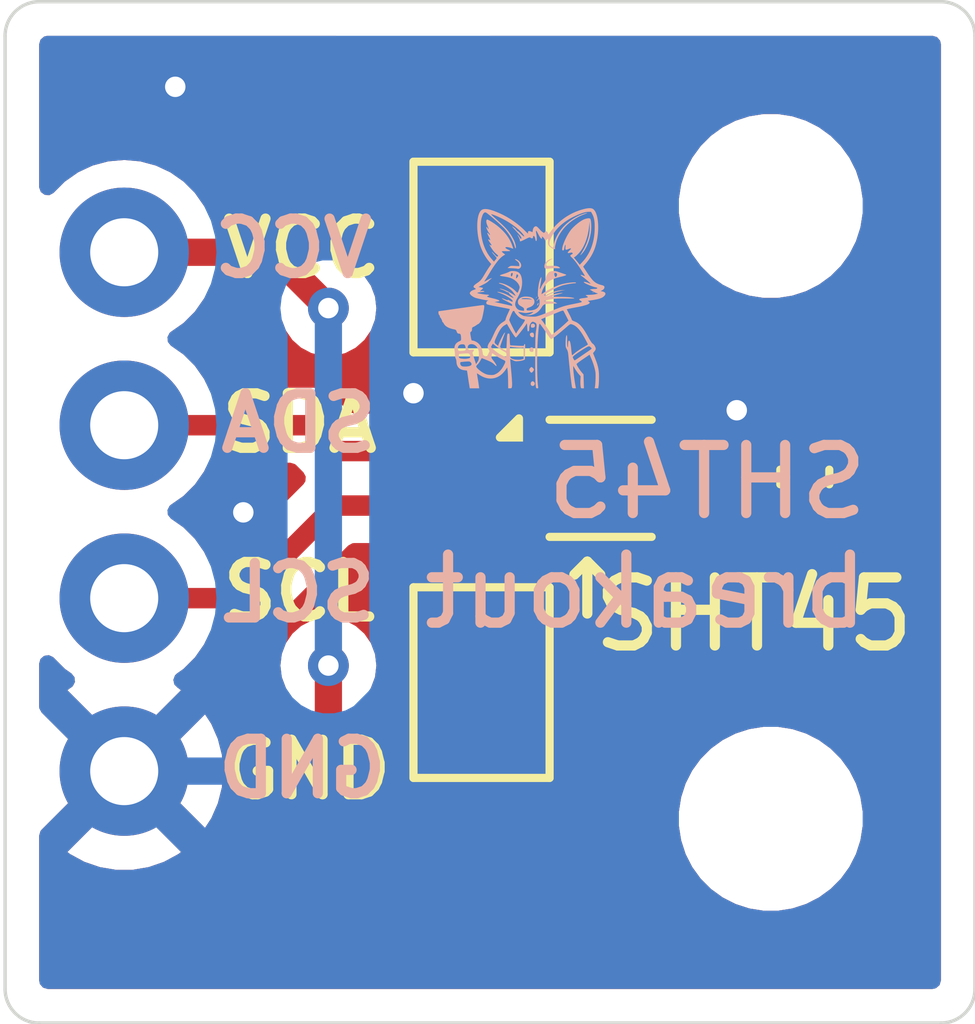
<source format=kicad_pcb>
(kicad_pcb (version 20240108) (generator "pcbnew") (generator_version "8.0")
  (layers (0 "F.Cu" signal) (31 "B.Cu" signal) (34 "B.Paste" user) (35 "F.Paste" user) (36 "B.SilkS" user "B.Silkscreen") (37 "F.SilkS" user "F.Silkscreen") (38 "B.Mask" user) (39 "F.Mask" user) (44 "Edge.Cuts" user))
  (net 0 "")
  (net 1 "VCC")
  (net 2 "GND")
  (net 3 "/SCL")
  (net 4 "/SDA")
  (net 5 "Net-(JP1-B)")
  (net 6 "Net-(JP2-B)")
  (footprint "Jumper:SolderJumper-2_P1.3mm_Open_TrianglePad1.0x1.5mm" (layer "F.Cu") (at 118.75 77.75 90)
    (property "Reference" "JP1" (hide yes))
    (property "Value" "enable_pullup1" (hide yes))
  )
  (footprint "Jumper:SolderJumper-2_P1.3mm_Open_TrianglePad1.0x1.5mm" (layer "F.Cu") (at 118.75 84 -90)
    (property "Reference" "JP2" (hide yes))
    (property "Value" "enable_pullup2" (hide yes))
  )
  (footprint "Sensor_Humidity:Sensirion_DFN-4_1.5x1.5mm_P0.8mm_SHT4x_NoCentralPad" (layer "F.Cu") (at 120.5 81)
    (property "Reference" "U1" (hide yes))
    (property "Value" "SHT45")
  )
  (footprint "foxisfrickellibrary:R_0402_modsilkscreen" (layer "F.Cu") (at 117.75 86.25)
    (property "Reference" "R2" (hide yes))
    (property "Value" "4.7k")
  )
  (footprint "MountingHole:MountingHole_2.2mm_M2_DIN965" (layer "F.Cu") (at 123 86)
    (property "Reference" "Hole2" (hide yes))
    (property "Value" "MountingHole_2.2mm_M2_DIN965" (hide yes))
  )
  (footprint "Connector_PinHeader_2.54mm:PinHeader_1x04_P2.54mm_Vertical" (layer "F.Cu") (at 113.5 85.3 180)
    (property "Reference" "J1" (hide yes))
    (property "Value" "Conn_01x04" (hide yes))
  )
  (footprint "foxisfrickellibrary:R_0402_modsilkscreen" (layer "F.Cu") (at 117.74 75.25)
    (property "Reference" "R1" (hide yes))
    (property "Value" "4.7k")
  )
  (footprint "Capacitor_SMD:C_0402_1005Metric" (layer "F.Cu") (at 123.5 80.98 90)
    (property "Reference" "C1" (hide yes))
    (property "Value" "100nF")
  )
  (footprint "MountingHole:MountingHole_2.2mm_M2_DIN965" (layer "F.Cu") (at 123 77)
    (property "Reference" "Hole1" (hide yes))
    (property "Value" "MountingHole_2.2mm_M2_DIN965" (hide yes))
  )
  (gr_poly (pts (xy 119.784779 77.774142) (xy 119.783177 77.77435) (xy 119.781353 77.774675) (xy 119.777052 77.775683) (xy 119.771903 77.777179) (xy 119.76593 77.779176) (xy 119.75916 77.781689) (xy 119.751618 77.784729) (xy 119.745987 77.787214) (xy 119.740505 77.789896) (xy 119.735179 77.792772) (xy 119.730016 77.795833) (xy 119.725023 77.799075) (xy 119.720207 77.802491) (xy 119.715575 77.806075) (xy 119.711135 77.80982) (xy 119.706892 77.813721) (xy 119.702854 77.817771) (xy 119.699029 77.821964) (xy 119.695423 77.826294) (xy 119.692042 77.830755) (xy 119.688895 77.835341) (xy 119.685988 77.840044) (xy 119.683329 77.84486) (xy 119.68145 77.848797) (xy 119.679771 77.852972) (xy 119.678294 77.85734) (xy 119.677024 77.861855) (xy 119.675962 77.866471) (xy 119.675113 77.871141) (xy 119.674478 77.875819) (xy 119.674062 77.88046) (xy 119.673867 77.885016) (xy 119.673896 77.889442) (xy 119.674152 77.893691) (xy 119.674639 77.897718) (xy 119.675359 77.901476) (xy 119.676316 77.904919) (xy 119.677512 77.908001) (xy 119.678951 77.910675) (xy 119.679747 77.911805) (xy 119.680661 77.912883) (xy 119.68169 77.913907) (xy 119.682831 77.914878) (xy 119.684083 77.915794) (xy 119.685442 77.916656) (xy 119.686906 77.917464) (xy 119.688473 77.918216) (xy 119.690139 77.918914) (xy 119.691902 77.919555) (xy 119.693759 77.920141) (xy 119.695709 77.920671) (xy 119.697748 77.921144) (xy 119.699874 77.921561) (xy 119.704375 77.922223) (xy 119.709192 77.922654) (xy 119.714304 77.922851) (xy 119.71969 77.922814) (xy 119.72533 77.922538) (xy 119.731202 77.922022) (xy 119.737287 77.921263) (xy 119.743563 77.920259) (xy 119.75001 77.919007) (xy 119.75001 77.919006) (xy 119.753526 77.918344) (xy 119.757594 77.917721) (xy 119.767186 77.916603) (xy 119.778397 77.915668) (xy 119.790836 77.914938) (xy 119.804114 77.914429) (xy 119.81784 77.914161) (xy 119.831626 77.914153) (xy 119.84508 77.914423) (xy 119.864957 77.914996) (xy 119.880037 77.91524) (xy 119.885936 77.91521) (xy 119.890825 77.915063) (xy 119.894767 77.914786) (xy 119.897827 77.914368) (xy 119.900066 77.913798) (xy 119.901549 77.913064) (xy 119.902026 77.912631) (xy 119.902338 77.912152) (xy 119.902493 77.911627) (xy 119.902497 77.911053) (xy 119.90209 77.909754) (xy 119.901178 77.908243) (xy 119.899827 77.906508) (xy 119.898098 77.904539) (xy 119.896304 77.902657) (xy 119.894399 77.900852) (xy 119.89238 77.899121) (xy 119.890243 77.897465) (xy 119.887987 77.895884) (xy 119.885608 77.894376) (xy 119.883104 77.89294) (xy 119.880473 77.891578) (xy 119.877711 77.890287) (xy 119.874816 77.889068) (xy 119.871785 77.887919) (xy 119.868615 77.886841) (xy 119.86185 77.884894) (xy 119.854498 77.883221) (xy 119.846538 77.881818) (xy 119.837948 77.880682) (xy 119.828706 77.879808) (xy 119.818792 77.879191) (xy 119.808183 77.878827) (xy 119.796859 77.878711) (xy 119.784796 77.878841) (xy 119.771975 77.87921) (xy 119.750369 77.879959) (xy 119.733943 77.880307) (xy 119.72744 77.880286) (xy 119.721955 77.880112) (xy 119.717393 77.879767) (xy 119.713662 77.879234) (xy 119.71067 77.878494) (xy 119.708324 77.877531) (xy 119.706531 77.876326) (xy 119.705198 77.874863) (xy 119.704233 77.873122) (xy 119.703543 77.871088) (xy 119.703036 77.868741) (xy 119.702618 77.866065) (xy 119.702389 77.863834) (xy 119.702327 77.861566) (xy 119.702431 77.859264) (xy 119.702698 77.856932) (xy 119.703125 77.854571) (xy 119.703708 77.852187) (xy 119.704447 77.84978) (xy 119.705337 77.847356) (xy 119.706376 77.844917) (xy 119.707562 77.842466) (xy 119.708892 77.840006) (xy 119.710363 77.837541) (xy 119.711972 77.835073) (xy 119.713718 77.832607) (xy 119.717605 77.827688) (xy 119.722004 77.822811) (xy 119.726893 77.818) (xy 119.732251 77.813281) (xy 119.738056 77.808678) (xy 119.744286 77.804219) (xy 119.750922 77.799926) (xy 119.75794 77.795826) (xy 119.76532 77.791945) (xy 119.772045 77.788473) (xy 119.777639 77.785342) (xy 119.782129 77.782564) (xy 119.78554 77.780152) (xy 119.786849 77.779088) (xy 119.787897 77.778121) (xy 119.788689 77.777253) (xy 119.789227 77.776484) (xy 119.789514 77.775817) (xy 119.789554 77.775254) (xy 119.78935 77.774796) (xy 119.788905 77.774445) (xy 119.788222 77.774202) (xy 119.787305 77.774069) (xy 119.786156 77.774049)) (stroke (width -0.000001)) (fill solid) (layer "B.SilkS"))
  (gr_poly (pts (xy 119.483559 79.365485) (xy 119.482435 79.365722) (xy 119.481257 79.366107) (xy 119.48003 79.366634) (xy 119.478761 79.367293) (xy 119.477456 79.368078) (xy 119.476121 79.36898) (xy 119.474762 79.369992) (xy 119.471998 79.372315) (xy 119.469213 79.374985) (xy 119.466458 79.377939) (xy 119.463782 79.381115) (xy 119.461235 79.384452) (xy 119.458867 79.387887) (xy 119.456726 79.391359) (xy 119.454863 79.394806) (xy 119.454051 79.396501) (xy 119.453328 79.398166) (xy 119.452698 79.399793) (xy 119.45217 79.401376) (xy 119.451748 79.402906) (xy 119.451438 79.404375) (xy 119.451248 79.405776) (xy 119.451183 79.407101) (xy 119.451249 79.408468) (xy 119.45144 79.409907) (xy 119.451752 79.411408) (xy 119.452177 79.412965) (xy 119.453345 79.416216) (xy 119.454896 79.4196) (xy 119.456779 79.423057) (xy 119.458946 79.426527) (xy 119.461348 79.429951) (xy 119.463936 79.433269) (xy 119.466661 79.43642) (xy 119.469472 79.439345) (xy 119.472322 79.441984) (xy 119.475162 79.444277) (xy 119.477941 79.446165) (xy 119.479293 79.446939) (xy 119.480611 79.447588) (xy 119.48189 79.448106) (xy 119.483123 79.448485) (xy 119.484305 79.448719) (xy 119.485428 79.448798) (xy 119.485777 79.448774) (xy 119.486159 79.448703) (xy 119.486573 79.448586) (xy 119.487016 79.448424) (xy 119.487489 79.448219) (xy 119.487989 79.447971) (xy 119.489067 79.447353) (xy 119.490238 79.44658) (xy 119.491493 79.44566) (xy 119.492821 79.444603) (xy 119.49421 79.443419) (xy 119.495651 79.442117) (xy 119.497133 79.440706) (xy 119.498644 79.439196) (xy 119.500175 79.437597) (xy 119.501714 79.435916) (xy 119.503251 79.434165) (xy 119.504775 79.432351) (xy 119.506275 79.430486) (xy 119.506273 79.430486) (xy 119.507741 79.428573) (xy 119.509167 79.42662) (xy 119.510544 79.424641) (xy 119.511866 79.42265) (xy 119.513125 79.420661) (xy 119.514313 79.418688) (xy 119.515423 79.416746) (xy 119.516447 79.414848) (xy 119.517379 79.413008) (xy 119.51821 79.411242) (xy 119.518934 79.409562) (xy 119.519543 79.407983) (xy 119.520029 79.406519) (xy 119.520386 79.405185) (xy 119.520605 79.403993) (xy 119.52068 79.40296) (xy 119.520603 79.401987) (xy 119.520378 79.400919) (xy 119.520014 79.399762) (xy 119.519517 79.398525) (xy 119.51816 79.395846) (xy 119.516372 79.392947) (xy 119.514217 79.389896) (xy 119.511758 79.38676) (xy 119.50906 79.383605) (xy 119.506188 79.380498) (xy 119.503205 79.377506) (xy 119.500176 79.374696) (xy 119.497165 79.372136) (xy 119.494235 79.36989) (xy 119.491452 79.368028) (xy 119.490135 79.367261) (xy 119.488879 79.366615) (xy 119.487692 79.366097) (xy 119.486581 79.365718) (xy 119.485555 79.365484) (xy 119.484621 79.365404)) (stroke (width -0.000001)) (fill solid) (layer "B.SilkS"))
  (gr_poly (pts (xy 119.484288 79.076422) (xy 119.48238 79.076695) (xy 119.480444 79.077109) (xy 119.478485 79.077666) (xy 119.476506 79.07837) (xy 119.47451 79.079221) (xy 119.4725 79.080224) (xy 119.46968 79.08188) (xy 119.467094 79.083693) (xy 119.46474 79.085651) (xy 119.462616 79.087738) (xy 119.460717 79.089942) (xy 119.459043 79.092248) (xy 119.457589 79.094643) (xy 119.456354 79.097113) (xy 119.455334 79.099644) (xy 119.454527 79.102222) (xy 119.453929 79.104833) (xy 119.453539 79.107465) (xy 119.453354 79.110102) (xy 119.45337 79.112732) (xy 119.453585 79.11534) (xy 119.453996 79.117913) (xy 119.4546 79.120437) (xy 119.455396 79.122897) (xy 119.456379 79.125281) (xy 119.457548 79.127575) (xy 119.458899 79.129764) (xy 119.460429 79.131835) (xy 119.462137 79.133774) (xy 119.464019 79.135568) (xy 119.466072 79.137202) (xy 119.468294 79.138663) (xy 119.470682 79.139938) (xy 119.473234 79.141011) (xy 119.475945 79.14187) (xy 119.478815 79.1425) (xy 119.481839 79.142889) (xy 119.485016 79.143021) (xy 119.487021 79.142997) (xy 119.489017 79.142926) (xy 119.490991 79.142812) (xy 119.492932 79.142655) (xy 119.494827 79.142459) (xy 119.496663 79.142226) (xy 119.498429 79.141958) (xy 119.500111 79.141658) (xy 119.501698 79.141329) (xy 119.503177 79.140972) (xy 119.504536 79.140589) (xy 119.505763 79.140185) (xy 119.506844 79.13976) (xy 119.507769 79.139317) (xy 119.508523 79.138859) (xy 119.509096 79.138388) (xy 119.509094 79.138387) (xy 119.509331 79.138121) (xy 119.509565 79.137798) (xy 119.510022 79.136991) (xy 119.510465 79.135982) (xy 119.510889 79.134784) (xy 119.511294 79.133411) (xy 119.511676 79.131877) (xy 119.512033 79.130198) (xy 119.512363 79.128386) (xy 119.512663 79.126456) (xy 119.512931 79.124423) (xy 119.513164 79.122299) (xy 119.51336 79.120101) (xy 119.513517 79.117841) (xy 119.513632 79.115534) (xy 119.513703 79.113193) (xy 119.513727 79.110834) (xy 119.51367 79.108297) (xy 119.513501 79.105837) (xy 119.513222 79.103458) (xy 119.512838 79.10116) (xy 119.512351 79.098948) (xy 119.511765 79.096823) (xy 119.511083 79.094788) (xy 119.510309 79.092845) (xy 119.509445 79.090996) (xy 119.508496 79.089245) (xy 119.507463 79.087593) (xy 119.506352 79.086043) (xy 119.505164 79.084598) (xy 119.503903 79.08326) (xy 119.502573 79.082031) (xy 119.501176 79.080913) (xy 119.499716 79.07991) (xy 119.498197 79.079023) (xy 119.496621 79.078256) (xy 119.494993 79.07761) (xy 119.493314 79.077088) (xy 119.491589 79.076692) (xy 119.48982 79.076425) (xy 119.488012 79.07629) (xy 119.486167 79.076288)) (stroke (width -0.000001)) (fill solid) (layer "B.SilkS"))
  (gr_poly (pts (xy 119.569072 78.329913) (xy 119.56886 78.329988) (xy 119.568589 78.330121) (xy 119.56787 78.330554) (xy 119.566912 78.33121) (xy 119.565713 78.332085) (xy 119.564269 78.333176) (xy 119.560639 78.335999) (xy 119.558196 78.337969) (xy 119.555917 78.33991) (xy 119.553852 78.341772) (xy 119.552051 78.343506) (xy 119.551264 78.344309) (xy 119.550563 78.345062) (xy 119.549952 78.345757) (xy 119.549438 78.346389) (xy 119.549028 78.346951) (xy 119.548727 78.347438) (xy 119.548542 78.347843) (xy 119.548495 78.348013) (xy 119.548479 78.348159) (xy 119.548496 78.348668) (xy 119.548546 78.349122) (xy 119.548628 78.349522) (xy 119.548681 78.349701) (xy 119.548742 78.349867) (xy 119.548811 78.350019) (xy 119.548888 78.350158) (xy 119.548973 78.350283) (xy 119.549066 78.350395) (xy 119.549166 78.350494) (xy 119.549274 78.350579) (xy 119.54939 78.350651) (xy 119.549513 78.35071) (xy 119.549643 78.350756) (xy 119.549782 78.350788) (xy 119.549927 78.350807) (xy 119.55008 78.350813) (xy 119.55024 78.350806) (xy 119.550407 78.350786) (xy 119.550764 78.350707) (xy 119.551148 78.350576) (xy 119.551561 78.350394) (xy 119.552 78.350161) (xy 119.552467 78.349876) (xy 119.552961 78.349541) (xy 119.55348 78.349155) (xy 119.554026 78.34872) (xy 119.554596 78.348234) (xy 119.555192 78.347699) (xy 119.555812 78.347115) (xy 119.556456 78.346481) (xy 119.557124 78.345799) (xy 119.557815 78.345069) (xy 119.558528 78.34429) (xy 119.559264 78.343463) (xy 119.560022 78.342589) (xy 119.560801 78.341667) (xy 119.561601 78.340698) (xy 119.562422 78.339683) (xy 119.563263 78.338621) (xy 119.563259 78.338618) (xy 119.56608 78.334986) (xy 119.567172 78.333542) (xy 119.568046 78.332343) (xy 119.568701 78.331385) (xy 119.569134 78.330665) (xy 119.569266 78.330394) (xy 119.569342 78.330182) (xy 119.569361 78.330028) (xy 119.569323 78.329932) (xy 119.569226 78.329894)) (stroke (width -0.000001)) (fill solid) (layer "B.SilkS"))
  (gr_poly (pts (xy 119.492001 78.859725) (xy 119.49013 78.85985) (xy 119.488257 78.860069) (xy 119.486388 78.86038) (xy 119.484529 78.86078) (xy 119.482689 78.861268) (xy 119.480874 78.861841) (xy 119.479092 78.862498) (xy 119.477348 78.863236) (xy 119.475651 78.864053) (xy 119.474008 78.864948) (xy 119.472425 78.865918) (xy 119.47091 78.866961) (xy 119.46947 78.868075) (xy 119.468111 78.869258) (xy 119.466842 78.870508) (xy 119.465668 78.871823) (xy 119.464598 78.873201) (xy 119.463638 78.874639) (xy 119.462795 78.876137) (xy 119.462076 78.877691) (xy 119.461489 78.879299) (xy 119.460786 78.88201) (xy 119.460379 78.884745) (xy 119.460253 78.887495) (xy 119.460394 78.890247) (xy 119.460788 78.89299) (xy 119.461422 78.895714) (xy 119.46228 78.898408) (xy 119.463351 78.901059) (xy 119.464618 78.903657) (xy 119.466069 78.90619) (xy 119.467689 78.908648) (xy 119.469464 78.911019) (xy 119.471381 78.913292) (xy 119.473425 78.915455) (xy 119.475582 78.917499) (xy 119.477838 78.91941) (xy 119.48018 78.921179) (xy 119.482594 78.922794) (xy 119.485065 78.924243) (xy 119.487579 78.925516) (xy 119.490122 78.926602) (xy 119.492681 78.927488) (xy 119.495241 78.928165) (xy 119.497789 78.92862) (xy 119.50031 78.928843) (xy 119.502791 78.928823) (xy 119.505217 78.928547) (xy 119.507574 78.928006) (xy 119.509849 78.927187) (xy 119.512028 78.92608) (xy 119.514096 78.924674) (xy 119.516039 78.922956) (xy 119.516043 78.922955) (xy 119.516819 78.92205) (xy 119.517521 78.920971) (xy 119.518152 78.919728) (xy 119.518712 78.918333) (xy 119.519203 78.916799) (xy 119.519625 78.915135) (xy 119.520268 78.911471) (xy 119.520651 78.907432) (xy 119.520784 78.903115) (xy 119.520675 78.89861) (xy 119.520333 78.894013) (xy 119.519769 78.889417) (xy 119.51899 78.884915) (xy 119.518006 78.880601) (xy 119.516827 78.876568) (xy 119.515462 78.872909) (xy 119.51392 78.869719) (xy 119.513085 78.868329) (xy 119.512209 78.867091) (xy 119.511294 78.866016) (xy 119.51034 78.865118) (xy 119.508972 78.864077) (xy 119.507522 78.863152) (xy 119.505999 78.862342) (xy 119.504409 78.861643) (xy 119.502759 78.861055) (xy 119.501056 78.860575) (xy 119.499308 78.860201) (xy 119.497521 78.859931) (xy 119.495703 78.859763) (xy 119.493861 78.859695)) (stroke (width -0.000001)) (fill solid) (layer "B.SilkS"))
  (gr_poly (pts (xy 120.388181 78.268307) (xy 120.38701 78.268375) (xy 120.385858 78.268489) (xy 120.384732 78.268647) (xy 120.383642 78.268851) (xy 120.382596 78.2691) (xy 120.381604 78.269394) (xy 120.380675 78.269734) (xy 120.380252 78.269914) (xy 120.37988 78.270091) (xy 120.379557 78.270266) (xy 120.379284 78.270439) (xy 120.379059 78.270608) (xy 120.378883 78.270774) (xy 120.378754 78.270937) (xy 120.378707 78.271017) (xy 120.378672 78.271096) (xy 120.378648 78.271174) (xy 120.378636 78.271251) (xy 120.378636 78.271327) (xy 120.378646 78.271402) (xy 120.378669 78.271476) (xy 120.378702 78.271549) (xy 120.378747 78.271621) (xy 120.378803 78.271691) (xy 120.378947 78.271829) (xy 120.379136 78.271961) (xy 120.379367 78.272089) (xy 120.379641 78.272211) (xy 120.379957 78.272327) (xy 120.380314 78.272437) (xy 120.380713 78.272541) (xy 120.381151 78.272639) (xy 120.38163 78.272731) (xy 120.382148 78.272815) (xy 120.382704 78.272893) (xy 120.383299 78.272963) (xy 120.383931 78.273026) (xy 120.3846 78.273081) (xy 120.385305 78.273129) (xy 120.386047 78.273168) (xy 120.386824 78.273199) (xy 120.387635 78.273221) (xy 120.389361 78.273239) (xy 120.391086 78.273221) (xy 120.392674 78.273167) (xy 120.394121 78.27308) (xy 120.395422 78.272961) (xy 120.396573 78.272812) (xy 120.397569 78.272636) (xy 120.398407 78.272433) (xy 120.39908 78.272206) (xy 120.399586 78.271956) (xy 120.399774 78.271823) (xy 120.399919 78.271686) (xy 120.400019 78.271543) (xy 120.400075 78.271397) (xy 120.400086 78.271245) (xy 120.40005 78.27109) (xy 120.399968 78.270932) (xy 120.399839 78.270769) (xy 120.399662 78.270604) (xy 120.399438 78.270435) (xy 120.398842 78.270089) (xy 120.398047 78.269734) (xy 120.397117 78.269394) (xy 120.396124 78.2691) (xy 120.395079 78.268851) (xy 120.393988 78.268647) (xy 120.392862 78.268489) (xy 120.39171 78.268375) (xy 120.390539 78.268307) (xy 120.38936 78.268285)) (stroke (width -0.000001)) (fill solid) (layer "B.SilkS"))
  (gr_poly (pts (xy 119.586257 78.42366) (xy 119.585898 78.423746) (xy 119.585517 78.423888) (xy 119.585116 78.424086) (xy 119.584697 78.424338) (xy 119.584259 78.424643) (xy 119.583804 78.425001) (xy 119.583333 78.42541) (xy 119.582846 78.42587) (xy 119.582345 78.42638) (xy 119.581831 78.426939) (xy 119.581304 78.427546) (xy 119.580765 78.4282) (xy 119.580216 78.4289) (xy 119.579657 78.429646) (xy 119.57909 78.430435) (xy 119.578514 78.431268) (xy 119.577932 78.432144) (xy 119.577343 78.433061) (xy 119.57675 78.434019) (xy 119.576152 78.435017) (xy 119.575552 78.436053) (xy 119.574949 78.437128) (xy 119.574345 78.43824) (xy 119.57374 78.439387) (xy 119.572582 78.441688) (xy 119.571526 78.443924) (xy 119.570575 78.446085) (xy 119.569732 78.448157) (xy 119.568999 78.45013) (xy 119.568378 78.451992) (xy 119.567872 78.453732) (xy 119.567483 78.455338) (xy 119.567215 78.456799) (xy 119.567069 78.458102) (xy 119.567047 78.459236) (xy 119.567153 78.46019) (xy 119.567255 78.460596) (xy 119.567389 78.460953) (xy 119.567557 78.461258) (xy 119.567758 78.461511) (xy 119.567992 78.461711) (xy 119.568261 78.461855) (xy 119.568564 78.461943) (xy 119.568901 78.461972) (xy 119.569264 78.461954) (xy 119.569642 78.461898) (xy 119.570034 78.461807) (xy 119.57044 78.461681) (xy 119.570858 78.461521) (xy 119.571287 78.461328) (xy 119.571727 78.461102) (xy 119.572177 78.460845) (xy 119.573101 78.460242) (xy 119.574053 78.459525) (xy 119.575024 78.4587) (xy 119.576008 78.457777) (xy 119.576997 78.456761) (xy 119.577983 78.455661) (xy 119.578959 78.454483) (xy 119.579918 78.453235) (xy 119.580851 78.451924) (xy 119.581753 78.450557) (xy 119.582615 78.449143) (xy 119.583429 78.447687) (xy 119.584194 78.446189) (xy 119.584908 78.444649) (xy 119.585569 78.443077) (xy 119.586176 78.441486) (xy 119.586725 78.439888) (xy 119.587214 78.438293) (xy 119.587641 78.436713) (xy 119.588003 78.435161) (xy 119.588298 78.433647) (xy 119.588523 78.432183) (xy 119.588676 78.430781) (xy 119.588754 78.429452) (xy 119.588754 78.428209) (xy 119.588675 78.427061) (xy 119.588514 78.426022) (xy 119.588268 78.425103) (xy 119.58811 78.424707) (xy 119.587923 78.424374) (xy 119.587709 78.424104) (xy 119.587468 78.423896) (xy 119.587338 78.423814) (xy 119.587201 78.423748) (xy 119.58691 78.42366) (xy 119.586595 78.423631)) (stroke (width -0.000001)) (fill solid) (layer "B.SilkS"))
  (gr_poly (pts (xy 119.497278 79.574859) (xy 119.495008 79.575415) (xy 119.492792 79.57623) (xy 119.49064 79.577291) (xy 119.48856 79.57858) (xy 119.48656 79.580083) (xy 119.484651 79.581784) (xy 119.482842 79.583667) (xy 119.48114 79.585717) (xy 119.479556 79.587918) (xy 119.478098 79.590255) (xy 119.476776 79.592712) (xy 119.475598 79.595273) (xy 119.474573 79.597923) (xy 119.473711 79.600647) (xy 119.473021 79.603428) (xy 119.472511 79.606251) (xy 119.472191 79.609101) (xy 119.472069 79.611962) (xy 119.472155 79.614819) (xy 119.472458 79.617655) (xy 119.472986 79.620456) (xy 119.473749 79.623205) (xy 119.474756 79.625888) (xy 119.476016 79.628488) (xy 119.477538 79.63099) (xy 119.47933 79.633379) (xy 119.480655 79.634869) (xy 119.482052 79.636239) (xy 119.483514 79.637488) (xy 119.485036 79.638618) (xy 119.486613 79.63963) (xy 119.488239 79.640524) (xy 119.489907 79.641302) (xy 119.491613 79.641964) (xy 119.493351 79.642511) (xy 119.495115 79.642944) (xy 119.4969 79.643265) (xy 119.4987 79.643473) (xy 119.500508 79.643569) (xy 119.502321 79.643556) (xy 119.504132 79.643433) (xy 119.505934 79.643202) (xy 119.507724 79.642863) (xy 119.509495 79.642417) (xy 119.511241 79.641865) (xy 119.512957 79.641209) (xy 119.514637 79.640448) (xy 119.516275 79.639584) (xy 119.517867 79.638618) (xy 119.519405 79.637551) (xy 119.520885 79.636383) (xy 119.522301 79.635115) (xy 119.523648 79.633749) (xy 119.524919 79.632285) (xy 119.526109 79.630725) (xy 119.527212 79.629068) (xy 119.528224 79.627316) (xy 119.529137 79.62547) (xy 119.529137 79.625469) (xy 119.530627 79.621881) (xy 119.531244 79.620124) (xy 119.531777 79.618391) (xy 119.532225 79.616683) (xy 119.532588 79.614998) (xy 119.532865 79.613335) (xy 119.533057 79.611696) (xy 119.533163 79.610078) (xy 119.533183 79.608482) (xy 119.533117 79.606907) (xy 119.532964 79.605353) (xy 119.532725 79.603818) (xy 119.5324 79.602304) (xy 119.531987 79.600808) (xy 119.531488 79.599331) (xy 119.530902 79.597873) (xy 119.530228 79.596432) (xy 119.529466 79.595009) (xy 119.528617 79.593602) (xy 119.527681 79.592212) (xy 119.526656 79.590838) (xy 119.525543 79.589479) (xy 119.524341 79.588134) (xy 119.523051 79.586805) (xy 119.521672 79.585489) (xy 119.518648 79.582898) (xy 119.515266 79.580357) (xy 119.511526 79.577862) (xy 119.509122 79.57653) (xy 119.506717 79.575551) (xy 119.504321 79.57491) (xy 119.501944 79.574591) (xy 119.499593 79.574579)) (stroke (width -0.000001)) (fill solid) (layer "B.SilkS"))
  (gr_poly (pts (xy 119.246014 77.780963) (xy 119.245242 77.781013) (xy 119.244552 77.781097) (xy 119.243945 77.781217) (xy 119.24342 77.781373) (xy 119.242978 77.781567) (xy 119.242788 77.781677) (xy 119.242619 77.781797) (xy 119.242471 77.781927) (xy 119.242345 77.782066) (xy 119.242239 77.782215) (xy 119.242155 77.782373) (xy 119.242091 77.782542) (xy 119.242049 77.78272) (xy 119.242029 77.782908) (xy 119.24203 77.783107) (xy 119.242052 77.783315) (xy 119.242096 77.783534) (xy 119.242248 77.784002) (xy 119.242487 77.784513) (xy 119.242813 77.785065) (xy 119.243227 77.785661) (xy 119.243729 77.7863) (xy 119.244319 77.786984) (xy 119.244998 77.787713) (xy 119.245767 77.788487) (xy 119.246626 77.789307) (xy 119.247576 77.790174) (xy 119.248616 77.791088) (xy 119.249747 77.792051) (xy 119.25097 77.793062) (xy 119.252286 77.794122) (xy 119.255195 77.796392) (xy 119.258479 77.798867) (xy 119.26214 77.801552) (xy 119.267902 77.805829) (xy 119.273187 77.809978) (xy 119.27801 77.81402) (xy 119.282385 77.817977) (xy 119.286328 77.821871) (xy 119.289851 77.825723) (xy 119.292971 77.829555) (xy 119.295701 77.83339) (xy 119.298055 77.837249) (xy 119.300049 77.841153) (xy 119.301696 77.845126) (xy 119.303011 77.849189) (xy 119.304009 77.853364) (xy 119.304704 77.857672) (xy 119.30511 77.862135) (xy 119.305243 77.866776) (xy 119.305243 77.884051) (xy 119.240959 77.880466) (xy 119.220763 77.879421) (xy 119.204897 77.878899) (xy 119.198328 77.878874) (xy 119.19253 77.879029) (xy 119.187398 77.879379) (xy 119.182828 77.87994) (xy 119.178716 77.88073) (xy 119.174957 77.881763) (xy 119.171449 77.883056) (xy 119.168086 77.884625) (xy 119.164764 77.886487) (xy 119.16138 77.888658) (xy 119.154007 77.893989) (xy 119.131333 77.911097) (xy 119.199177 77.914687) (xy 119.226341 77.91638) (xy 119.250153 77.918325) (xy 119.259999 77.919317) (xy 119.268043 77.920284) (xy 119.273966 77.921194) (xy 119.277445 77.922018) (xy 119.278561 77.922381) (xy 119.279751 77.922693) (xy 119.281006 77.922957) (xy 119.282314 77.92317) (xy 119.283665 77.923335) (xy 119.285048 77.923451) (xy 119.286453 77.923518) (xy 119.287868 77.923535) (xy 119.289283 77.923504) (xy 119.290688 77.923425) (xy 119.292071 77.923296) (xy 119.293422 77.923119) (xy 119.294731 77.922894) (xy 119.295985 77.922621) (xy 119.297176 77.922299) (xy 119.298292 77.921929) (xy 119.298292 77.92193) (xy 119.301605 77.920611) (xy 119.304756 77.919152) (xy 119.307744 77.917557) (xy 119.310568 77.915831) (xy 119.313228 77.913977) (xy 119.315722 77.912) (xy 119.318048 77.909905) (xy 119.320208 77.907694) (xy 119.322198 77.905373) (xy 119.324019 77.902946) (xy 119.32567 77.900416) (xy 119.327148 77.897789) (xy 119.328454 77.895069) (xy 119.329587 77.892259) (xy 119.330545 77.889364) (xy 119.331327 77.886388) (xy 119.331933 77.883336) (xy 119.332362 77.880211) (xy 119.332612 77.877018) (xy 119.332682 77.873762) (xy 119.332573 77.870446) (xy 119.332282 77.867074) (xy 119.331808 77.863651) (xy 119.331151 77.860181) (xy 119.33031 77.856669) (xy 119.329284 77.853118) (xy 119.328071 77.849533) (xy 119.326671 77.845918) (xy 119.325083 77.842277) (xy 119.323306 77.838615) (xy 119.321338 77.834935) (xy 119.31918 77.831243) (xy 119.316094 77.826577) (xy 119.312563 77.821938) (xy 119.308642 77.817363) (xy 119.304385 77.812891) (xy 119.299846 77.808558) (xy 119.29508 77.804404) (xy 119.290141 77.800464) (xy 119.285083 77.796778) (xy 119.279961 77.793384) (xy 119.274828 77.790318) (xy 119.26974 77.787619) (xy 119.264751 77.785324) (xy 119.259914 77.783472) (xy 119.255285 77.7821) (xy 119.253065 77.781606) (xy 119.250918 77.781246) (xy 119.248849 77.781026) (xy 119.246866 77.780948)) (stroke (width -0.000001)) (fill solid) (layer "B.SilkS"))
  (gr_poly (pts (xy 120.326524 77.03268) (xy 120.315985 77.033565) (xy 120.304734 77.034966) (xy 120.292746 77.036884) (xy 120.279999 77.039322) (xy 120.266468 77.04228) (xy 120.252129 77.04576) (xy 120.236958 77.049763) (xy 120.22093 77.054291) (xy 120.188178 77.064582) (xy 120.155788 77.076268) (xy 120.123825 77.089305) (xy 120.092353 77.103649) (xy 120.061434 77.119256) (xy 120.031132 77.136083) (xy 120.001512 77.154084) (xy 119.972636 77.173216) (xy 119.944569 77.193436) (xy 119.917374 77.214699) (xy 119.891115 77.23696) (xy 119.865855 77.260177) (xy 119.841659 77.284305) (xy 119.818589 77.3093) (xy 119.79671 77.335118) (xy 119.776085 77.361716) (xy 119.732878 77.420056) (xy 119.725222 77.397217) (xy 119.72432 77.39471) (xy 119.723339 77.392324) (xy 119.722282 77.390061) (xy 119.721156 77.387922) (xy 119.719963 77.38591) (xy 119.718709 77.384024) (xy 119.717398 77.382267) (xy 119.716035 77.38064) (xy 119.714625 77.379143) (xy 119.713171 77.377779) (xy 119.711678 77.376549) (xy 119.710152 77.375454) (xy 119.708596 77.374495) (xy 119.707015 77.373674) (xy 119.705413 77.372991) (xy 119.703795 77.372449) (xy 119.702166 77.372049) (xy 119.700531 77.371791) (xy 119.698892 77.371678) (xy 119.697256 77.37171) (xy 119.695627 77.371889) (xy 119.694009 77.372216) (xy 119.692407 77.372693) (xy 119.690825 77.37332) (xy 119.689269 77.3741) (xy 119.687741 77.375033) (xy 119.686248 77.376121) (xy 119.684793 77.377365) (xy 119.683381 77.378766) (xy 119.682017 77.380326) (xy 119.680705 77.382046) (xy 119.679449 77.383928) (xy 119.677968 77.386268) (xy 119.676615 77.388302) (xy 119.675976 77.389204) (xy 119.675356 77.390031) (xy 119.674749 77.390783) (xy 119.674152 77.391459) (xy 119.67356 77.392061) (xy 119.672968 77.392589) (xy 119.672371 77.393043) (xy 119.671766 77.393423) (xy 119.671148 77.39373) (xy 119.670511 77.393963) (xy 119.669852 77.394125) (xy 119.669166 77.394214) (xy 119.668447 77.394231) (xy 119.667693 77.394177) (xy 119.666897 77.394051) (xy 119.666056 77.393855) (xy 119.665165 77.393588) (xy 119.66422 77.393251) (xy 119.663215 77.392844) (xy 119.662146 77.392367) (xy 119.661009 77.391822) (xy 119.659799 77.391208) (xy 119.657141 77.389774) (xy 119.654137 77.38807) (xy 119.650749 77.386097) (xy 119.648552 77.384717) (xy 119.646106 77.383014) (xy 119.643437 77.381011) (xy 119.64057 77.378732) (xy 119.637533 77.376203) (xy 119.63435 77.373447) (xy 119.631048 77.370488) (xy 119.627652 77.36735) (xy 119.620684 77.360638) (xy 119.613652 77.353504) (xy 119.606764 77.346143) (xy 119.603439 77.342437) (xy 119.600228 77.338748) (xy 119.597048 77.3351) (xy 119.593814 77.331517) (xy 119.59055 77.328019) (xy 119.587278 77.324627) (xy 119.584021 77.32136) (xy 119.580801 77.318239) (xy 119.577642 77.315283) (xy 119.574567 77.312513) (xy 119.571597 77.309949) (xy 119.568757 77.307611) (xy 119.566069 77.30552) (xy 119.563555 77.303694) (xy 119.561239 77.302156) (xy 119.559144 77.300924) (xy 119.557292 77.300019) (xy 119.555706 77.29946) (xy 119.553541 77.298983) (xy 119.551377 77.298681) (xy 119.549216 77.298551) (xy 119.547062 77.298588) (xy 119.544919 77.29879) (xy 119.54279 77.299152) (xy 119.540679 77.299672) (xy 119.538589 77.300345) (xy 119.536523 77.301168) (xy 119.534485 77.302138) (xy 119.532479 77.303251) (xy 119.530507 77.304503) (xy 119.528574 77.30589) (xy 119.526683 77.30741) (xy 119.524836 77.309059) (xy 119.523038 77.310833) (xy 119.521293 77.312728) (xy 119.519602 77.314741) (xy 119.517971 77.316869) (xy 119.516402 77.319107) (xy 119.514899 77.321453) (xy 119.513465 77.323902) (xy 119.512104 77.326451) (xy 119.51082 77.329097) (xy 119.509615 77.331836) (xy 119.508493 77.334664) (xy 119.507457 77.337578) (xy 119.506512 77.340574) (xy 119.50566 77.343649) (xy 119.504904 77.346799) (xy 119.50425 77.35002) (xy 119.503699 77.35331) (xy 119.499001 77.384634) (xy 119.474125 77.374242) (xy 119.468526 77.37209) (xy 119.465857 77.371208) (xy 119.463278 77.370454) (xy 119.460791 77.369826) (xy 119.458396 77.369325) (xy 119.456095 77.368949) (xy 119.45389 77.368697) (xy 119.451783 77.368568) (xy 119.449775 77.368562) (xy 119.447867 77.368678) (xy 119.446061 77.368914) (xy 119.444359 77.369269) (xy 119.442762 77.369744) (xy 119.441271 77.370337) (xy 119.439889 77.371046) (xy 119.438617 77.371872) (xy 119.437457 77.372813) (xy 119.436409 77.373868) (xy 119.435476 77.375037) (xy 119.434659 77.376318) (xy 119.433959 77.377711) (xy 119.433379 77.379215) (xy 119.43292 77.380828) (xy 119.432583 77.38255) (xy 119.432369 77.384381) (xy 119.432282 77.386318) (xy 119.432321 77.388362) (xy 119.432489 77.390511) (xy 119.432787 77.392764) (xy 119.433216 77.395121) (xy 119.433779 77.397581) (xy 119.434045 77.398747) (xy 119.434223 77.399786) (xy 119.434312 77.400696) (xy 119.434308 77.401475) (xy 119.434272 77.401815) (xy 119.434211 77.402121) (xy 119.434126 77.402394) (xy 119.434016 77.402633) (xy 119.433882 77.402838) (xy 119.433723 77.403008) (xy 119.433538 77.403144) (xy 119.433328 77.403246) (xy 119.433092 77.403312) (xy 119.432829 77.403343) (xy 119.43254 77.403339) (xy 119.432224 77.403299) (xy 119.431881 77.403224) (xy 119.431511 77.403112) (xy 119.430687 77.40278) (xy 119.42975 77.402301) (xy 119.428697 77.401674) (xy 119.427526 77.400897) (xy 119.426235 77.399967) (xy 119.424822 77.398884) (xy 119.423284 77.397645) (xy 119.421618 77.396249) (xy 119.419823 77.394694) (xy 119.417896 77.392979) (xy 119.415834 77.391101) (xy 119.411299 77.38685) (xy 119.406199 77.381929) (xy 119.400514 77.376322) (xy 119.394227 77.370017) (xy 119.387318 77.362999) (xy 119.362771 77.338765) (xy 119.337122 77.315043) (xy 119.310448 77.291884) (xy 119.282831 77.269335) (xy 119.25435 77.247448) (xy 119.225084 77.226271) (xy 119.195112 77.205854) (xy 119.164515 77.186245) (xy 119.133372 77.167496) (xy 119.101762 77.149654) (xy 119.069765 77.13277) (xy 119.037461 77.116892) (xy 119.004928 77.102071) (xy 118.972248 77.088355) (xy 118.939498 77.075794) (xy 118.906759 77.064438) (xy 118.893762 77.060335) (xy 118.881229 77.056711) (xy 118.869162 77.053566) (xy 118.857562 77.050902) (xy 118.84643 77.048716) (xy 118.835768 77.047011) (xy 118.825578 77.045786) (xy 118.81586 77.04504) (xy 118.806616 77.044775) (xy 118.797846 77.044989) (xy 118.789554 77.045684) (xy 118.781739 77.046859) (xy 118.774404 77.048514) (xy 118.767549 77.050649) (xy 118.761175 77.053264) (xy 118.755285 77.05636) (xy 118.748239 77.061214) (xy 118.741561 77.067204) (xy 118.735252 77.074289) (xy 118.729317 77.082424) (xy 118.723758 77.091567) (xy 118.718577 77.101674) (xy 118.713776 77.112703) (xy 118.709359 77.12461) (xy 118.705327 77.137352) (xy 118.701685 77.150886) (xy 118.695575 77.180156) (xy 118.69105 77.212077) (xy 118.688131 77.246303) (xy 118.686838 77.282488) (xy 118.687192 77.320288) (xy 118.689214 77.359357) (xy 118.692924 77.399351) (xy 118.698342 77.439924) (xy 118.70549 77.480731) (xy 118.714389 77.521426) (xy 118.725058 77.561666) (xy 118.730477 77.579421) (xy 118.736422 77.597116) (xy 118.742876 77.614721) (xy 118.749825 77.632207) (xy 118.757252 77.649545) (xy 118.765141 77.666707) (xy 118.773478 77.683662) (xy 118.782245 77.700383) (xy 118.791429 77.71684) (xy 118.801012 77.733003) (xy 118.810979 77.748845) (xy 118.821314 77.764335) (xy 118.832002 77.779446) (xy 118.843028 77.794147) (xy 118.854374 77.80841) (xy 118.866026 77.822205) (xy 118.892899 77.853071) (xy 118.863583 77.895175) (xy 118.856946 77.904909) (xy 118.849309 77.916458) (xy 118.832116 77.943283) (xy 118.814168 77.972217) (xy 118.805587 77.986401) (xy 118.797629 77.999824) (xy 118.780981 78.027811) (xy 118.773597 78.039785) (xy 118.766691 78.050584) (xy 118.760152 78.060338) (xy 118.753871 78.069174) (xy 118.747735 78.07722) (xy 118.741634 78.084606) (xy 118.735458 78.09146) (xy 118.729095 78.097911) (xy 118.722435 78.104087) (xy 118.715367 78.110116) (xy 118.70778 78.116127) (xy 118.699563 78.122249) (xy 118.680798 78.135339) (xy 118.671586 78.141732) (xy 118.663369 78.14777) (xy 118.656138 78.153469) (xy 118.649886 78.158847) (xy 118.644604 78.163921) (xy 118.642325 78.16635) (xy 118.640285 78.168709) (xy 118.638483 78.171001) (xy 118.636919 78.173228) (xy 118.635591 78.175392) (xy 118.634499 78.177496) (xy 118.633641 78.179541) (xy 118.633017 78.181529) (xy 118.632625 78.183464) (xy 118.632464 78.185346) (xy 118.632534 78.187179) (xy 118.632832 78.188964) (xy 118.63336 78.190703) (xy 118.634114 78.192399) (xy 118.635095 78.194054) (xy 118.636301 78.19567) (xy 118.637731 78.197249) (xy 118.639384 78.198794) (xy 118.64126 78.200306) (xy 118.643356 78.201788) (xy 118.645673 78.203241) (xy 118.648209 78.204669) (xy 118.65001 78.205654) (xy 118.65176 78.206652) (xy 118.653451 78.207657) (xy 118.655072 78.208662) (xy 118.656615 78.209659) (xy 118.658072 78.210642) (xy 118.659432 78.211604) (xy 118.660687 78.212538) (xy 118.661828 78.213437) (xy 118.662845 78.214294) (xy 118.66373 78.215102) (xy 118.664474 78.215855) (xy 118.665067 78.216545) (xy 118.665501 78.217166) (xy 118.665766 78.21771) (xy 118.665833 78.217951) (xy 118.665854 78.21817) (xy 118.665809 78.218391) (xy 118.665681 78.218636) (xy 118.665472 78.218904) (xy 118.665183 78.219195) (xy 118.664818 78.219507) (xy 118.664377 78.219839) (xy 118.663278 78.220561) (xy 118.661903 78.221355) (xy 118.660269 78.222211) (xy 118.658393 78.223124) (xy 118.656291 78.224085) (xy 118.653981 78.225087) (xy 118.651478 78.226123) (xy 118.648799 78.227185) (xy 118.645961 78.228267) (xy 118.642981 78.229359) (xy 118.639875 78.230456) (xy 118.63666 78.23155) (xy 118.633352 78.232633) (xy 118.629809 78.23384) (xy 118.626272 78.235179) (xy 118.62276 78.236641) (xy 118.619289 78.238213) (xy 118.615878 78.239885) (xy 118.612542 78.241647) (xy 118.609299 78.243486) (xy 118.606167 78.245393) (xy 118.603163 78.247357) (xy 118.600304 78.249366) (xy 118.597607 78.25141) (xy 118.595089 78.253478) (xy 118.592768 78.255558) (xy 118.590661 78.257641) (xy 118.588784 78.259716) (xy 118.587156 78.26177) (xy 118.584906 78.26487) (xy 118.582948 78.26766) (xy 118.581279 78.270182) (xy 118.579897 78.272477) (xy 118.579312 78.273553) (xy 118.578798 78.274588) (xy 118.578354 78.275586) (xy 118.57798 78.276554) (xy 118.577675 78.277497) (xy 118.57744 78.278419) (xy 118.577272 78.279326) (xy 118.577173 78.280224) (xy 118.577142 78.281116) (xy 118.577179 78.282009) (xy 118.577282 78.282908) (xy 118.577452 78.283818) (xy 118.577689 78.284743) (xy 118.577991 78.28569) (xy 118.578359 78.286663) (xy 118.578793 78.287668) (xy 118.579854 78.289794) (xy 118.581171 78.292108) (xy 118.582741 78.294653) (xy 118.584562 78.297469) (xy 118.587299 78.301267) (xy 118.590566 78.30514) (xy 118.594318 78.30906) (xy 118.598513 78.313) (xy 118.603106 78.316929) (xy 118.608054 78.320821) (xy 118.613312 78.324645) (xy 118.618837 78.328374) (xy 118.624585 78.33198) (xy 118.630513 78.335433) (xy 118.636576 78.338706) (xy 118.64273 78.341769) (xy 118.648932 78.344594) (xy 118.655138 78.347153) (xy 118.661305 78.349417) (xy 118.667387 78.351357) (xy 118.685913 78.356398) (xy 118.708534 78.361945) (xy 118.7335 78.367635) (xy 118.759057 78.373106) (xy 118.783455 78.377993) (xy 118.80494 78.381933) (xy 118.821762 78.384564) (xy 118.827876 78.385275) (xy 118.832167 78.385522) (xy 118.849674 78.385522) (xy 118.833834 78.396618) (xy 118.831839 78.398086) (xy 118.830005 78.399585) (xy 118.829147 78.400348) (xy 118.828329 78.401119) (xy 118.827551 78.401901) (xy 118.826811 78.402692) (xy 118.82611 78.403495) (xy 118.825448 78.404309) (xy 118.824824 78.405135) (xy 118.824238 78.405973) (xy 118.823689 78.406824) (xy 118.823178 78.407689) (xy 118.822705 78.408568) (xy 118.822268 78.409461) (xy 118.821869 78.410369) (xy 118.821506 78.411293) (xy 118.821179 78.412233) (xy 118.820888 78.41319) (xy 118.820633 78.414163) (xy 118.820414 78.415155) (xy 118.82023 78.416164) (xy 118.820081 78.417192) (xy 118.819967 78.41824) (xy 118.819888 78.419307) (xy 118.819843 78.420394) (xy 118.819832 78.421502) (xy 118.819912 78.423783) (xy 118.820126 78.426153) (xy 118.820533 78.429157) (xy 118.820779 78.430543) (xy 118.821062 78.431857) (xy 118.82139 78.433103) (xy 118.82177 78.434287) (xy 118.82221 78.43541) (xy 118.822717 78.436479) (xy 118.823299 78.437496) (xy 118.823963 78.438467) (xy 118.824717 78.439394) (xy 118.825568 78.440283) (xy 118.826523 78.441137) (xy 118.827589 78.441961) (xy 118.828776 78.442758) (xy 118.830088 78.443533) (xy 118.831535 78.44429) (xy 118.833124 78.445033) (xy 118.834861 78.445766) (xy 118.836755 78.446493) (xy 118.838812 78.447218) (xy 118.841041 78.447946) (xy 118.843448 78.448681) (xy 118.846042 78.449426) (xy 118.851817 78.450965) (xy 118.858425 78.452596) (xy 118.865927 78.454352) (xy 118.87438 78.456267) (xy 118.904077 78.46254) (xy 118.946404 78.470991) (xy 118.99572 78.480513) (xy 119.046379 78.489998) (xy 119.092927 78.498788) (xy 119.131045 78.506417) (xy 119.156801 78.512068) (xy 119.163813 78.513895) (xy 119.165638 78.514515) (xy 119.16626 78.514921) (xy 119.166098 78.515562) (xy 119.165622 78.516866) (xy 119.163792 78.52132) (xy 119.1609 78.527996) (xy 119.157073 78.536609) (xy 119.147129 78.558501) (xy 119.134987 78.58471) (xy 119.128703 78.598452) (xy 119.122838 78.611848) (xy 119.11752 78.624566) (xy 119.112878 78.636269) (xy 119.10904 78.646624) (xy 119.106135 78.655296) (xy 119.104291 78.66195) (xy 119.103808 78.664417) (xy 119.103638 78.666253) (xy 119.103597 78.667223) (xy 119.103485 78.668203) (xy 119.103301 78.669193) (xy 119.103043 78.670194) (xy 119.102712 78.671207) (xy 119.102306 78.672233) (xy 119.101824 78.673273) (xy 119.101266 78.674328) (xy 119.10063 78.675398) (xy 119.099916 78.676484) (xy 119.099124 78.677587) (xy 119.098251 78.678708) (xy 119.097298 78.679848) (xy 119.096263 78.681007) (xy 119.095146 78.682186) (xy 119.093946 78.683387) (xy 119.091292 78.685855) (xy 119.088295 78.688417) (xy 119.084948 78.691081) (xy 119.081244 78.693852) (xy 119.077177 78.696737) (xy 119.07274 78.699744) (xy 119.067925 78.702877) (xy 119.062727 78.706145) (xy 119.052507 78.712759) (xy 119.042776 78.719675) (xy 119.033479 78.726969) (xy 119.024561 78.734715) (xy 119.015967 78.742988) (xy 119.007641 78.751864) (xy 118.999528 78.761416) (xy 118.991573 78.77172) (xy 118.98372 78.782851) (xy 118.975915 78.794883) (xy 118.968102 78.807892) (xy 118.960226 78.821953) (xy 118.952232 78.837139) (xy 118.944064 78.853527) (xy 118.935667 78.87119) (xy 118.926987 78.890205) (xy 118.918673 78.908466) (xy 118.910429 78.926051) (xy 118.902469 78.942536) (xy 118.89501 78.957495) (xy 118.888266 78.970505) (xy 118.882453 78.981142) (xy 118.877787 78.988982) (xy 118.87595 78.99172) (xy 118.874481 78.993601) (xy 118.871153 78.997533) (xy 118.867866 79.001788) (xy 118.864647 79.006315) (xy 118.861517 79.011064) (xy 118.858501 79.015986) (xy 118.855622 79.021029) (xy 118.852905 79.026145) (xy 118.850373 79.031282) (xy 118.84805 79.03639) (xy 118.845959 79.04142) (xy 118.844125 79.046321) (xy 118.842571 79.051044) (xy 118.841321 79.055537) (xy 118.840399 79.059751) (xy 118.839828 79.063636) (xy 118.839632 79.067142) (xy 118.839709 79.068812) (xy 118.839936 79.070679) (xy 118.840304 79.072724) (xy 118.840805 79.074927) (xy 118.841434 79.077268) (xy 118.84218 79.079726) (xy 118.843038 79.082282) (xy 118.844 79.084916) (xy 118.845057 79.087606) (xy 118.846202 79.090334) (xy 118.847428 79.093079) (xy 118.848726 79.095821) (xy 118.850091 79.09854) (xy 118.851512 79.101216) (xy 118.852984 79.103829) (xy 118.854498 79.106358) (xy 118.869366 79.130413) (xy 118.849747 79.171462) (xy 118.845676 79.179708) (xy 118.841627 79.1874) (xy 118.837707 79.194371) (xy 118.834022 79.200452) (xy 118.830679 79.205475) (xy 118.829169 79.207537) (xy 118.827785 79.209271) (xy 118.826539 79.210656) (xy 118.825445 79.211672) (xy 118.824517 79.212297) (xy 118.824119 79.212456) (xy 118.823767 79.21251) (xy 118.823001 79.212454) (xy 118.822024 79.212289) (xy 118.820852 79.212021) (xy 118.819499 79.211656) (xy 118.817981 79.211199) (xy 118.816312 79.210656) (xy 118.812581 79.209332) (xy 118.808426 79.20773) (xy 118.803968 79.205893) (xy 118.799325 79.203866) (xy 118.794617 79.201694) (xy 118.791052 79.199951) (xy 118.787853 79.198258) (xy 118.784995 79.196573) (xy 118.783686 79.19572) (xy 118.782452 79.194852) (xy 118.78129 79.193966) (xy 118.780198 79.193055) (xy 118.779171 79.192113) (xy 118.778552 79.191485) (xy 118.71106 79.191485) (xy 118.71096 79.21215) (xy 118.710531 79.228619) (xy 118.710134 79.235565) (xy 118.709583 79.241804) (xy 118.708854 79.247451) (xy 118.707924 79.25262) (xy 118.706767 79.257424) (xy 118.705361 79.261978) (xy 118.703681 79.266396) (xy 118.701704 79.270792) (xy 118.699405 79.275281) (xy 118.69676 79.279976) (xy 118.690338 79.290442) (xy 118.669615 79.323195) (xy 118.669582 79.323092) (xy 118.603351 79.323092) (xy 118.603046 79.325784) (xy 118.602377 79.328393) (xy 118.601349 79.330914) (xy 118.599965 79.333344) (xy 118.59823 79.335681) (xy 118.596147 79.337921) (xy 118.59372 79.340061) (xy 118.590952 79.342098) (xy 118.587849 79.344029) (xy 118.584413 79.345851) (xy 118.580649 79.34756) (xy 118.57656 79.349155) (xy 118.572151 79.35063) (xy 118.567424 79.351984) (xy 118.562385 79.353214) (xy 118.557036 79.354315) (xy 118.551383 79.355286) (xy 118.545428 79.356122) (xy 118.539175 79.356821) (xy 118.532629 79.357381) (xy 118.525793 79.357796) (xy 118.518671 79.358065) (xy 118.511267 79.358185) (xy 118.498239 79.358123) (xy 118.492551 79.35797) (xy 118.487364 79.357726) (xy 118.48264 79.357381) (xy 118.47834 79.356928) (xy 118.474429 79.356357) (xy 118.470867 79.355661) (xy 118.467618 79.354831) (xy 118.464643 79.353858) (xy 118.461906 79.352734) (xy 118.459368 79.351451) (xy 118.456992 79.350001) (xy 118.45474 79.348374) (xy 118.452575 79.346563) (xy 118.450459 79.344559) (xy 118.450459 79.344557) (xy 118.449046 79.343061) (xy 118.447705 79.341475) (xy 118.446438 79.339807) (xy 118.445244 79.338067) (xy 118.443083 79.334399) (xy 118.441228 79.330536) (xy 118.439686 79.326543) (xy 118.438463 79.322487) (xy 118.437566 79.318431) (xy 118.437002 79.314442) (xy 118.436776 79.310585) (xy 118.436897 79.306925) (xy 118.437088 79.305189) (xy 118.437369 79.303527) (xy 118.43774 79.301948) (xy 118.4382 79.300458) (xy 118.438753 79.299067) (xy 118.439397 79.297782) (xy 118.440135 79.296612) (xy 118.440966 79.295564) (xy 118.441892 79.294648) (xy 118.442913 79.293871) (xy 118.444031 79.293241) (xy 118.445246 79.292766) (xy 118.446445 79.292469) (xy 118.448225 79.292136) (xy 118.45339 79.291374) (xy 118.460458 79.290511) (xy 118.469144 79.289576) (xy 118.479166 79.288598) (xy 118.490239 79.287606) (xy 118.502079 79.28663) (xy 118.514404 79.285699) (xy 118.532861 79.284456) (xy 118.547441 79.283752) (xy 118.553476 79.283629) (xy 118.55878 79.283673) (xy 118.563433 79.283893) (xy 118.567514 79.284301) (xy 118.571103 79.284907) (xy 118.574279 79.285722) (xy 118.577121 79.286755) (xy 118.57971 79.288018) (xy 118.582123 79.289522) (xy 118.584442 79.291275) (xy 118.586745 79.29329) (xy 118.589111 79.295576) (xy 118.59225 79.298888) (xy 118.594991 79.302143) (xy 118.597337 79.305339) (xy 118.599293 79.308472) (xy 118.600862 79.31154) (xy 118.602048 79.314539) (xy 118.602856 79.317466) (xy 118.603289 79.320318) (xy 118.603351 79.323092) (xy 118.669582 79.323092) (xy 118.643425 79.242373) (xy 118.633256 79.210495) (xy 118.63292 79.209405) (xy 118.582495 79.209405) (xy 118.582479 79.213749) (xy 118.582385 79.21757) (xy 118.582286 79.219299) (xy 118.582142 79.220915) (xy 118.581944 79.222424) (xy 118.581682 79.223833) (xy 118.581349 79.225147) (xy 118.580935 79.226372) (xy 118.580432 79.227514) (xy 118.579831 79.22858) (xy 118.579124 79.229574) (xy 118.578301 79.230504) (xy 118.577354 79.231376) (xy 118.576275 79.232194) (xy 118.575054 79.232966) (xy 118.573682 79.233698) (xy 118.572152 79.234394) (xy 118.570455 79.235062) (xy 118.568581 79.235708) (xy 118.566522 79.236336) (xy 118.56427 79.236955) (xy 118.561815 79.237568) (xy 118.556264 79.238806) (xy 118.549798 79.240098) (xy 118.533848 79.243035) (xy 118.52794 79.243892) (xy 118.521263 79.244491) (xy 118.513959 79.244847) (xy 118.506168 79.244972) (xy 118.49803 79.244879) (xy 118.489686 79.244581) (xy 118.472944 79.24342) (xy 118.457066 79.241594) (xy 118.449803 79.240463) (xy 118.443179 79.239204) (xy 118.437332 79.23783) (xy 118.432406 79.236354) (xy 118.428539 79.234789) (xy 118.425873 79.233148) (xy 118.425873 79.233149) (xy 118.42491 79.232234) (xy 118.423988 79.231128) (xy 118.423108 79.229846) (xy 118.422271 79.228401) (xy 118.42073 79.225072) (xy 118.419375 79.221248) (xy 118.418215 79.217036) (xy 118.417259 79.212541) (xy 118.416516 79.20787) (xy 118.415995 79.20313) (xy 118.415705 79.198425) (xy 118.415656 79.193863) (xy 118.415856 79.18955) (xy 118.416315 79.185592) (xy 118.417042 79.182095) (xy 118.417508 79.180552) (xy 118.418045 79.179165) (xy 118.418654 79.177947) (xy 118.419335 79.17691) (xy 118.42009 79.176068) (xy 118.42092 79.175434) (xy 118.421796 79.175085) (xy 118.423324 79.174696) (xy 118.425469 79.174271) (xy 118.428193 79.173815) (xy 118.435231 79.172822) (xy 118.444143 79.171751) (xy 118.454637 79.170635) (xy 118.466417 79.169506) (xy 118.479189 79.168397) (xy 118.492659 79.16734) (xy 118.506258 79.166423) (xy 118.518454 79.165819) (xy 118.529319 79.165563) (xy 118.538926 79.16569) (xy 118.547348 79.166233) (xy 118.554657 79.167226) (xy 118.560926 79.168704) (xy 118.563693 79.169635) (xy 118.566226 79.170699) (xy 118.568536 79.171902) (xy 118.570632 79.173247) (xy 118.572521 79.174739) (xy 118.574214 79.176382) (xy 118.57572 79.178179) (xy 118.577047 79.180136) (xy 118.578204 79.182257) (xy 118.579202 79.184545) (xy 118.580048 79.187006) (xy 118.580751 79.189643) (xy 118.581768 79.195462) (xy 118.582325 79.202038) (xy 118.582495 79.209405) (xy 118.63292 79.209405) (xy 118.624929 79.183446) (xy 118.619302 79.164083) (xy 118.61777 79.158178) (xy 118.617235 79.155265) (xy 118.617243 79.155264) (xy 118.617257 79.154928) (xy 118.617297 79.154569) (xy 118.617456 79.153788) (xy 118.617714 79.152929) (xy 118.618066 79.152) (xy 118.618506 79.151011) (xy 118.61903 79.149969) (xy 118.619632 79.148884) (xy 118.620306 79.147763) (xy 118.621047 79.146615) (xy 118.62185 79.14545) (xy 118.62271 79.144275) (xy 118.623621 79.143098) (xy 118.624577 79.14193) (xy 118.625574 79.140777) (xy 118.626607 79.13965) (xy 118.627669 79.138555) (xy 118.62873 79.137439) (xy 118.629762 79.136248) (xy 118.630759 79.134993) (xy 118.631715 79.133685) (xy 118.632626 79.132334) (xy 118.633485 79.13095) (xy 118.634288 79.129546) (xy 118.63503 79.12813) (xy 118.635704 79.126715) (xy 118.636305 79.12531) (xy 118.636829 79.123926) (xy 118.63727 79.122575) (xy 118.637621 79.121266) (xy 118.637879 79.120011) (xy 118.638038 79.11882) (xy 118.638092 79.117703) (xy 118.638072 79.116922) (xy 118.638009 79.116185) (xy 118.637901 79.115491) (xy 118.637743 79.11484) (xy 118.637534 79.114231) (xy 118.637269 79.113663) (xy 118.636945 79.113137) (xy 118.63656 79.112652) (xy 118.63611 79.112207) (xy 118.635592 79.111802) (xy 118.635002 79.111436) (xy 118.634339 79.111109) (xy 118.633597 79.11082) (xy 118.632774 79.11057) (xy 118.631868 79.110356) (xy 118.630874 79.11018) (xy 118.62979 79.110039) (xy 118.628612 79.109935) (xy 118.627337 79.109866) (xy 118.625962 79.109832) (xy 118.624484 79.109833) (xy 118.6229 79.109867) (xy 118.621206 79.109935) (xy 118.619399 79.110036) (xy 118.617476 79.11017) (xy 118.615434 79.110335) (xy 118.61098 79.11076) (xy 118.60601 79.111307) (xy 118.6005 79.111972) (xy 118.589255 79.113279) (xy 118.584517 79.113725) (xy 118.580311 79.114021) (xy 118.576593 79.114157) (xy 118.573318 79.114125) (xy 118.570444 79.113915) (xy 118.567925 79.113518) (xy 118.565719 79.112924) (xy 118.563781 79.112126) (xy 118.562067 79.111113) (xy 118.560534 79.109876) (xy 118.559137 79.108406) (xy 118.557833 79.106693) (xy 118.556578 79.10473) (xy 118.556557 79.104692) (xy 118.518565 79.104692) (xy 118.518504 79.107273) (xy 118.518243 79.109534) (xy 118.518034 79.110557) (xy 118.51777 79.111514) (xy 118.51745 79.11241) (xy 118.517073 79.11325) (xy 118.516637 79.114038) (xy 118.51614 79.114779) (xy 118.515581 79.115478) (xy 118.514959 79.11614) (xy 118.514273 79.116769) (xy 118.513519 79.11737) (xy 118.511808 79.118506) (xy 118.509813 79.119586) (xy 118.507524 79.120648) (xy 118.504927 79.12173) (xy 118.503069 79.122395) (xy 118.500864 79.123047) (xy 118.498341 79.12368) (xy 118.495529 79.124292) (xy 118.492456 79.12488) (xy 118.489149 79.125439) (xy 118.481952 79.126457) (xy 118.474164 79.127319) (xy 118.466013 79.127996) (xy 118.457726 79.128459) (xy 118.44953 79.12868) (xy 118.437798 79.128714) (xy 118.432888 79.128621) (xy 118.428556 79.128435) (xy 118.424762 79.128142) (xy 118.421461 79.127726) (xy 118.418612 79.127171) (xy 118.41617 79.126463) (xy 118.414094 79.125588) (xy 118.413179 79.125082) (xy 118.41234 79.124529) (xy 118.411571 79.123926) (xy 118.410866 79.123272) (xy 118.409628 79.121801) (xy 118.408585 79.120102) (xy 118.407692 79.11816) (xy 118.406908 79.11596) (xy 118.406189 79.113486) (xy 118.405056 79.1089) (xy 118.404139 79.104418) (xy 118.403437 79.100043) (xy 118.402948 79.095777) (xy 118.402669 79.091624) (xy 118.402599 79.087585) (xy 118.402735 79.083663) (xy 118.403076 79.079862) (xy 118.403619 79.076184) (xy 118.404363 79.072632) (xy 118.405304 79.069208) (xy 118.406442 79.065915) (xy 118.407775 79.062756) (xy 118.409299 79.059734) (xy 118.411014 79.056852) (xy 118.412916 79.054111) (xy 118.415005 79.051515) (xy 118.417278 79.049067) (xy 118.419732 79.04677) (xy 118.422367 79.044625) (xy 118.425179 79.042637) (xy 118.428167 79.040807) (xy 118.431329 79.039138) (xy 118.434663 79.037633) (xy 118.438166 79.036295) (xy 118.441837 79.035127) (xy 118.445674 79.03413) (xy 118.449674 79.033309) (xy 118.453835 79.032666) (xy 118.458156 79.032203) (xy 118.462634 79.031923) (xy 118.467268 79.031829) (xy 118.473561 79.031912) (xy 118.479206 79.032194) (xy 118.4818 79.032426) (xy 118.48425 79.032728) (xy 118.486561 79.033104) (xy 118.48874 79.033562) (xy 118.490792 79.034109) (xy 118.492722 79.03475) (xy 118.494537 79.035492) (xy 118.496243 79.036341) (xy 118.497844 79.037304) (xy 118.499348 79.038387) (xy 118.50076 79.039597) (xy 118.502085 79.040939) (xy 118.50333 79.042421) (xy 118.504499 79.044048) (xy 118.5056 79.045827) (xy 118.506638 79.047765) (xy 118.507619 79.049867) (xy 118.508548 79.05214) (xy 118.509431 79.054591) (xy 118.510274 79.057225) (xy 118.511864 79.063071) (xy 118.513364 79.069729) (xy 118.51482 79.07725) (xy 118.516279 79.085685) (xy 118.517042 79.090426) (xy 118.517664 79.09466) (xy 118.518133 79.098423) (xy 118.518437 79.101755) (xy 118.518565 79.104692) (xy 118.556557 79.104692) (xy 118.555329 79.102506) (xy 118.553513 79.098882) (xy 118.551952 79.095283) (xy 118.550641 79.091715) (xy 118.549577 79.088184) (xy 118.548756 79.084696) (xy 118.548174 79.081257) (xy 118.547825 79.077873) (xy 118.547708 79.074552) (xy 118.547816 79.071297) (xy 118.548147 79.068117) (xy 118.548697 79.065017) (xy 118.54946 79.062003) (xy 118.550434 79.059082) (xy 118.551614 79.056259) (xy 118.552996 79.053541) (xy 118.554576 79.050933) (xy 118.556349 79.048443) (xy 118.558313 79.046076) (xy 118.560463 79.043838) (xy 118.562794 79.041736) (xy 118.565303 79.039775) (xy 118.567986 79.037963) (xy 118.570839 79.036304) (xy 118.573857 79.034806) (xy 118.577036 79.033474) (xy 118.580373 79.032314) (xy 118.583864 79.031333) (xy 118.587504 79.030537) (xy 118.591289 79.029932) (xy 118.595215 79.029524) (xy 118.599279 79.02932) (xy 118.603476 79.029325) (xy 118.610685 79.029751) (xy 118.617694 79.030641) (xy 118.624499 79.031993) (xy 118.631099 79.033806) (xy 118.63749 79.036078) (xy 118.64367 79.038808) (xy 118.649638 79.041994) (xy 118.655391 79.045634) (xy 118.660926 79.049727) (xy 118.666241 79.054272) (xy 118.671334 79.059266) (xy 118.676203 79.064708) (xy 118.680844 79.070598) (xy 118.685257 79.076932) (xy 118.689437 79.08371) (xy 118.693384 79.090929) (xy 118.696103 79.096327) (xy 118.698535 79.101434) (xy 118.700695 79.106337) (xy 118.702599 79.111124) (xy 118.704261 79.115883) (xy 118.705698 79.120702) (xy 118.706925 79.125668) (xy 118.707958 79.13087) (xy 118.708811 79.136395) (xy 118.7095 79.14233) (xy 118.710041 79.148764) (xy 118.710449 79.155785) (xy 118.710739 79.163479) (xy 118.710928 79.171935) (xy 118.71106 79.191485) (xy 118.778552 79.191485) (xy 118.778208 79.191136) (xy 118.777304 79.190118) (xy 118.776456 79.189055) (xy 118.775661 79.187939) (xy 118.774917 79.186767) (xy 118.774219 79.185533) (xy 118.773565 79.184231) (xy 118.772951 79.182857) (xy 118.772374 79.181404) (xy 118.771831 79.179868) (xy 118.771319 79.178243) (xy 118.770835 79.176524) (xy 118.770375 79.174705) (xy 118.769515 79.170748) (xy 118.768714 79.166329) (xy 118.767947 79.161406) (xy 118.767187 79.155935) (xy 118.76556 79.145024) (xy 118.763611 79.134391) (xy 118.761344 79.124043) (xy 118.758763 79.113988) (xy 118.755871 79.104235) (xy 118.752672 79.094791) (xy 118.749169 79.085665) (xy 118.745367 79.076863) (xy 118.741268 79.068394) (xy 118.736877 79.060266) (xy 118.732197 79.052487) (xy 118.727231 79.045065) (xy 118.721983 79.038007) (xy 118.716458 79.031321) (xy 118.710657 79.025016) (xy 118.704586 79.0191) (xy 118.699463 79.014586) (xy 118.694078 79.010236) (xy 118.688469 79.006067) (xy 118.682672 79.002097) (xy 118.676725 78.998342) (xy 118.670667 78.994821) (xy 118.664534 78.99155) (xy 118.658363 78.988548) (xy 118.652193 78.985831) (xy 118.646061 78.983417) (xy 118.640005 78.981323) (xy 118.634062 78.979567) (xy 118.628269 78.978165) (xy 118.622663 78.977137) (xy 118.617284 78.976498) (xy 118.612168 78.976266) (xy 118.611328 78.976239) (xy 118.610527 78.976162) (xy 118.609761 78.976024) (xy 118.609027 78.975815) (xy 118.608322 78.975525) (xy 118.60798 78.975347) (xy 118.607643 78.975145) (xy 118.607312 78.974917) (xy 118.606987 78.974663) (xy 118.606666 78.974381) (xy 118.606351 78.974071) (xy 118.606039 78.97373) (xy 118.605731 78.973358) (xy 118.605125 78.972514) (xy 118.604531 78.97153) (xy 118.603943 78.970395) (xy 118.603361 78.9691) (xy 118.60278 78.967634) (xy 118.602198 78.965988) (xy 118.601612 78.964151) (xy 118.601018 78.962114) (xy 118.600414 78.959867) (xy 118.599796 78.9574) (xy 118.599162 78.954702) (xy 118.598508 78.951764) (xy 118.597832 78.948576) (xy 118.59713 78.945128) (xy 118.5964 78.94141) (xy 118.594841 78.933124) (xy 118.593131 78.923638) (xy 118.591246 78.912873) (xy 118.589161 78.900749) (xy 118.586876 78.886936) (xy 118.586017 78.881199) (xy 118.585357 78.876156) (xy 118.584906 78.871743) (xy 118.584671 78.867897) (xy 118.584659 78.864552) (xy 118.58488 78.861646) (xy 118.58534 78.859114) (xy 118.586048 78.856893) (xy 118.587012 78.854917) (xy 118.588241 78.853124) (xy 118.589741 78.85145) (xy 118.591521 78.849829) (xy 118.593589 78.8482) (xy 118.595953 78.846496) (xy 118.596883 78.845823) (xy 118.597778 78.845128) (xy 118.59864 78.844411) (xy 118.599468 78.843672) (xy 118.600264 78.842909) (xy 118.601026 78.842121) (xy 118.601756 78.841309) (xy 118.602454 78.840471) (xy 118.60312 78.839606) (xy 118.603754 78.838715) (xy 118.604357 78.837795) (xy 118.604928 78.836847) (xy 118.605469 78.835869) (xy 118.60598 78.834862) (xy 118.60646 78.833823) (xy 118.60691 78.832753) (xy 118.607331 78.831651) (xy 118.607723 78.830515) (xy 118.608085 78.829346) (xy 118.608419 78.828142) (xy 118.608725 78.826904) (xy 118.609002 78.825629) (xy 118.609474 78.822968) (xy 118.609836 78.820155) (xy 118.610092 78.817184) (xy 118.610244 78.814048) (xy 118.610294 78.810742) (xy 118.610332 78.806753) (xy 118.61046 78.803148) (xy 118.610696 78.799894) (xy 118.611062 78.796961) (xy 118.611578 78.794316) (xy 118.611898 78.793092) (xy 118.612263 78.791928) (xy 118.612676 78.790821) (xy 118.613138 78.789765) (xy 118.613653 78.788758) (xy 118.614223 78.787796) (xy 118.614851 78.786873) (xy 118.615539 78.785988) (xy 118.616289 78.785135) (xy 118.617104 78.78431) (xy 118.617987 78.78351) (xy 118.61894 78.782731) (xy 118.621067 78.781218) (xy 118.623504 78.77974) (xy 118.626271 78.778266) (xy 118.62939 78.776763) (xy 118.632879 78.775201) (xy 118.637855 78.772895) (xy 118.643346 78.770105) (xy 118.64917 78.766938) (xy 118.655148 78.763501) (xy 118.661097 78.7599) (xy 118.666838 78.756241) (xy 118.672189 78.752633) (xy 118.67697 78.749181) (xy 118.681418 78.745924) (xy 118.685816 78.742875) (xy 118.69005 78.740101) (xy 118.694007 78.73767) (xy 118.697571 78.735649) (xy 118.69917 78.734814) (xy 118.700628 78.734106) (xy 118.701932 78.733535) (xy 118.703066 78.733109) (xy 118.704017 78.732836) (xy 118.704769 78.732724) (xy 118.705121 78.73267) (xy 118.705527 78.732538) (xy 118.705984 78.732329) (xy 118.706492 78.732046) (xy 118.70765 78.731264) (xy 118.708986 78.730207) (xy 118.710485 78.728892) (xy 118.712133 78.727335) (xy 118.713915 78.72555) (xy 118.715815 78.723554) (xy 118.717821 78.721364) (xy 118.719915 78.718993) (xy 118.722085 78.71646) (xy 118.724314 78.713778) (xy 118.726589 78.710964) (xy 118.728894 78.708035) (xy 118.731216 78.705004) (xy 118.733538 78.70189) (xy 118.73688 78.697205) (xy 118.739981 78.69254) (xy 118.742868 78.687813) (xy 118.745568 78.682941) (xy 118.74811 78.677844) (xy 118.750521 78.672439) (xy 118.752828 78.666645) (xy 118.75506 78.660379) (xy 118.757243 78.65356) (xy 118.759406 78.646106) (xy 118.761576 78.637934) (xy 118.763781 78.628964) (xy 118.766048 78.619113) (xy 118.768404 78.6083) (xy 118.773499 78.583458) (xy 118.780866 78.545586) (xy 118.786157 78.515849) (xy 118.788029 78.503735) (xy 118.789385 78.493298) (xy 118.790228 78.484419) (xy 118.790559 78.47698) (xy 118.790379 78.470861) (xy 118.789689 78.465944) (xy 118.788492 78.46211) (xy 118.786787 78.459239) (xy 118.784577 78.457213) (xy 118.781863 78.455914) (xy 118.778646 78.455221) (xy 118.774927 78.455017) (xy 118.765265 78.455939) (xy 118.743809 78.458581) (xy 118.670951 78.468286) (xy 118.567227 78.482649) (xy 118.443514 78.500188) (xy 118.219141 78.53209) (xy 118.122524 78.545359) (xy 118.121628 78.545493) (xy 118.120812 78.545885) (xy 118.120076 78.54652) (xy 118.119418 78.547382) (xy 118.118836 78.548455) (xy 118.11833 78.549724) (xy 118.117899 78.551174) (xy 118.11754 78.552789) (xy 118.117035 78.556454) (xy 118.116805 78.560594) (xy 118.116841 78.565086) (xy 118.11713 78.569806) (xy 118.117662 78.574631) (xy 118.118428 78.579437) (xy 118.119415 78.584101) (xy 118.120614 78.588498) (xy 118.122014 78.592506) (xy 118.122786 78.594325) (xy 118.123604 78.596001) (xy 118.124467 78.597517) (xy 118.125373 78.598858) (xy 118.126322 78.60001) (xy 118.127312 78.600956) (xy 118.128374 78.601902) (xy 118.129406 78.602948) (xy 118.130403 78.604084) (xy 118.13136 78.605298) (xy 118.13227 78.606581) (xy 118.13313 78.607921) (xy 118.133933 78.609307) (xy 118.134675 78.610728) (xy 118.135349 78.612174) (xy 118.13595 78.613634) (xy 118.136474 78.615097) (xy 118.136915 78.616552) (xy 118.137267 78.617988) (xy 118.137525 78.619394) (xy 118.137683 78.62076) (xy 118.137737 78.622075) (xy 118.137765 78.623357) (xy 118.137844 78.624627) (xy 118.137974 78.625877) (xy 118.13815 78.627099) (xy 118.138371 78.628287) (xy 118.138633 78.629431) (xy 118.138935 78.630525) (xy 118.139272 78.631562) (xy 118.139643 78.632533) (xy 118.140045 78.633431) (xy 118.140475 78.634248) (xy 118.14093 78.634977) (xy 118.141407 78.63561) (xy 118.141905 78.63614) (xy 118.142419 78.636559) (xy 118.142682 78.636725) (xy 118.142948 78.63686) (xy 118.143697 78.63729) (xy 118.144524 78.637942) (xy 118.146385 78.639861) (xy 118.148478 78.642509) (xy 118.150749 78.645782) (xy 118.153145 78.649574) (xy 118.155612 78.653779) (xy 118.158097 78.658293) (xy 118.160548 78.663008) (xy 118.162909 78.66782) (xy 118.165129 78.672622) (xy 118.167154 78.67731) (xy 118.168931 78.681778) (xy 118.170405 78.68592) (xy 118.171524 78.689631) (xy 118.172235 78.692804) (xy 118.17242 78.694157) (xy 118.172484 78.695335) (xy 118.172511 78.69634) (xy 118.172593 78.697316) (xy 118.172725 78.698259) (xy 118.172906 78.699164) (xy 118.173132 78.700026) (xy 118.173401 78.700839) (xy 118.173711 78.701598) (xy 118.174057 78.7023) (xy 118.174438 78.702937) (xy 118.174852 78.703506) (xy 118.175294 78.704001) (xy 118.175763 78.704418) (xy 118.176007 78.704595) (xy 118.176256 78.704751) (xy 118.176511 78.704884) (xy 118.17677 78.704995) (xy 118.177034 78.705082) (xy 118.177303 78.705145) (xy 118.177575 78.705183) (xy 118.177851 78.705196) (xy 118.178142 78.705226) (xy 118.178462 78.705313) (xy 118.17881 78.705458) (xy 118.179183 78.705657) (xy 118.179582 78.70591) (xy 118.180004 78.706216) (xy 118.18045 78.706572) (xy 118.180917 78.706978) (xy 118.181912 78.707932) (xy 118.182979 78.709067) (xy 118.18411 78.71037) (xy 118.185296 78.71183) (xy 118.186528 78.713436) (xy 118.187796 78.715176) (xy 118.189091 78.717038) (xy 118.190404 78.719012) (xy 118.191727 78.721084) (xy 118.193049 78.723244) (xy 118.194362 78.72548) (xy 118.195656 78.727781) (xy 118.197943 78.731752) (xy 118.200378 78.73563) (xy 118.202964 78.739414) (xy 118.205703 78.743106) (xy 118.208595 78.746707) (xy 118.211644 78.750219) (xy 118.21485 78.753641) (xy 118.218217 78.756975) (xy 118.221745 78.760223) (xy 118.225437 78.763384) (xy 118.229294 78.766461) (xy 118.233319 78.769454) (xy 118.237513 78.772364) (xy 118.241878 78.775192) (xy 118.246416 78.777939) (xy 118.251129 78.780607) (xy 118.256018 78.783196) (xy 118.261086 78.785708) (xy 118.271766 78.790502) (xy 118.283183 78.794997) (xy 118.295352 78.799203) (xy 118.308288 78.803127) (xy 118.322005 78.806776) (xy 118.33652 78.810161) (xy 118.351847 78.813288) (xy 118.354859 78.813919) (xy 118.357683 78.814632) (xy 118.360325 78.81543) (xy 118.362793 78.816321) (xy 118.365094 78.817308) (xy 118.367235 78.818399) (xy 118.369223 78.819597) (xy 118.371064 78.820909) (xy 118.372766 78.82234) (xy 118.374337 78.823895) (xy 118.375782 78.82558) (xy 118.377109 78.8274) (xy 118.378325 78.829361) (xy 118.379437 78.831468) (xy 118.380451 78.833727) (xy 118.381376 78.836142) (xy 118.383469 78.841921) (xy 118.385468 78.847118) (xy 118.387402 78.851763) (xy 118.389299 78.855884) (xy 118.391187 78.859511) (xy 118.393097 78.862673) (xy 118.395057 78.8654) (xy 118.396064 78.866609) (xy 118.397095 78.867721) (xy 118.398152 78.868738) (xy 118.39924 78.869665) (xy 118.400361 78.870505) (xy 118.401521 78.871261) (xy 118.402721 78.871939) (xy 118.403966 78.87254) (xy 118.40526 78.873069) (xy 118.406606 78.87353) (xy 118.409467 78.87426) (xy 118.412579 78.87476) (xy 118.415971 78.87506) (xy 118.419672 78.875188) (xy 118.421716 78.875257) (xy 118.423668 78.875415) (xy 118.425528 78.875665) (xy 118.427299 78.876014) (xy 118.428985 78.876466) (xy 118.430585 78.877026) (xy 118.432104 78.8777) (xy 118.433542 78.878492) (xy 118.434902 78.879408) (xy 118.436187 78.880453) (xy 118.437398 78.881631) (xy 118.438538 78.882949) (xy 118.439608 78.884411) (xy 118.440611 78.886022) (xy 118.441549 78.887787) (xy 118.442424 78.889712) (xy 118.443239 78.891802) (xy 118.443995 78.894061) (xy 118.444694 78.896495) (xy 118.44534 78.899109) (xy 118.445933 78.901907) (xy 118.446476 78.904896) (xy 118.446972 78.90808) (xy 118.447421 78.911465) (xy 118.447828 78.915055) (xy 118.448193 78.918855) (xy 118.448808 78.927108) (xy 118.449283 78.936264) (xy 118.449637 78.946365) (xy 118.449755 78.951303) (xy 118.449789 78.955686) (xy 118.449701 78.959565) (xy 118.449456 78.962997) (xy 118.449262 78.964561) (xy 118.449016 78.966034) (xy 118.448712 78.967422) (xy 118.448345 78.968731) (xy 118.447912 78.969969) (xy 118.447408 78.971141) (xy 118.446827 78.972256) (xy 118.446166 78.973319) (xy 118.44542 78.974338) (xy 118.444585 78.975319) (xy 118.443655 78.976269) (xy 118.442626 78.977194) (xy 118.441494 78.978102) (xy 118.440255 78.978999) (xy 118.438903 78.979892) (xy 118.437434 78.980787) (xy 118.434126 78.982613) (xy 118.430297 78.98453) (xy 118.425908 78.986593) (xy 118.420923 78.988855) (xy 118.415826 78.991245) (xy 118.410926 78.993745) (xy 118.406223 78.996354) (xy 118.401715 78.999073) (xy 118.397404 79.001902) (xy 118.393289 79.004843) (xy 118.389369 79.007896) (xy 118.385645 79.01106) (xy 118.382115 79.014338) (xy 118.37878 79.017729) (xy 118.375639 79.021235) (xy 118.372693 79.024854) (xy 118.36994 79.028589) (xy 118.367381 79.03244) (xy 118.365016 79.036407) (xy 118.362843 79.04049) (xy 118.360863 79.044691) (xy 118.359075 79.04901) (xy 118.35748 79.053447) (xy 118.356076 79.058003) (xy 118.354864 79.062679) (xy 118.353843 79.067475) (xy 118.353014 79.072392) (xy 118.352375 79.07743) (xy 118.351926 79.082589) (xy 118.351668 79.087871) (xy 118.3516 79.093276) (xy 118.351721 79.098805) (xy 118.352032 79.104457) (xy 118.352532 79.110234) (xy 118.35322 79.116136) (xy 118.354098 79.122164) (xy 118.355115 79.129156) (xy 118.356094 79.137049) (xy 118.357011 79.145573) (xy 118.357843 79.154458) (xy 118.358566 79.163432) (xy 118.359157 79.172225) (xy 118.359591 79.180566) (xy 118.359846 79.188184) (xy 118.359976 79.191814) (xy 118.360203 79.195518) (xy 118.360927 79.203046) (xy 118.361975 79.210554) (xy 118.363303 79.217828) (xy 118.364867 79.224653) (xy 118.365724 79.227831) (xy 118.366623 79.230817) (xy 118.36756 79.233584) (xy 118.368528 79.236106) (xy 118.369523 79.238355) (xy 118.370539 79.240305) (xy 118.371555 79.242219) (xy 118.37255 79.244363) (xy 118.373519 79.246712) (xy 118.374457 79.249245) (xy 118.375357 79.251937) (xy 118.376215 79.254766) (xy 118.377025 79.257709) (xy 118.377781 79.260741) (xy 118.378478 79.263841) (xy 118.37911 79.266985) (xy 118.379673 79.27015) (xy 118.38016 79.273313) (xy 118.380566 79.27645) (xy 118.380886 79.279538) (xy 118.381114 79.282555) (xy 118.381245 79.285477) (xy 118.382068 79.299043) (xy 118.382806 79.305553) (xy 118.38376 79.311881) (xy 118.384931 79.318027) (xy 118.386317 79.323989) (xy 118.387918 79.329766) (xy 118.389733 79.335359) (xy 118.391762 79.340766) (xy 118.394005 79.345986) (xy 118.39646 79.35102) (xy 118.399126 79.355867) (xy 118.402005 79.360525) (xy 118.405094 79.364995) (xy 118.408393 79.369275) (xy 118.411902 79.373365) (xy 118.41562 79.377264) (xy 118.419547 79.380972) (xy 118.423681 79.384488) (xy 118.428022 79.387811) (xy 118.432571 79.390941) (xy 118.437325 79.393877) (xy 118.442285 79.396618) (xy 118.44745 79.399164) (xy 118.452819 79.401514) (xy 118.458392 79.403668) (xy 118.464168 79.405624) (xy 118.470146 79.407383) (xy 118.476327 79.408943) (xy 118.482709 79.410304) (xy 118.496075 79.412425) (xy 118.536812 79.417516) (xy 118.549181 79.500909) (xy 118.560158 79.573586) (xy 118.569178 79.631212) (xy 118.576803 79.678122) (xy 118.715536 79.678122) (xy 118.710743 79.639775) (xy 118.707922 79.619275) (xy 118.703794 79.591805) (xy 118.698913 79.560956) (xy 118.693829 79.53032) (xy 118.689188 79.502614) (xy 118.685513 79.479742) (xy 118.683175 79.464077) (xy 118.682623 79.459689) (xy 118.682545 79.457993) (xy 118.682639 79.457966) (xy 118.682837 79.458007) (xy 118.68353 79.45829) (xy 118.684604 79.458828) (xy 118.686036 79.459608) (xy 118.689894 79.461844) (xy 118.694935 79.464895) (xy 118.70099 79.468657) (xy 118.707891 79.473029) (xy 118.715469 79.477907) (xy 118.723555 79.483187) (xy 118.736212 79.491145) (xy 118.748935 79.498426) (xy 118.761712 79.505031) (xy 118.77453 79.510963) (xy 118.787375 79.516224) (xy 118.800236 79.520817) (xy 118.813099 79.524744) (xy 118.825952 79.528007) (xy 118.838782 79.530609) (xy 118.851576 79.532551) (xy 118.864323 79.533837) (xy 118.877008 79.534469) (xy 118.889619 79.534449) (xy 118.902144 79.53378) (xy 118.91457 79.532463) (xy 118.926884 79.530502) (xy 118.939074 79.527899) (xy 118.951126 79.524655) (xy 118.963028 79.520774) (xy 118.974768 79.516257) (xy 118.986332 79.511107) (xy 118.997707 79.505327) (xy 119.008882 79.498919) (xy 119.019844 79.491885) (xy 119.030579 79.484228) (xy 119.041075 79.475949) (xy 119.05132 79.467052) (xy 119.0613 79.457539) (xy 119.071003 79.447411) (xy 119.080416 79.436672) (xy 119.089527 79.425324) (xy 119.098322 79.413368) (xy 119.128031 79.371201) (xy 119.133543 79.415212) (xy 119.13468 79.426286) (xy 119.135797 79.440934) (xy 119.136866 79.458525) (xy 119.137859 79.478432) (xy 119.1395 79.522673) (xy 119.140494 79.568624) (xy 119.141922 79.678024) (xy 119.167559 79.678081) (xy 119.172011 79.678077) (xy 119.175925 79.678015) (xy 119.179343 79.677848) (xy 119.180879 79.677711) (xy 119.182308 79.67753) (xy 119.183634 79.6773) (xy 119.184864 79.677014) (xy 119.186001 79.676668) (xy 119.187052 79.676256) (xy 119.188022 79.675771) (xy 119.188917 79.675207) (xy 119.189741 79.67456) (xy 119.1905 79.673823) (xy 119.1912 79.672991) (xy 119.191845 79.672057) (xy 119.192441 79.671017) (xy 119.192994 79.669863) (xy 119.193509 79.668591) (xy 119.193991 79.667195) (xy 119.194446 79.665668) (xy 119.194879 79.664006) (xy 119.195699 79.660251) (xy 119.196496 79.655883) (xy 119.198189 79.645124) (xy 119.198664 79.640935) (xy 119.199002 79.635605) (xy 119.199279 79.621773) (xy 119.199041 79.604134) (xy 119.19831 79.583195) (xy 119.197108 79.559466) (xy 119.195458 79.533451) (xy 119.193381 79.50566) (xy 119.190899 79.476599) (xy 119.181137 79.366932) (xy 119.174925 79.293563) (xy 119.174383 79.286576) (xy 119.099599 79.286576) (xy 119.099537 79.288885) (xy 119.099228 79.291361) (xy 119.098676 79.294021) (xy 119.097883 79.296883) (xy 119.096851 79.299963) (xy 119.095584 79.303279) (xy 119.094083 79.306849) (xy 119.090393 79.314817) (xy 119.0858 79.324007) (xy 119.07399 79.346603) (xy 119.068351 79.356943) (xy 119.062503 79.36694) (xy 119.056452 79.376585) (xy 119.050206 79.385869) (xy 119.043774 79.394784) (xy 119.037162 79.403322) (xy 119.030379 79.411474) (xy 119.023433 79.419233) (xy 119.016331 79.426589) (xy 119.009081 79.433534) (xy 119.00169 79.440061) (xy 118.994167 79.44616) (xy 118.986519 79.451823) (xy 118.978754 79.457043) (xy 118.97088 79.461811) (xy 118.962904 79.466118) (xy 118.957193 79.468971) (xy 118.951888 79.471509) (xy 118.946912 79.473745) (xy 118.94219 79.475694) (xy 118.937644 79.477369) (xy 118.933199 79.478784) (xy 118.928779 79.479954) (xy 118.924306 79.480892) (xy 118.919704 79.481612) (xy 118.914897 79.482129) (xy 118.909809 79.482456) (xy 118.904362 79.482606) (xy 118.898482 79.482595) (xy 118.89209 79.482436) (xy 118.885112 79.482143) (xy 118.87747 79.48173) (xy 118.870408 79.481264) (xy 118.863753 79.480709) (xy 118.857453 79.48005) (xy 118.851457 79.479273) (xy 118.845715 79.478364) (xy 118.840174 79.477309) (xy 118.834784 79.476091) (xy 118.829493 79.474698) (xy 118.82425 79.473115) (xy 118.819004 79.471327) (xy 118.813704 79.469319) (xy 118.808297 79.467078) (xy 118.802734 79.464589) (xy 118.796963 79.461837) (xy 118.790932 79.458807) (xy 118.78459 79.455486) (xy 118.774477 79.449866) (xy 118.764355 79.443804) (xy 118.754317 79.437381) (xy 118.744452 79.430675) (xy 118.734853 79.423768) (xy 118.72561 79.416739) (xy 118.716814 79.409668) (xy 118.708558 79.402636) (xy 118.700931 79.395722) (xy 118.694025 79.389006) (xy 118.687932 79.382569) (xy 118.682742 79.376491) (xy 118.678547 79.370851) (xy 118.675437 79.36573) (xy 118.673505 79.361207) (xy 118.673008 79.359195) (xy 118.67284 79.357363) (xy 118.672866 79.356639) (xy 118.672941 79.355882) (xy 118.673237 79.354277) (xy 118.673718 79.352561) (xy 118.674374 79.350752) (xy 118.675195 79.348864) (xy 118.676171 79.346913) (xy 118.677292 79.344914) (xy 118.678548 79.342882) (xy 118.67993 79.340833) (xy 118.681427 79.338783) (xy 118.683029 79.336747) (xy 118.684727 79.334739) (xy 118.68651 79.332777) (xy 118.688368 79.330874) (xy 118.690291 79.329046) (xy 118.69227 79.32731) (xy 118.694353 79.325452) (xy 118.696579 79.323269) (xy 118.698929 79.320788) (xy 118.701382 79.318037) (xy 118.703918 79.315042) (xy 118.706518 79.311833) (xy 118.709161 79.308435) (xy 118.711826 79.304876) (xy 118.714495 79.301183) (xy 118.717146 79.297385) (xy 118.719759 79.293508) (xy 118.722315 79.289579) (xy 118.724793 79.285627) (xy 118.727173 79.281678) (xy 118.729434 79.27776) (xy 118.731558 79.2739) (xy 118.745902 79.247261) (xy 118.750517 79.238796) (xy 118.75251 79.235256) (xy 118.752665 79.235215) (xy 118.753014 79.235254) (xy 118.75427 79.235565) (xy 118.758886 79.237064) (xy 118.766043 79.239636) (xy 118.775428 79.243161) (xy 118.786728 79.247518) (xy 118.799629 79.252588) (xy 118.813818 79.258252) (xy 118.828982 79.26439) (xy 118.8496 79.273001) (xy 118.867303 79.280895) (xy 118.875205 79.284657) (xy 118.88255 79.288341) (xy 118.889396 79.291979) (xy 118.8958 79.295607) (xy 118.901819 79.299256) (xy 118.907511 79.302962) (xy 118.912934 79.306758) (xy 118.918144 79.310677) (xy 118.9232 79.314752) (xy 118.928158 79.319019) (xy 118.933076 79.323509) (xy 118.938011 79.328258) (xy 118.942737 79.332822) (xy 118.947079 79.33683) (xy 118.95104 79.340297) (xy 118.954624 79.343234) (xy 118.957835 79.345655) (xy 118.960677 79.347572) (xy 118.963155 79.348997) (xy 118.965271 79.349945) (xy 118.96703 79.350427) (xy 118.967777 79.350497) (xy 118.968436 79.350456) (xy 118.969007 79.350304) (xy 118.969492 79.350045) (xy 118.969891 79.349678) (xy 118.970203 79.349206) (xy 118.97043 79.348631) (xy 118.970572 79.347954) (xy 118.970604 79.346299) (xy 118.970302 79.344256) (xy 118.96967 79.341837) (xy 118.968712 79.339054) (xy 118.967432 79.335921) (xy 118.965834 79.33245) (xy 118.963921 79.328654) (xy 118.961699 79.324545) (xy 118.959169 79.320138) (xy 118.956338 79.315443) (xy 118.953207 79.310475) (xy 118.946066 79.299767) (xy 118.937777 79.288117) (xy 118.928372 79.275627) (xy 118.917881 79.262399) (xy 118.913925 79.257488) (xy 118.910433 79.253033) (xy 118.907381 79.248966) (xy 118.904749 79.245218) (xy 118.902514 79.241722) (xy 118.900654 79.238409) (xy 118.899857 79.2368) (xy 118.899147 79.235212) (xy 118.898519 79.233635) (xy 118.897971 79.232062) (xy 118.897501 79.230484) (xy 118.897105 79.228892) (xy 118.896781 79.227278) (xy 118.896526 79.225633) (xy 118.896337 79.223949) (xy 118.896212 79.222217) (xy 118.896141 79.218576) (xy 118.896292 79.214643) (xy 118.896642 79.210348) (xy 118.897169 79.205624) (xy 118.897852 79.200403) (xy 118.899752 79.187305) (xy 118.900649 79.182007) (xy 118.901553 79.177499) (xy 118.902496 79.17375) (xy 118.903511 79.170726) (xy 118.904055 79.169477) (xy 118.904628 79.168397) (xy 118.905236 79.167483) (xy 118.905881 79.16673) (xy 118.906567 79.166134) (xy 118.907299 79.165691) (xy 118.908081 79.165398) (xy 118.908917 79.16525) (xy 118.90981 79.165244) (xy 118.910764 79.165374) (xy 118.911784 79.165638) (xy 118.912874 79.16603) (xy 118.915278 79.167187) (xy 118.918008 79.168812) (xy 118.921095 79.170873) (xy 118.924572 79.173337) (xy 118.942593 79.186074) (xy 118.960597 79.198297) (xy 118.978446 79.20992) (xy 118.996001 79.220859) (xy 119.013123 79.231029) (xy 119.029673 79.240346) (xy 119.045512 79.248725) (xy 119.060501 79.256082) (xy 119.076838 79.263867) (xy 119.083303 79.267238) (xy 119.086118 79.268854) (xy 119.088659 79.270446) (xy 119.090928 79.272033) (xy 119.092927 79.27363) (xy 119.09466 79.275256) (xy 119.096129 79.276927) (xy 119.097336 79.278661) (xy 119.098284 79.280476) (xy 119.098975 79.282389) (xy 119.099413 79.284416) (xy 119.099599 79.286576) (xy 119.174383 79.286576) (xy 119.171238 79.246041) (xy 119.208433 79.26489) (xy 119.214434 79.267893) (xy 119.219935 79.270546) (xy 119.225022 79.272864) (xy 119.229785 79.274863) (xy 119.234308 79.276558) (xy 119.23868 79.277962) (xy 119.242988 79.279091) (xy 119.247319 79.27996) (xy 119.25176 79.280583) (xy 119.256398 79.280975) (xy 119.26132 79.281151) (xy 119.266613 79.281127) (xy 119.272365 79.280916) (xy 119.278662 79.280533) (xy 119.293242 79.279313) (xy 119.303279 79.278227) (xy 119.313554 79.276832) (xy 119.323778 79.275188) (xy 119.33366 79.27335) (xy 119.34291 79.271378) (xy 119.351238 79.269329) (xy 119.358354 79.26726) (xy 119.361367 79.266236) (xy 119.363968 79.265229) (xy 119.387081 79.255572) (xy 119.389775 79.158313) (xy 119.367788 79.158313) (xy 119.367788 79.245881) (xy 119.341726 79.253154) (xy 119.334288 79.254941) (xy 119.326102 79.256387) (xy 119.317288 79.257497) (xy 119.307965 79.258281) (xy 119.298254 79.258744) (xy 119.288273 79.258893) (xy 119.278142 79.258737) (xy 119.267981 79.258281) (xy 119.257909 79.257534) (xy 119.248046 79.256502) (xy 119.238511 79.255192) (xy 119.229425 79.253611) (xy 119.220906 79.251767) (xy 119.213075 79.249667) (xy 119.20605 79.247317) (xy 119.199951 79.244725) (xy 119.199951 79.244727) (xy 119.194504 79.24198) (xy 119.192015 79.240621) (xy 119.189677 79.23925) (xy 119.187485 79.237852) (xy 119.185433 79.236411) (xy 119.183519 79.234913) (xy 119.181735 79.233342) (xy 119.18008 79.231682) (xy 119.178546 79.229918) (xy 119.17713 79.228034) (xy 119.175828 79.226015) (xy 119.174634 79.223846) (xy 119.173543 79.221511) (xy 119.172552 79.218995) (xy 119.171655 79.216282) (xy 119.170848 79.213357) (xy 119.170127 79.210204) (xy 119.169485 79.206808) (xy 119.16892 79.203154) (xy 119.168425 79.199226) (xy 119.167997 79.195009) (xy 119.167631 79.190486) (xy 119.167322 79.185644) (xy 119.167059 79.179577) (xy 119.116329 79.179577) (xy 119.116321 79.181743) (xy 119.116235 79.18397) (xy 119.116073 79.186258) (xy 119.115834 79.188608) (xy 119.115519 79.191022) (xy 119.115128 79.193499) (xy 119.114661 79.196041) (xy 119.114119 79.198648) (xy 119.109602 79.219214) (xy 119.084082 79.208551) (xy 119.078104 79.205932) (xy 119.070881 79.202565) (xy 119.06269 79.198592) (xy 119.053805 79.194152) (xy 119.044503 79.189383) (xy 119.035059 79.184426) (xy 119.025748 79.179421) (xy 119.016848 79.174506) (xy 119.016853 79.174505) (xy 119.007594 79.169011) (xy 118.997254 79.162342) (xy 118.986182 79.154754) (xy 118.974725 79.146505) (xy 118.963232 79.137851) (xy 118.95205 79.129047) (xy 118.941527 79.120351) (xy 118.932011 79.112018) (xy 118.888882 79.072912) (xy 118.900738 79.049068) (xy 118.903201 79.044275) (xy 118.905654 79.039796) (xy 118.908034 79.035731) (xy 118.910275 79.032177) (xy 118.912313 79.029234) (xy 118.913235 79.028023) (xy 118.914081 79.027) (xy 118.914845 79.02618) (xy 118.915517 79.025573) (xy 118.916089 79.025193) (xy 118.916335 79.025092) (xy 118.916554 79.025052) (xy 118.916792 79.025073) (xy 118.917097 79.025154) (xy 118.917904 79.02549) (xy 118.918957 79.026046) (xy 118.920242 79.026811) (xy 118.921742 79.027774) (xy 118.92344 79.028922) (xy 118.925321 79.030244) (xy 118.927369 79.031728) (xy 118.931901 79.035136) (xy 118.936906 79.03905) (xy 118.942257 79.043377) (xy 118.947825 79.048023) (xy 118.961696 79.059064) (xy 118.979507 79.072188) (xy 118.999892 79.08649) (xy 119.021488 79.101065) (xy 119.042929 79.115009) (xy 119.062851 79.127418) (xy 119.079887 79.137387) (xy 119.086897 79.141174) (xy 119.092674 79.144012) (xy 119.0946 79.14493) (xy 119.096442 79.145893) (xy 119.098201 79.146899) (xy 119.099876 79.147951) (xy 119.101468 79.149049) (xy 119.102978 79.150193) (xy 119.104405 79.151385) (xy 119.10575 79.152625) (xy 119.107013 79.153913) (xy 119.108195 79.155251) (xy 119.109295 79.156639) (xy 119.110315 79.158078) (xy 119.111253 79.159569) (xy 119.112111 79.161112) (xy 119.112889 79.162708) (xy 119.113588 79.164358) (xy 119.114206 79.166062) (xy 119.114745 79.167822) (xy 119.115205 79.169637) (xy 119.115586 79.171509) (xy 119.115889 79.173438) (xy 119.116114 79.175426) (xy 119.11626 79.177472) (xy 119.116329 79.179577) (xy 119.167059 79.179577) (xy 119.166857 79.174937) (xy 119.166564 79.162763) (xy 119.166407 79.149001) (xy 119.166348 79.133525) (xy 119.166354 79.111129) (xy 119.166562 79.094291) (xy 119.166797 79.08773) (xy 119.167148 79.082286) (xy 119.167637 79.077867) (xy 119.168287 79.074385) (xy 119.169118 79.071746) (xy 119.170154 79.069862) (xy 119.170756 79.069174) (xy 119.171417 79.06864) (xy 119.172139 79.068249) (xy 119.172927 79.06799) (xy 119.174707 79.067822) (xy 119.17678 79.068043) (xy 119.181889 79.069295) (xy 119.185254 79.070135) (xy 119.189313 79.070983) (xy 119.199475 79.072695) (xy 119.212296 79.074425) (xy 119.227694 79.076163) (xy 119.24559 79.077901) (xy 119.265904 79.079631) (xy 119.288557 79.081344) (xy 119.313467 79.083032) (xy 119.3217 79.083404) (xy 119.329597 79.083462) (xy 119.336987 79.083221) (xy 119.343699 79.0827) (xy 119.346749 79.08234) (xy 119.349565 79.081916) (xy 119.352126 79.081431) (xy 119.354412 79.080886) (xy 119.356402 79.080285) (xy 119.358072 79.079628) (xy 119.359404 79.078918) (xy 119.360375 79.078158) (xy 119.360858 79.07775) (xy 119.361324 79.077511) (xy 119.361771 79.077444) (xy 119.362201 79.07755) (xy 119.362614 79.077831) (xy 119.363009 79.07829) (xy 119.363388 79.078926) (xy 119.363749 79.079744) (xy 119.364094 79.080744) (xy 119.364422 79.081928) (xy 119.364733 79.083298) (xy 119.365029 79.084856) (xy 119.365572 79.088544) (xy 119.366051 79.093005) (xy 119.36647 79.098255) (xy 119.366828 79.104308) (xy 119.367127 79.111179) (xy 119.367369 79.118882) (xy 119.367554 79.127432) (xy 119.367685 79.136844) (xy 119.367763 79.147133) (xy 119.367788 79.158313) (xy 119.389775 79.158313) (xy 119.390036 79.148914) (xy 119.390949 79.106819) (xy 119.391263 79.071047) (xy 119.390976 79.045383) (xy 119.390605 79.037523) (xy 119.390083 79.03361) (xy 119.389691 79.032563) (xy 119.389258 79.031631) (xy 119.388788 79.030809) (xy 119.388286 79.030096) (xy 119.387753 79.029489) (xy 119.387195 79.028986) (xy 119.386613 79.028585) (xy 119.386012 79.028282) (xy 119.385395 79.028076) (xy 119.384766 79.027964) (xy 119.384128 79.027944) (xy 119.383484 79.028013) (xy 119.382837 79.028169) (xy 119.382193 79.02841) (xy 119.381552 79.028732) (xy 119.380921 79.029134) (xy 119.3803 79.029613) (xy 119.379695 79.030166) (xy 119.379109 79.030792) (xy 119.378544 79.031488) (xy 119.378005 79.032252) (xy 119.377494 79.03308) (xy 119.377016 79.033971) (xy 119.376574 79.034922) (xy 119.376171 79.035931) (xy 119.375811 79.036995) (xy 119.375497 79.038112) (xy 119.375232 79.039279) (xy 119.375021 79.040494) (xy 119.374866 79.041755) (xy 119.374771 79.04306) (xy 119.374739 79.044405) (xy 119.374712 79.045377) (xy 119.374621 79.046291) (xy 119.374548 79.046727) (xy 119.374454 79.047149) (xy 119.374338 79.047557) (xy 119.374198 79.047951) (xy 119.374032 79.048331) (xy 119.37384 79.048698) (xy 119.373618 79.049051) (xy 119.373367 79.049391) (xy 119.373084 79.049718) (xy 119.372767 79.050032) (xy 119.372415 79.050332) (xy 119.372027 79.05062) (xy 119.371601 79.050895) (xy 119.371134 79.051158) (xy 119.370627 79.051408) (xy 119.370076 79.051645) (xy 119.369481 79.051871) (xy 119.36884 79.052084) (xy 119.368151 79.052285) (xy 119.367413 79.052475) (xy 119.365782 79.052818) (xy 119.363935 79.053116) (xy 119.361858 79.053368) (xy 119.35954 79.053576) (xy 119.356968 79.053741) (xy 119.354128 79.053864) (xy 119.351008 79.053946) (xy 119.347595 79.053987) (xy 119.343877 79.05399) (xy 119.339841 79.053954) (xy 119.335475 79.05388) (xy 119.330764 79.05377) (xy 119.325697 79.053625) (xy 119.320261 79.053445) (xy 119.308232 79.052987) (xy 119.294573 79.052402) (xy 119.279184 79.051699) (xy 119.209201 79.048326) (xy 119.175144 79.046487) (xy 119.174587 79.046366) (xy 119.174046 79.046103) (xy 119.173524 79.045693) (xy 119.173018 79.045136) (xy 119.172529 79.044429) (xy 119.172057 79.04357) (xy 119.171601 79.042556) (xy 119.171161 79.041386) (xy 119.170737 79.040057) (xy 119.170328 79.038567) (xy 119.169935 79.036914) (xy 119.169557 79.035095) (xy 119.168844 79.030953) (xy 119.168187 79.026123) (xy 119.167586 79.020588) (xy 119.167036 79.014329) (xy 119.166537 79.00733) (xy 119.166086 78.999572) (xy 119.165681 78.991037) (xy 119.16532 78.98171) (xy 119.165 78.97157) (xy 119.164721 78.960602) (xy 119.164045 78.933761) (xy 119.163297 78.913199) (xy 119.162311 78.898055) (xy 119.161678 78.892244) (xy 119.160923 78.887464) (xy 119.160026 78.883606) (xy 119.158967 78.880563) (xy 119.157724 78.878226) (xy 119.156278 78.876489) (xy 119.154606 78.875242) (xy 119.15269 78.874378) (xy 119.150508 78.87379) (xy 119.148039 78.873368) (xy 119.146158 78.873146) (xy 119.144378 78.873041) (xy 119.142695 78.873073) (xy 119.141105 78.873261) (xy 119.140344 78.873418) (xy 119.139606 78.873622) (xy 119.138888 78.873873) (xy 119.138192 78.874175) (xy 119.137517 78.874529) (xy 119.136861 78.874939) (xy 119.136226 78.875405) (xy 119.135609 78.875932) (xy 119.135012 78.87652) (xy 119.134432 78.877172) (xy 119.133871 78.877891) (xy 119.133327 78.878678) (xy 119.1328 78.879537) (xy 119.13229 78.880468) (xy 119.131796 78.881476) (xy 119.131317 78.882562) (xy 119.130404 78.884976) (xy 119.129549 78.887731) (xy 119.128747 78.890843) (xy 119.127995 78.894332) (xy 119.127288 78.898216) (xy 119.126624 78.902514) (xy 119.125999 78.907243) (xy 119.125409 78.912423) (xy 119.12485 78.918072) (xy 119.124319 78.924208) (xy 119.123812 78.93085) (xy 119.123326 78.938017) (xy 119.1224 78.953995) (xy 119.121511 78.972292) (xy 119.120632 78.993055) (xy 119.119732 79.016431) (xy 119.117765 79.060215) (xy 119.115503 79.095774) (xy 119.114349 79.109329) (xy 119.113228 79.119459) (xy 119.112174 79.12571) (xy 119.111684 79.127237) (xy 119.111223 79.127623) (xy 119.109483 79.126736) (xy 119.106159 79.124959) (xy 119.095536 79.119163) (xy 119.080914 79.11109) (xy 119.063851 79.101594) (xy 119.050967 79.094273) (xy 119.045638 79.091113) (xy 119.041001 79.088231) (xy 119.037015 79.085587) (xy 119.033642 79.083138) (xy 119.030843 79.080844) (xy 119.02858 79.078663) (xy 119.026814 79.076554) (xy 119.026105 79.075514) (xy 119.025505 79.074476) (xy 119.02501 79.073435) (xy 119.024616 79.072387) (xy 119.024316 79.071325) (xy 119.024106 79.070246) (xy 119.023939 79.068011) (xy 119.024074 79.065642) (xy 119.024473 79.063097) (xy 119.025097 79.060335) (xy 119.028701 79.048662) (xy 119.035771 79.027733) (xy 119.056212 78.969586) (xy 119.078219 78.90886) (xy 119.087247 78.884707) (xy 119.093592 78.868522) (xy 119.094515 78.866271) (xy 119.095294 78.864309) (xy 119.095919 78.862632) (xy 119.096383 78.861237) (xy 119.096679 78.86012) (xy 119.096761 78.859664) (xy 119.096798 78.859276) (xy 119.096789 78.858956) (xy 119.096733 78.858702) (xy 119.096629 78.858516) (xy 119.096476 78.858395) (xy 119.096273 78.858339) (xy 119.096019 78.858349) (xy 119.095713 78.858423) (xy 119.095354 78.858562) (xy 119.094942 78.858764) (xy 119.094474 78.859029) (xy 119.093371 78.859746) (xy 119.092036 78.86071) (xy 119.090462 78.861917) (xy 119.086567 78.865043) (xy 119.083693 78.868125) (xy 119.07988 78.873355) (xy 119.075259 78.880482) (xy 119.06996 78.889254) (xy 119.057843 78.910729) (xy 119.044568 78.93577) (xy 119.031174 78.962368) (xy 119.018698 78.988512) (xy 119.008178 79.012191) (xy 119.003976 79.022479) (xy 119.000652 79.031397) (xy 118.992884 79.053681) (xy 118.968373 79.034985) (xy 118.962019 79.030027) (xy 118.959171 79.027679) (xy 118.956545 79.02539) (xy 118.954143 79.023137) (xy 118.951968 79.0209) (xy 118.950021 79.018656) (xy 118.948305 79.016384) (xy 118.946821 79.014061) (xy 118.945573 79.011667) (xy 118.944561 79.009178) (xy 118.943787 79.006575) (xy 118.943255 79.003834) (xy 118.942967 79.000934) (xy 118.942923 78.997853) (xy 118.943127 78.994569) (xy 118.94358 78.991062) (xy 118.944285 78.987308) (xy 118.945244 78.983286) (xy 118.946458 78.978975) (xy 118.94793 78.974352) (xy 118.949663 78.969396) (xy 118.951657 78.964085) (xy 118.953916 78.958398) (xy 118.956441 78.952312) (xy 118.959234 78.945806) (xy 118.965635 78.931446) (xy 118.973135 78.915143) (xy 118.981751 78.896725) (xy 118.989077 78.881427) (xy 118.996212 78.867144) (xy 119.00319 78.853832) (xy 119.010047 78.841445) (xy 119.016816 78.829938) (xy 119.023533 78.819266) (xy 119.030232 78.809382) (xy 119.036948 78.800243) (xy 119.043716 78.791802) (xy 119.05057 78.784014) (xy 119.057546 78.776835) (xy 119.064677 78.770218) (xy 119.072 78.764118) (xy 119.079548 78.758491) (xy 119.087356 78.75329) (xy 119.095459 78.748471) (xy 119.123373 78.732782) (xy 119.158474 78.793704) (xy 119.174125 78.82032) (xy 119.189514 78.845454) (xy 119.204238 78.868524) (xy 119.217897 78.888946) (xy 119.230089 78.906135) (xy 119.240415 78.91951) (xy 119.244752 78.924583) (xy 119.248471 78.928485) (xy 119.251524 78.93114) (xy 119.253859 78.932477) (xy 119.25497 78.932159) (xy 119.256851 78.930781) (xy 119.262714 78.925112) (xy 119.271025 78.916013) (xy 119.281361 78.904027) (xy 119.306417 78.873566) (xy 119.3345 78.83807) (xy 119.362229 78.801884) (xy 119.386223 78.769349) (xy 119.403099 78.744809) (xy 119.407811 78.736894) (xy 119.409051 78.734263) (xy 119.409475 78.732607) (xy 119.409482 78.732271) (xy 119.409503 78.73194) (xy 119.409536 78.731614) (xy 119.409582 78.731293) (xy 119.409641 78.730977) (xy 119.409712 78.730668) (xy 119.409888 78.730069) (xy 119.410109 78.729499) (xy 119.410371 78.728962) (xy 119.410673 78.728461) (xy 119.410837 78.728225) (xy 119.41101 78.728) (xy 119.411192 78.727785) (xy 119.411381 78.727581) (xy 119.411579 78.727388) (xy 119.411783 78.727207) (xy 119.411995 78.727039) (xy 119.412213 78.726883) (xy 119.412438 78.726741) (xy 119.412668 78.726612) (xy 119.412905 78.726497) (xy 119.413146 78.726397) (xy 119.413393 78.726311) (xy 119.413644 78.72624) (xy 119.413899 78.726186) (xy 119.414159 78.726147) (xy 119.414422 78.726125) (xy 119.414688 78.726119) (xy 119.414958 78.726192) (xy 119.41523 78.726402) (xy 119.415503 78.726745) (xy 119.415777 78.727218) (xy 119.416326 78.728541) (xy 119.416873 78.730342) (xy 119.417414 78.732595) (xy 119.417946 78.735273) (xy 119.418465 78.738348) (xy 119.418967 78.741792) (xy 119.419449 78.745579) (xy 119.419907 78.749682) (xy 119.420336 78.754072) (xy 119.420735 78.758723) (xy 119.421097 78.763608) (xy 119.421421 78.768698) (xy 119.421702 78.773967) (xy 119.421936 78.779388) (xy 119.422805 78.799247) (xy 119.423805 78.814636) (xy 119.424402 78.820802) (xy 119.425087 78.826028) (xy 119.42588 78.830374) (xy 119.4268 78.833899) (xy 119.427865 78.836663) (xy 119.429095 78.838725) (xy 119.429777 78.839511) (xy 119.430507 78.840144) (xy 119.431288 78.840631) (xy 119.432121 78.84098) (xy 119.433956 78.841292) (xy 119.43603 78.841139) (xy 119.438361 78.840581) (xy 119.44097 78.839678) (xy 119.44162 78.839397) (xy 119.442248 78.839063) (xy 119.442852 78.838675) (xy 119.443435 78.838233) (xy 119.443995 78.837735) (xy 119.444532 78.837181) (xy 119.445048 78.836572) (xy 119.445542 78.835906) (xy 119.446014 78.835182) (xy 119.446464 78.834401) (xy 119.446893 78.833562) (xy 119.4473 78.832663) (xy 119.447686 78.831706) (xy 119.448051 78.830689) (xy 119.448395 78.829611) (xy 119.448718 78.828472) (xy 119.44902 78.827272) (xy 119.449302 78.82601) (xy 119.449564 78.824685) (xy 119.449805 78.823298) (xy 119.450228 78.820331) (xy 119.450571 78.817106) (xy 119.450835 78.813618) (xy 119.451023 78.809864) (xy 119.451135 78.805838) (xy 119.451172 78.801536) (xy 119.451316 78.794249) (xy 119.451746 78.7871) (xy 119.452455 78.780103) (xy 119.453439 78.773274) (xy 119.454692 78.766625) (xy 119.45621 78.760172) (xy 119.457987 78.753928) (xy 119.460018 78.747908) (xy 119.462297 78.742126) (xy 119.46482 78.736596) (xy 119.467582 78.731332) (xy 119.470576 78.726349) (xy 119.473799 78.721661) (xy 119.477245 78.717281) (xy 119.480908 78.713225) (xy 119.484783 78.709506) (xy 119.487112 78.707475) (xy 119.489273 78.705699) (xy 119.491301 78.704173) (xy 119.492276 78.703503) (xy 119.49323 78.702894) (xy 119.494168 78.702346) (xy 119.495094 78.701858) (xy 119.496012 78.70143) (xy 119.496926 78.70106) (xy 119.497841 78.70075) (xy 119.498761 78.700498) (xy 119.499691 78.700303) (xy 119.500634 78.700166) (xy 119.501594 78.700086) (xy 119.502577 78.700061) (xy 119.503586 78.700093) (xy 119.504625 78.70018) (xy 119.5057 78.700322) (xy 119.506813 78.700518) (xy 119.507969 78.700768) (xy 119.509173 78.701071) (xy 119.511741 78.701836) (xy 119.51455 78.702808) (xy 119.517635 78.703984) (xy 119.521029 78.70536) (xy 119.528293 78.708533) (xy 119.531606 78.71013) (xy 119.534709 78.711753) (xy 119.537607 78.713415) (xy 119.540304 78.715131) (xy 119.542803 78.716915) (xy 119.545108 78.718782) (xy 119.547222 78.720745) (xy 119.549149 78.722819) (xy 119.550893 78.725017) (xy 119.552457 78.727354) (xy 119.553844 78.729845) (xy 119.55506 78.732503) (xy 119.556106 78.735342) (xy 119.556986 78.738378) (xy 119.557706 78.741623) (xy 119.558266 78.745092) (xy 119.558673 78.748799) (xy 119.558928 78.752759) (xy 119.559036 78.756985) (xy 119.559001 78.761492) (xy 119.558825 78.766294) (xy 119.558513 78.771405) (xy 119.558068 78.77684) (xy 119.557494 78.782612) (xy 119.555972 78.795225) (xy 119.553977 78.809358) (xy 119.551537 78.825124) (xy 119.547945 78.850194) (xy 119.546429 78.863289) (xy 119.545085 78.877194) (xy 119.543904 78.892237) (xy 119.542873 78.908745) (xy 119.541223 78.947464) (xy 119.540051 78.995973) (xy 119.539272 79.056889) (xy 119.538801 79.132832) (xy 119.538553 79.226421) (xy 119.53884 79.356967) (xy 119.54001 79.473529) (xy 119.541876 79.563396) (xy 119.544251 79.613855) (xy 119.546296 79.634432) (xy 119.548101 79.650077) (xy 119.54899 79.65626) (xy 119.549911 79.661463) (xy 119.550894 79.66577) (xy 119.551971 79.669265) (xy 119.553172 79.672033) (xy 119.554527 79.674159) (xy 119.556068 79.675726) (xy 119.557825 79.676819) (xy 119.559828 79.677522) (xy 119.562109 79.67792) (xy 119.564698 79.678097) (xy 119.567625 79.678137) (xy 119.57049 79.678112) (xy 119.573007 79.678014) (xy 119.574139 79.677926) (xy 119.575191 79.677806) (xy 119.576163 79.67765) (xy 119.577058 79.677452) (xy 119.577877 79.677209) (xy 119.578624 79.676916) (xy 119.579299 79.676568) (xy 119.579905 79.676161) (xy 119.580443 79.67569) (xy 119.580916 79.675151) (xy 119.581325 79.674539) (xy 119.581673 79.67385) (xy 119.581962 79.673079) (xy 119.582192 79.672221) (xy 119.582368 79.671273) (xy 119.58249 79.670229) (xy 119.58256 79.669085) (xy 119.58258 79.667836) (xy 119.582553 79.666478) (xy 119.582481 79.665007) (xy 119.582206 79.661705) (xy 119.581772 79.657895) (xy 119.581195 79.653539) (xy 119.58049 79.648602) (xy 119.576334 79.610542) (xy 119.572876 79.559635) (xy 119.570168 79.498305) (xy 119.568258 79.428973) (xy 119.567197 79.354063) (xy 119.567035 79.275996) (xy 119.567822 79.197196) (xy 119.569607 79.120085) (xy 119.572193 79.048922) (xy 119.575458 78.980825) (xy 119.579264 78.917489) (xy 119.58347 78.860607) (xy 119.587939 78.811873) (xy 119.59253 78.772979) (xy 119.597106 78.745621) (xy 119.599344 78.736796) (xy 119.601526 78.731491) (xy 119.601754 78.731192) (xy 119.602024 78.730964) (xy 119.602336 78.730806) (xy 119.602688 78.730715) (xy 119.603078 78.730692) (xy 119.603506 78.730735) (xy 119.603969 78.730843) (xy 119.604467 78.731013) (xy 119.604997 78.731246) (xy 119.60556 78.73154) (xy 119.606152 78.731893) (xy 119.606774 78.732305) (xy 119.607423 78.732774) (xy 119.608098 78.733299) (xy 119.608798 78.733878) (xy 119.609521 78.734511) (xy 119.611031 78.735932) (xy 119.612618 78.737552) (xy 119.614271 78.73936) (xy 119.615978 78.741347) (xy 119.617728 78.743503) (xy 119.61951 78.745818) (xy 119.621314 78.748282) (xy 119.623127 78.750884) (xy 119.630707 78.761813) (xy 119.638341 78.772435) (xy 119.641902 78.777251) (xy 119.645142 78.781535) (xy 119.647953 78.785134) (xy 119.650221 78.787898) (xy 119.653164 78.791693) (xy 119.657908 78.798248) (xy 119.664205 78.807204) (xy 119.67181 78.818201) (xy 119.689955 78.844887) (xy 119.710369 78.875432) (xy 119.72075 78.890819) (xy 119.730833 78.905249) (xy 119.74037 78.918399) (xy 119.749113 78.929951) (xy 119.75681 78.939581) (xy 119.763214 78.946969) (xy 119.765853 78.949722) (xy 119.768075 78.951794) (xy 119.769848 78.953145) (xy 119.771143 78.953734) (xy 119.77246 78.953774) (xy 119.774143 78.953475) (xy 119.776184 78.952843) (xy 119.778575 78.951885) (xy 119.784375 78.949014) (xy 119.791477 78.944909) (xy 119.799817 78.939619) (xy 119.809329 78.933192) (xy 119.81995 78.925676) (xy 119.831614 78.91712) (xy 119.844257 78.907571) (xy 119.857813 78.897079) (xy 119.887406 78.873456) (xy 119.919875 78.846635) (xy 119.954701 78.817005) (xy 120.015149 78.765026) (xy 120.025178 78.756715) (xy 120.033633 78.749999) (xy 120.040742 78.744743) (xy 120.046735 78.740807) (xy 120.05184 78.738054) (xy 120.056286 78.736346) (xy 120.060304 78.735544) (xy 120.064121 78.73551) (xy 120.067967 78.736106) (xy 120.072071 78.737195) (xy 120.08197 78.740296) (xy 120.087984 78.742239) (xy 120.093961 78.744457) (xy 120.099905 78.746954) (xy 120.105821 78.749736) (xy 120.111713 78.752807) (xy 120.117584 78.756172) (xy 120.123441 78.759837) (xy 120.129286 78.763805) (xy 120.135124 78.768081) (xy 120.140959 78.772672) (xy 120.15264 78.782814) (xy 120.164361 78.794269) (xy 120.176157 78.807076) (xy 120.188062 78.821275) (xy 120.200112 78.836905) (xy 120.212339 78.854004) (xy 120.224779 78.872613) (xy 120.237466 78.892769) (xy 120.250434 78.914513) (xy 120.263717 78.937882) (xy 120.27735 78.962917) (xy 120.291157 78.989095) (xy 120.302463 79.011138) (xy 120.310103 79.026729) (xy 120.312183 79.031381) (xy 120.312908 79.033551) (xy 120.312849 79.033792) (xy 120.312672 79.034095) (xy 120.312382 79.034459) (xy 120.31198 79.034882) (xy 120.310855 79.035898) (xy 120.309319 79.037127) (xy 120.307398 79.038554) (xy 120.305113 79.040165) (xy 120.302488 79.041944) (xy 120.299547 79.043875) (xy 120.292809 79.048137) (xy 120.285085 79.05283) (xy 120.276561 79.057833) (xy 120.267424 79.063025) (xy 120.24427 79.076377) (xy 120.220627 79.090758) (xy 120.197168 79.105707) (xy 120.174569 79.120765) (xy 120.153505 79.13547) (xy 120.134649 79.149363) (xy 120.118678 79.161985) (xy 120.111985 79.167675) (xy 120.106266 79.172875) (xy 120.103955 79.175026) (xy 120.101667 79.177075) (xy 120.099415 79.179013) (xy 120.097214 79.180831) (xy 120.095078 79.182521) (xy 120.093018 79.184074) (xy 120.091051 79.185481) (xy 120.089188 79.186733) (xy 120.087443 79.187821) (xy 120.085831 79.188737) (xy 120.084365 79.189471) (xy 120.083058 79.190015) (xy 120.081924 79.190359) (xy 120.080977 79.190496) (xy 120.080578 79.190484) (xy 120.08023 79.190416) (xy 120.079936 79.190292) (xy 120.079697 79.19011) (xy 120.079478 79.189802) (xy 120.079245 79.189302) (xy 120.078736 79.187751) (xy 120.078177 79.185495) (xy 120.077572 79.182576) (xy 120.076247 79.174913) (xy 120.074808 79.165087) (xy 120.073298 79.153423) (xy 120.071763 79.140248) (xy 120.070247 79.125887) (xy 120.068794 79.110666) (xy 120.065922 79.081549) (xy 120.062907 79.056207) (xy 120.059734 79.034564) (xy 120.056385 79.016541) (xy 120.05464 79.008864) (xy 120.052845 79.002063) (xy 120.050999 78.996128) (xy 120.049098 78.991051) (xy 120.047141 78.986821) (xy 120.045126 78.983428) (xy 120.043052 78.980863) (xy 120.040915 78.979117) (xy 120.039736 78.978461) (xy 120.038592 78.97797) (xy 120.037483 78.977643) (xy 120.036408 78.977481) (xy 120.035884 78.977462) (xy 120.035368 78.977484) (xy 120.034861 78.977547) (xy 120.034362 78.977651) (xy 120.033873 78.977795) (xy 120.033392 78.977981) (xy 120.032456 78.978475) (xy 120.031556 78.979133) (xy 120.03069 78.979954) (xy 120.02986 78.980937) (xy 120.029064 78.982083) (xy 120.028305 78.983392) (xy 120.02758 78.984863) (xy 120.026892 78.986495) (xy 120.026238 78.98829) (xy 120.025621 78.990245) (xy 120.025039 78.992362) (xy 120.024493 78.99464) (xy 120.023983 78.997079) (xy 120.023509 78.999678) (xy 120.023072 79.002437) (xy 120.02267 79.005356) (xy 120.022305 79.008435) (xy 120.021976 79.011673) (xy 120.021683 79.01507) (xy 120.021427 79.018627) (xy 120.021208 79.022342) (xy 120.021025 79.026215) (xy 120.02088 79.030247) (xy 120.020699 79.038784) (xy 120.020484 79.051362) (xy 120.020149 79.061015) (xy 120.019922 79.064796) (xy 120.019648 79.067907) (xy 120.019322 79.070367) (xy 120.018938 79.072197) (xy 120.018491 79.073418) (xy 120.018242 79.073805) (xy 120.017975 79.074048) (xy 120.01769 79.074149) (xy 120.017385 79.07411) (xy 120.01706 79.073933) (xy 120.016715 79.073622) (xy 120.01596 79.072605) (xy 120.015114 79.071079) (xy 120.014171 79.069065) (xy 120.013127 79.066582) (xy 120.012422 79.064425) (xy 120.011759 79.061569) (xy 120.011139 79.05806) (xy 120.010566 79.053946) (xy 120.010042 79.049274) (xy 120.00957 79.044091) (xy 120.008789 79.032381) (xy 120.008245 79.019195) (xy 120.007956 79.004909) (xy 120.007944 78.989901) (xy 120.008228 78.974549) (xy 120.008582 78.949445) (xy 120.008457 78.938623) (xy 120.008139 78.928993) (xy 120.007639 78.920583) (xy 120.006962 78.913422) (xy 120.006118 78.907538) (xy 120.005113 78.902959) (xy 120.003956 78.899715) (xy 120.003323 78.898602) (xy 120.002654 78.897833) (xy 120.001952 78.897412) (xy 120.001216 78.897342) (xy 120.000448 78.897627) (xy 119.999649 78.898271) (xy 119.99796 78.900647) (xy 119.996159 78.904501) (xy 119.994252 78.909859) (xy 119.992247 78.916751) (xy 119.991682 78.919179) (xy 119.991116 78.922221) (xy 119.989996 78.929966) (xy 119.988918 78.939628) (xy 119.987909 78.950847) (xy 119.987 78.963265) (xy 119.986218 78.976524) (xy 119.985594 78.990266) (xy 119.985155 79.004131) (xy 119.984749 79.024905) (xy 119.984763 79.041498) (xy 119.984976 79.048505) (xy 119.985353 79.054802) (xy 119.985911 79.060498) (xy 119.986671 79.065706) (xy 119.987652 79.070537) (xy 119.988873 79.075102) (xy 119.990354 79.079512) (xy 119.992113 79.08388) (xy 119.994169 79.088315) (xy 119.996543 79.092929) (xy 120.002319 79.103142) (xy 120.005325 79.108414) (xy 120.008036 79.113543) (xy 120.010485 79.118689) (xy 120.0127 79.124009) (xy 120.014712 79.129661) (xy 120.016552 79.135803) (xy 120.018249 79.142594) (xy 120.019834 79.150192) (xy 120.021336 79.158755) (xy 120.022787 79.16844) (xy 120.024216 79.179407) (xy 120.025654 79.191813) (xy 120.027131 79.205816) (xy 120.028676 79.221575) (xy 120.032095 79.258993) (xy 120.044254 79.382156) (xy 120.058796 79.511396) (xy 120.0721 79.616275) (xy 120.077156 79.650067) (xy 120.080546 79.666354) (xy 120.080858 79.667107) (xy 120.081207 79.667833) (xy 120.081593 79.668532) (xy 120.082018 79.669206) (xy 120.08248 79.669853) (xy 120.082981 79.670475) (xy 120.083522 79.671071) (xy 120.084101 79.671641) (xy 120.084721 79.672186) (xy 120.085382 79.672706) (xy 120.086083 79.673201) (xy 120.086825 79.673672) (xy 120.08761 79.674117) (xy 120.088436 79.674539) (xy 120.089306 79.674935) (xy 120.090218 79.675308) (xy 120.091174 79.675657) (xy 120.092174 79.675982) (xy 120.093219 79.676284) (xy 120.094308 79.676562) (xy 120.095443 79.676817) (xy 120.096624 79.677049) (xy 120.097851 79.677258) (xy 120.099124 79.677444) (xy 120.100445 79.677608) (xy 120.101814 79.677749) (xy 120.10323 79.677868) (xy 120.104695 79.677965) (xy 120.107773 79.678094) (xy 120.11105 79.678137) (xy 120.137032 79.678137) (xy 120.128275 79.631228) (xy 120.123182 79.601763) (xy 120.117923 79.567531) (xy 120.107953 79.493231) (xy 120.103762 79.457397) (xy 120.100446 79.425264) (xy 120.098265 79.398949) (xy 120.097481 79.380567) (xy 120.097481 79.348353) (xy 120.123543 79.392661) (xy 120.129355 79.402215) (xy 120.135894 79.412389) (xy 120.142937 79.422871) (xy 120.150261 79.433348) (xy 120.157642 79.443507) (xy 120.164858 79.453035) (xy 120.171686 79.46162) (xy 120.177902 79.468948) (xy 120.206202 79.500925) (xy 120.203171 79.551399) (xy 120.20266 79.562317) (xy 120.202372 79.574006) (xy 120.2023 79.586104) (xy 120.202436 79.598248) (xy 120.202774 79.610073) (xy 120.203304 79.621217) (xy 120.204021 79.631315) (xy 120.204916 79.640005) (xy 120.206524 79.652375) (xy 120.207276 79.657404) (xy 120.208045 79.661732) (xy 120.208867 79.665412) (xy 120.20978 79.668496) (xy 120.210283 79.669831) (xy 120.210822 79.671037) (xy 120.211403 79.67212) (xy 120.21203 79.673087) (xy 120.212708 79.673945) (xy 120.213442 79.6747) (xy 120.214236 79.675358) (xy 120.215095 79.675927) (xy 120.216024 79.676412) (xy 120.217027 79.676821) (xy 120.218109 79.677159) (xy 120.219275 79.677434) (xy 120.221878 79.67782) (xy 120.224872 79.678031) (xy 120.228295 79.678118) (xy 120.232186 79.678136) (xy 120.254692 79.678136) (xy 120.25161 79.575645) (xy 120.248528 79.473153) (xy 120.222366 79.443432) (xy 120.21675 79.436798) (xy 120.210794 79.429301) (xy 120.198255 79.412345) (xy 120.18553 79.393818) (xy 120.173398 79.374973) (xy 120.162642 79.357064) (xy 120.158022 79.348852) (xy 120.15404 79.341343) (xy 120.150791 79.334694) (xy 120.148373 79.329063) (xy 120.146884 79.324605) (xy 120.146422 79.321478) (xy 120.146561 79.320973) (xy 120.146945 79.320308) (xy 120.148423 79.318515) (xy 120.150808 79.316134) (xy 120.154049 79.313203) (xy 120.158099 79.30976) (xy 120.162908 79.305841) (xy 120.168427 79.301484) (xy 120.174607 79.296726) (xy 120.188756 79.286158) (xy 120.204961 79.274435) (xy 120.222832 79.261855) (xy 120.241976 79.248717) (xy 120.33725 79.184144) (xy 120.355524 79.224394) (xy 120.367235 79.251549) (xy 120.378557 79.280397) (xy 120.389232 79.310118) (xy 120.399003 79.339888) (xy 120.407614 79.368886) (xy 120.414807 79.39629) (xy 120.420324 79.421278) (xy 120.422375 79.432609) (xy 120.42391 79.443028) (xy 120.424891 79.453306) (xy 120.425562 79.465979) (xy 120.426049 79.496923) (xy 120.425523 79.532678) (xy 120.424136 79.570063) (xy 120.42204 79.605898) (xy 120.419385 79.637003) (xy 120.416324 79.660196) (xy 120.414688 79.667832) (xy 120.413008 79.672298) (xy 120.412859 79.672597) (xy 120.412784 79.672893) (xy 120.412781 79.673184) (xy 120.412848 79.673471) (xy 120.412985 79.673753) (xy 120.413189 79.674029) (xy 120.413459 79.6743) (xy 120.413793 79.674565) (xy 120.41419 79.674824) (xy 120.414648 79.675075) (xy 120.415166 79.67532) (xy 120.415743 79.675557) (xy 120.416376 79.675786) (xy 120.417064 79.676007) (xy 120.417805 79.676219) (xy 120.418599 79.676422) (xy 120.420336 79.6768) (xy 120.422262 79.677136) (xy 120.424366 79.67743) (xy 120.426634 79.677676) (xy 120.429055 79.677873) (xy 120.431615 79.678018) (xy 120.434304 79.678107) (xy 120.437107 79.678137) (xy 120.464817 79.678137) (xy 120.470518 79.638172) (xy 120.471661 79.628301) (xy 120.472718 79.615528) (xy 120.473668 79.600386) (xy 120.474488 79.583412) (xy 120.475155 79.565139) (xy 120.475648 79.546101) (xy 120.475942 79.526833) (xy 120.476017 79.50787) (xy 120.475824 79.489057) (xy 120.475315 79.471165) (xy 120.474456 79.454038) (xy 120.473214 79.43752) (xy 120.471556 79.421457) (xy 120.469447 79.405694) (xy 120.466855 79.390075) (xy 120.463746 79.374446) (xy 120.460087 79.35865) (xy 120.455845 79.342533) (xy 120.450985 79.32594) (xy 120.445475 79.308715) (xy 120.439281 79.290704) (xy 120.43237 79.27175) (xy 120.416262 79.230398) (xy 120.388487 79.16141) (xy 120.402922 79.14353) (xy 120.408146 79.136969) (xy 120.412727 79.130981) (xy 120.416678 79.125488) (xy 120.420014 79.120411) (xy 120.421456 79.118003) (xy 120.422749 79.115669) (xy 120.423896 79.1134) (xy 120.424897 79.111185) (xy 120.425755 79.109015) (xy 120.426471 79.106879) (xy 120.427048 79.104768) (xy 120.427486 79.102672) (xy 120.427788 79.10058) (xy 120.427956 79.098484) (xy 120.42799 79.096373) (xy 120.427899 79.09436) (xy 120.368513 79.09436) (xy 120.368447 79.094636) (xy 120.368252 79.094997) (xy 120.36793 79.095441) (xy 120.367485 79.095965) (xy 120.366238 79.097243) (xy 120.364538 79.098811) (xy 120.362409 79.10065) (xy 120.359878 79.102739) (xy 120.356971 79.10506) (xy 120.353713 79.107591) (xy 120.346249 79.113208) (xy 120.337692 79.119431) (xy 120.32825 79.126102) (xy 120.318129 79.133063) (xy 120.261181 79.172024) (xy 120.195017 79.217683) (xy 120.166434 79.237263) (xy 120.142373 79.253298) (xy 120.132828 79.259469) (xy 120.125362 79.264132) (xy 120.120291 79.267082) (xy 120.118753 79.26785) (xy 120.117932 79.268111) (xy 120.11769 79.26808) (xy 120.117418 79.267987) (xy 120.117117 79.267833) (xy 120.116788 79.26762) (xy 120.116432 79.26735) (xy 120.116049 79.267024) (xy 120.115211 79.266212) (xy 120.114282 79.265195) (xy 120.113271 79.263986) (xy 120.112187 79.262597) (xy 120.111039 79.26104) (xy 120.109836 79.259328) (xy 120.108586 79.257474) (xy 120.107299 79.255489) (xy 120.105982 79.253385) (xy 120.104646 79.251176) (xy 120.103298 79.248873) (xy 120.101949 79.24649) (xy 120.100605 79.244037) (xy 120.100605 79.244039) (xy 120.096364 79.236066) (xy 120.094711 79.232771) (xy 120.093378 79.229856) (xy 120.092833 79.228521) (xy 120.09237 79.227259) (xy 120.091989 79.226061) (xy 120.091692 79.224921) (xy 120.091478 79.223829) (xy 120.091349 79.222779) (xy 120.091304 79.221763) (xy 120.091346 79.220774) (xy 120.091474 79.219803) (xy 120.091688 79.218844) (xy 120.091991 79.217888) (xy 120.092382 79.216928) (xy 120.092862 79.215957) (xy 120.093432 79.214966) (xy 120.094092 79.213949) (xy 120.094843 79.212897) (xy 120.096621 79.21066) (xy 120.09877 79.208194) (xy 120.104206 79.202331) (xy 120.109756 79.197158) (xy 120.118135 79.190335) (xy 120.141812 79.172767) (xy 120.172099 79.151684) (xy 120.205858 79.129144) (xy 120.239948 79.107205) (xy 120.271232 79.087924) (xy 120.296571 79.073359) (xy 120.306031 79.068488) (xy 120.312826 79.065568) (xy 120.316235 79.064415) (xy 120.319347 79.06345) (xy 120.322198 79.06268) (xy 120.324822 79.062113) (xy 120.327255 79.061756) (xy 120.328411 79.061659) (xy 120.329533 79.061618) (xy 120.330625 79.061633) (xy 120.331691 79.061705) (xy 120.332736 79.061836) (xy 120.333764 79.062026) (xy 120.33478 79.062277) (xy 120.335788 79.062588) (xy 120.336792 79.062962) (xy 120.337798 79.063399) (xy 120.338809 79.0639) (xy 120.339829 79.064466) (xy 120.341918 79.065798) (xy 120.344099 79.0674) (xy 120.346408 79.069283) (xy 120.34888 79.071452) (xy 120.351551 79.073915) (xy 120.354958 79.077208) (xy 120.358137 79.080458) (xy 120.361018 79.083581) (xy 120.363531 79.086494) (xy 120.364627 79.087845) (xy 120.365606 79.089112) (xy 120.366458 79.090284) (xy 120.367175 79.091351) (xy 120.367747 79.092303) (xy 120.368167 79.093129) (xy 120.368425 79.093818) (xy 120.368491 79.094108) (xy 120.368513 79.09436) (xy 120.427899 79.09436) (xy 120.427894 79.094237) (xy 120.427668 79.092067) (xy 120.427315 79.089852) (xy 120.426836 79.087582) (xy 120.426232 79.085249) (xy 120.424661 79.080349) (xy 120.422613 79.075073) (xy 120.420105 79.069343) (xy 120.417149 79.063078) (xy 120.415467 79.059743) (xy 120.413665 79.056425) (xy 120.411757 79.053144) (xy 120.409761 79.04992) (xy 120.407692 79.046775) (xy 120.405569 79.043728) (xy 120.403406 79.0408) (xy 120.401221 79.038012) (xy 120.399031 79.035383) (xy 120.396851 79.032934) (xy 120.394698 79.030687) (xy 120.392589 79.028661) (xy 120.390541 79.026876) (xy 120.388569 79.025353) (xy 120.386691 79.024114) (xy 120.384922 79.023177) (xy 120.383863 79.022623) (xy 120.382731 79.021895) (xy 120.381524 79.020991) (xy 120.380245 79.019913) (xy 120.377468 79.017236) (xy 120.374403 79.013868) (xy 120.371052 79.009811) (xy 120.367417 79.005071) (xy 120.363501 78.99965) (xy 120.359307 78.993554) (xy 120.354837 78.986785) (xy 120.350094 78.979347) (xy 120.345081 78.971244) (xy 120.339799 78.962481) (xy 120.334252 78.953061) (xy 120.328443 78.942987) (xy 120.322373 78.932264) (xy 120.316046 78.920896) (xy 120.301155 78.894339) (xy 120.286952 78.869887) (xy 120.273347 78.84744) (xy 120.260251 78.8269) (xy 120.247573 78.808166) (xy 120.235224 78.79114) (xy 120.223115 78.775723) (xy 120.211155 78.761815) (xy 120.199255 78.749317) (xy 120.187326 78.738131) (xy 120.175278 78.728156) (xy 120.163021 78.719293) (xy 120.150466 78.711444) (xy 120.137523 78.704509) (xy 120.124102 78.698389) (xy 120.110113 78.692984) (xy 120.106482 78.691645) (xy 120.103002 78.690262) (xy 120.099682 78.688844) (xy 120.096536 78.687396) (xy 120.093574 78.685928) (xy 120.090807 78.684447) (xy 120.088547 78.683134) (xy 120.027502 78.683134) (xy 119.979775 78.728156) (xy 119.968659 78.73843) (xy 119.955334 78.750392) (xy 119.940302 78.76361) (xy 119.924067 78.777652) (xy 119.889998 78.806483) (xy 119.87317 78.820408) (xy 119.857151 78.83343) (xy 119.782252 78.893681) (xy 119.718937 78.796226) (xy 119.693135 78.757091) (xy 119.669689 78.722576) (xy 119.651181 78.696417) (xy 119.644587 78.68764) (xy 119.640196 78.682353) (xy 119.640196 78.682352) (xy 119.640197 78.682352) (xy 119.640198 78.682352) (xy 119.640198 78.682351) (xy 119.634095 78.675854) (xy 119.386683 78.675854) (xy 119.386567 78.677263) (xy 119.386285 78.678843) (xy 119.385839 78.680595) (xy 119.385229 78.682518) (xy 119.384455 78.684611) (xy 119.383517 78.686874) (xy 119.381151 78.691907) (xy 119.378135 78.697614) (xy 119.374469 78.70399) (xy 119.370158 78.711032) (xy 119.365202 78.718735) (xy 119.359605 78.727096) (xy 119.353368 78.73611) (xy 119.346495 78.745773) (xy 119.338987 78.756082) (xy 119.330847 78.767032) (xy 119.322077 78.77862) (xy 119.312833 78.790876) (xy 119.303903 78.802982) (xy 119.295504 78.814626) (xy 119.287853 78.825493) (xy 119.281168 78.835272) (xy 119.275666 78.843649) (xy 119.271564 78.850311) (xy 119.269081 78.854945) (xy 119.268268 78.856681) (xy 119.267437 78.858368) (xy 119.266592 78.859998) (xy 119.265741 78.86156) (xy 119.264889 78.863048) (xy 119.264043 78.864451) (xy 119.263208 78.865762) (xy 119.262391 78.866972) (xy 119.261598 78.868071) (xy 119.260834 78.869052) (xy 119.260106 78.869905) (xy 119.25942 78.870621) (xy 119.258783 78.871193) (xy 119.258199 78.871611) (xy 119.257675 78.871866) (xy 119.257438 78.87193) (xy 119.257218 78.87195) (xy 119.256945 78.871824) (xy 119.256552 78.871455) (xy 119.255415 78.87001) (xy 119.253834 78.867664) (xy 119.251836 78.864466) (xy 119.246695 78.855705) (xy 119.240207 78.844117) (xy 119.232584 78.830089) (xy 119.224042 78.814011) (xy 119.214794 78.79627) (xy 119.205055 78.777256) (xy 119.205055 78.777254) (xy 119.186391 78.739853) (xy 119.171108 78.707989) (xy 119.165226 78.695188) (xy 119.160781 78.685037) (xy 119.157969 78.677958) (xy 119.157238 78.675702) (xy 119.156988 78.674373) (xy 119.157126 78.673201) (xy 119.157531 78.67141) (xy 119.158189 78.669034) (xy 119.159087 78.666113) (xy 119.161547 78.65878) (xy 119.164802 78.649708) (xy 119.168743 78.639194) (xy 119.17326 78.627534) (xy 119.178245 78.615026) (xy 119.183588 78.601966) (xy 119.19038 78.585951) (xy 119.196391 78.57259) (xy 119.201692 78.561767) (xy 119.2041 78.55727) (xy 119.206356 78.553363) (xy 119.208472 78.550031) (xy 119.210454 78.54726) (xy 119.212313 78.545034) (xy 119.214057 78.54334) (xy 119.215695 78.542161) (xy 119.217236 78.541485) (xy 119.218689 78.541295) (xy 119.220062 78.541577) (xy 119.222105 78.54234) (xy 119.224126 78.54305) (xy 119.226071 78.543694) (xy 119.22789 78.544255) (xy 119.229529 78.544718) (xy 119.230936 78.545067) (xy 119.232058 78.545288) (xy 119.232496 78.545346) (xy 119.232844 78.545365) (xy 119.232992 78.545376) (xy 119.233138 78.545407) (xy 119.233282 78.545457) (xy 119.233424 78.545528) (xy 119.233564 78.545617) (xy 119.233701 78.545724) (xy 119.233836 78.545849) (xy 119.233967 78.545992) (xy 119.234096 78.546151) (xy 119.234221 78.546327) (xy 119.234343 78.546519) (xy 119.234461 78.546726) (xy 119.234575 78.546948) (xy 119.234685 78.547184) (xy 119.234791 78.547434) (xy 119.234892 78.547697) (xy 119.234989 78.547973) (xy 119.235081 78.548262) (xy 119.235167 78.548562) (xy 119.235249 78.548873) (xy 119.235325 78.549195) (xy 119.235396 78.549528) (xy 119.235461 78.54987) (xy 119.235519 78.550221) (xy 119.235572 78.550581) (xy 119.235618 78.55095) (xy 119.235658 78.551326) (xy 119.235691 78.551709) (xy 119.235716 78.552099) (xy 119.235735 78.552495) (xy 119.235747 78.552897) (xy 119.23575 78.553303) (xy 119.235792 78.553759) (xy 119.235916 78.554306) (xy 119.236404 78.555663) (xy 119.237196 78.557349) (xy 119.238276 78.559342) (xy 119.239629 78.561618) (xy 119.241236 78.564155) (xy 119.243084 78.566929) (xy 119.245153 78.569916) (xy 119.247429 78.573094) (xy 119.249896 78.576438) (xy 119.252535 78.579927) (xy 119.255332 78.583536) (xy 119.258269 78.587242) (xy 119.261331 78.591022) (xy 119.2645 78.594852) (xy 119.267761 78.59871) (xy 119.273626 78.605347) (xy 119.279663 78.611742) (xy 119.285847 78.617875) (xy 119.292151 78.623729) (xy 119.298547 78.629287) (xy 119.305009 78.634529) (xy 119.31151 78.639437) (xy 119.318022 78.643995) (xy 119.32452 78.648183) (xy 119.330977 78.651984) (xy 119.337365 78.65538) (xy 119.343657 78.658352) (xy 119.349827 78.660883) (xy 119.355849 78.662954) (xy 119.361694 78.664548) (xy 119.367336 78.665646) (xy 119.368784 78.665884) (xy 119.370233 78.666157) (xy 119.371674 78.666464) (xy 119.373099 78.6668) (xy 119.375861 78.667548) (xy 119.377179 78.667953) (xy 119.378443 78.668375) (xy 119.379644 78.668809) (xy 119.380772 78.669254) (xy 119.381818 78.669706) (xy 119.382773 78.670161) (xy 119.383628 78.670616) (xy 119.384372 78.671068) (xy 119.384998 78.671513) (xy 119.385494 78.671949) (xy 119.38604 78.672665) (xy 119.38642 78.673555) (xy 119.386634 78.674618) (xy 119.386683 78.675854) (xy 119.634095 78.675854) (xy 119.624775 78.665934) (xy 119.640484 78.658118) (xy 119.64527 78.655883) (xy 119.652889 78.652514) (xy 119.675054 78.643034) (xy 119.70384 78.631003) (xy 119.736111 78.617745) (xy 119.881491 78.558088) (xy 119.899001 78.550965) (xy 119.913502 78.545371) (xy 119.925273 78.541235) (xy 119.930223 78.539691) (xy 119.934596 78.538485) (xy 119.938427 78.537607) (xy 119.941751 78.537049) (xy 119.944604 78.536802) (xy 119.947021 78.536856) (xy 119.949036 78.537204) (xy 119.950685 78.537836) (xy 119.952004 78.538743) (xy 119.953026 78.539916) (xy 119.954945 78.54308) (xy 119.958084 78.548681) (xy 119.967364 78.565945) (xy 119.979544 78.589213) (xy 119.993302 78.615988) (xy 120.027502 78.683134) (xy 120.088547 78.683134) (xy 120.088247 78.682959) (xy 120.085906 78.681474) (xy 120.083795 78.679998) (xy 120.081925 78.678539) (xy 120.080307 78.677104) (xy 120.078953 78.675701) (xy 120.077875 78.674338) (xy 120.077083 78.673023) (xy 120.076589 78.671762) (xy 120.076457 78.671154) (xy 120.076405 78.670563) (xy 120.076189 78.669121) (xy 120.075604 78.666994) (xy 120.074668 78.664223) (xy 120.073401 78.660852) (xy 120.069948 78.652474) (xy 120.065397 78.642195) (xy 120.059901 78.63035) (xy 120.053611 78.617276) (xy 120.046681 78.603306) (xy 120.039261 78.588778) (xy 120.002354 78.517523) (xy 120.027334 78.511027) (xy 120.033965 78.509433) (xy 120.043266 78.507385) (xy 120.068175 78.502269) (xy 120.098652 78.496358) (xy 120.131285 78.490331) (xy 120.171499 78.482735) (xy 120.207832 78.475126) (xy 120.240055 78.46757) (xy 120.267938 78.460132) (xy 120.291249 78.452879) (xy 120.309759 78.445877) (xy 120.317142 78.442491) (xy 120.323238 78.439192) (xy 120.328019 78.435989) (xy 120.331455 78.43289) (xy 120.333605 78.430498) (xy 120.335461 78.428368) (xy 120.337019 78.426465) (xy 120.337685 78.425587) (xy 120.338275 78.424752) (xy 120.338789 78.423957) (xy 120.339225 78.423195) (xy 120.339583 78.422464) (xy 120.339863 78.421758) (xy 120.340064 78.421073) (xy 120.340186 78.420404) (xy 120.340228 78.419747) (xy 120.34019 78.419098) (xy 120.34007 78.418452) (xy 120.339869 78.417805) (xy 120.339586 78.417151) (xy 120.33922 78.416487) (xy 120.338771 78.415809) (xy 120.338239 78.415111) (xy 120.337622 78.414389) (xy 120.33692 78.413639) (xy 120.336133 78.412857) (xy 120.33526 78.412037) (xy 120.333253 78.410268) (xy 120.330897 78.408297) (xy 120.328186 78.406088) (xy 120.3123 78.393224) (xy 120.335194 78.389914) (xy 120.380374 78.383037) (xy 120.41861 78.376397) (xy 120.450681 78.369769) (xy 120.464648 78.366389) (xy 120.477365 78.362928) (xy 120.488931 78.359357) (xy 120.499443 78.355647) (xy 120.508998 78.351772) (xy 120.517693 78.347702) (xy 120.525625 78.343409) (xy 120.532893 78.338866) (xy 120.539594 78.334044) (xy 120.545824 78.328914) (xy 120.549356 78.325711) (xy 120.552613 78.322543) (xy 120.555597 78.319414) (xy 120.558308 78.316327) (xy 120.560746 78.313282) (xy 120.562913 78.310282) (xy 120.564808 78.30733) (xy 120.566432 78.304427) (xy 120.567787 78.301576) (xy 120.568872 78.298779) (xy 120.569689 78.296039) (xy 120.570237 78.293356) (xy 120.570517 78.290735) (xy 120.570531 78.288176) (xy 120.570313 78.286025) (xy 120.462298 78.286025) (xy 120.433182 78.294235) (xy 120.429908 78.295083) (xy 120.426119 78.295928) (xy 120.417183 78.297593) (xy 120.406737 78.299187) (xy 120.395145 78.300667) (xy 120.382769 78.301992) (xy 120.369973 78.303118) (xy 120.357121 78.304003) (xy 120.344576 78.304604) (xy 120.332555 78.30511) (xy 120.321204 78.305718) (xy 120.310781 78.306405) (xy 120.301544 78.307149) (xy 120.293751 78.307926) (xy 120.287661 78.308714) (xy 120.283532 78.30949) (xy 120.282284 78.309865) (xy 120.281622 78.310229) (xy 120.281467 78.310419) (xy 120.281359 78.310631) (xy 120.281297 78.310863) (xy 120.281281 78.311115) (xy 120.281308 78.311386) (xy 120.281379 78.311676) (xy 120.281492 78.311984) (xy 120.281647 78.312308) (xy 120.281842 78.312648) (xy 120.282078 78.313003) (xy 120.282352 78.313372) (xy 120.282664 78.313755) (xy 120.283014 78.314151) (xy 120.283399 78.314559) (xy 120.28382 78.314977) (xy 120.284276 78.315406) (xy 120.285286 78.316291) (xy 120.286424 78.317207) (xy 120.287682 78.318147) (xy 120.289052 78.319105) (xy 120.290529 78.320075) (xy 120.292104 78.32105) (xy 120.29377 78.322023) (xy 120.295521 78.322987) (xy 120.298386 78.324553) (xy 120.301 78.326053) (xy 120.303356 78.32749) (xy 120.305449 78.328867) (xy 120.307274 78.330186) (xy 120.308825 78.331451) (xy 120.310097 78.332665) (xy 120.311084 78.33383) (xy 120.31178 78.334949) (xy 120.312018 78.335493) (xy 120.31218 78.336026) (xy 120.312268 78.336549) (xy 120.312279 78.337062) (xy 120.312214 78.337566) (xy 120.312071 78.338062) (xy 120.31185 78.338549) (xy 120.31155 78.339027) (xy 120.311171 78.339498) (xy 120.310711 78.339962) (xy 120.309549 78.340868) (xy 120.308057 78.341748) (xy 120.30623 78.342606) (xy 120.304064 78.343445) (xy 120.301551 78.344267) (xy 120.298687 78.345075) (xy 120.295467 78.345872) (xy 120.291884 78.346661) (xy 120.287933 78.347445) (xy 120.283609 78.348226) (xy 120.273818 78.349795) (xy 120.262468 78.351389) (xy 120.249513 78.353033) (xy 120.234909 78.354749) (xy 120.225862 78.355912) (xy 120.217708 78.357236) (xy 120.210456 78.358713) (xy 120.20411 78.360336) (xy 120.198679 78.362098) (xy 120.194169 78.363993) (xy 120.192261 78.364988) (xy 120.190586 78.366014) (xy 120.189145 78.36707) (xy 120.187938 78.368154) (xy 120.186967 78.369267) (xy 120.186231 78.370407) (xy 120.185733 78.371573) (xy 120.185472 78.372765) (xy 120.18545 78.373981) (xy 120.185668 78.375221) (xy 120.186126 78.376485) (xy 120.186825 78.37777) (xy 120.187766 78.379077) (xy 120.18895 78.380404) (xy 120.190377 78.38175) (xy 120.19205 78.383116) (xy 120.196131 78.385899) (xy 120.201201 78.388747) (xy 120.203374 78.389904) (xy 120.205487 78.391093) (xy 120.207528 78.392304) (xy 120.209486 78.393529) (xy 120.211351 78.39476) (xy 120.213111 78.395986) (xy 120.214755 78.3972) (xy 120.216272 78.398392) (xy 120.217652 78.399554) (xy 120.218884 78.400677) (xy 120.219956 78.401751) (xy 120.220858 78.402768) (xy 120.221578 78.403718) (xy 120.222106 78.404594) (xy 120.222431 78.405386) (xy 120.222514 78.405748) (xy 120.222542 78.406086) (xy 120.222513 78.40687) (xy 120.222415 78.407623) (xy 120.222334 78.40799) (xy 120.222229 78.40835) (xy 120.222096 78.408706) (xy 120.221935 78.409056) (xy 120.221742 78.409403) (xy 120.221515 78.409746) (xy 120.221252 78.410086) (xy 120.220951 78.410424) (xy 120.220609 78.410761) (xy 120.220223 78.411096) (xy 120.219792 78.411432) (xy 120.219313 78.411768) (xy 120.218784 78.412105) (xy 120.218202 78.412444) (xy 120.217565 78.412784) (xy 120.216871 78.413128) (xy 120.215301 78.413827) (xy 120.213474 78.414545) (xy 120.211371 78.415288) (xy 120.208973 78.41606) (xy 120.206262 78.416866) (xy 120.203218 78.417712) (xy 120.199822 78.418603) (xy 120.196057 78.419543) (xy 120.191903 78.420538) (xy 120.187341 78.421592) (xy 120.182353 78.422711) (xy 120.17692 78.423901) (xy 120.171023 78.425165) (xy 120.164643 78.426509) (xy 120.150361 78.429458) (xy 120.133922 78.432788) (xy 120.115178 78.436538) (xy 120.093977 78.440751) (xy 120.050612 78.449581) (xy 120.013423 78.457874) (xy 119.979685 78.466498) (xy 119.963259 78.471207) (xy 119.946672 78.476325) (xy 119.929586 78.481962) (xy 119.911658 78.488226) (xy 119.871917 78.503071) (xy 119.824724 78.52173) (xy 119.767351 78.545075) (xy 119.679839 78.580381) (xy 119.646187 78.593396) (xy 119.618137 78.603724) (xy 119.594841 78.611666) (xy 119.575447 78.617525) (xy 119.559106 78.621602) (xy 119.544968 78.624202) (xy 119.538118 78.62495) (xy 119.529655 78.625448) (xy 119.508797 78.625743) (xy 119.484218 78.625196) (xy 119.457741 78.623917) (xy 119.431191 78.622015) (xy 119.40639 78.619599) (xy 119.385162 78.616778) (xy 119.376458 78.615249) (xy 119.369332 78.613661) (xy 119.369364 78.61366) (xy 119.36434 78.612095) (xy 119.358786 78.609884) (xy 119.352818 78.607113) (xy 119.346556 78.603864) (xy 119.340116 78.600222) (xy 119.333618 78.59627) (xy 119.327179 78.592093) (xy 119.320916 78.587775) (xy 119.314949 78.583398) (xy 119.309394 78.579047) (xy 119.30437 78.574807) (xy 119.299995 78.57076) (xy 119.296387 78.566991) (xy 119.293664 78.563583) (xy 119.292671 78.562041) (xy 119.291944 78.560621) (xy 119.291496 78.559334) (xy 119.291344 78.558189) (xy 119.291416 78.55802) (xy 119.291628 78.55788) (xy 119.291979 78.557769) (xy 119.292463 78.557687) (xy 119.29382 78.557604) (xy 119.295671 78.55763) (xy 119.297987 78.55776) (xy 119.300742 78.557991) (xy 119.303906 78.55832) (xy 119.307451 78.558742) (xy 119.315575 78.559854) (xy 119.324887 78.561299) (xy 119.335163 78.563049) (xy 119.346178 78.565076) (xy 119.362963 78.568142) (xy 119.37031 78.569345) (xy 119.377106 78.570327) (xy 119.383461 78.571088) (xy 119.389485 78.571627) (xy 119.395287 78.571945) (xy 119.400977 78.572041) (xy 119.406665 78.571915) (xy 119.412461 78.571566) (xy 119.418473 78.570995) (xy 119.424813 78.5702) (xy 119.431589 78.569182) (xy 119.438911 78.567941) (xy 119.455633 78.564785) (xy 119.476988 78.560743) (xy 119.494756 78.557667) (xy 119.501715 78.556586) (xy 119.507083 78.55586) (xy 119.510627 78.555526) (xy 119.511643 78.555518) (xy 119.512116 78.555622) (xy 119.512177 78.555728) (xy 119.512168 78.55588) (xy 119.512091 78.556077) (xy 119.511947 78.556318) (xy 119.511738 78.556602) (xy 119.511465 78.556926) (xy 119.510735 78.557695) (xy 119.50977 78.558614) (xy 119.508583 78.559673) (xy 119.507186 78.560861) (xy 119.505591 78.562168) (xy 119.503813 78.563584) (xy 119.501863 78.565099) (xy 119.499754 78.566703) (xy 119.4975 78.568385) (xy 119.495112 78.570135) (xy 119.492604 78.571942) (xy 119.489989 78.573798) (xy 119.487278 78.57569) (xy 119.48414 78.577764) (xy 119.480764 78.579802) (xy 119.477171 78.581798) (xy 119.473378 78.583746) (xy 119.469406 78.585637) (xy 119.465274 78.587465) (xy 119.461001 78.589222) (xy 119.456606 78.590902) (xy 119.45211 78.592498) (xy 119.44753 78.594001) (xy 119.442887 78.595406) (xy 119.4382 78.596704) (xy 119.433488 78.59789) (xy 119.42877 78.598955) (xy 119.424066 78.599893) (xy 119.419396 78.600696) (xy 119.378212 78.6072) (xy 119.434771 78.605268) (xy 119.450857 78.604319) (xy 119.466373 78.602585) (xy 119.481334 78.600056) (xy 119.495758 78.596723) (xy 119.509659 78.592577) (xy 119.523053 78.587607) (xy 119.535957 78.581806) (xy 119.548387 78.575164) (xy 119.560359 78.567672) (xy 119.571888 78.55932) (xy 119.582992 78.550098) (xy 119.593685 78.539999) (xy 119.603984 78.529012) (xy 119.613904 78.517128) (xy 119.623463 78.504338) (xy 119.632675 78.490633) (xy 119.638352 78.481886) (xy 119.64365 78.474157) (xy 119.64621 78.470653) (xy 119.64874 78.467379) (xy 119.65126 78.464325) (xy 119.653791 78.461483) (xy 119.656356 78.458846) (xy 119.658976 78.456404) (xy 119.661672 78.454149) (xy 119.664464 78.452073) (xy 119.667376 78.450168) (xy 119.670428 78.448424) (xy 119.67364 78.446835) (xy 119.677036 78.44539) (xy 119.680636 78.444082) (xy 119.684461 78.442903) (xy 119.688532 78.441844) (xy 119.692872 78.440896) (xy 119.697501 78.440052) (xy 119.702441 78.439302) (xy 119.707713 78.438639) (xy 119.713339 78.438054) (xy 119.725736 78.437084) (xy 119.739803 78.436326) (xy 119.755711 78.435711) (xy 119.77363 78.435174) (xy 119.863274 78.432714) (xy 119.841273 78.418786) (xy 119.838003 78.416831) (xy 119.834586 78.415031) (xy 119.830976 78.413375) (xy 119.827123 78.411855) (xy 119.822981 78.410462) (xy 119.818502 78.409188) (xy 119.813639 78.408024) (xy 119.808343 78.406961) (xy 119.802567 78.405991) (xy 119.796265 78.405104) (xy 119.789387 78.404292) (xy 119.781888 78.403546) (xy 119.773718 78.402858) (xy 119.76483 78.402219) (xy 119.755178 78.401619) (xy 119.744713 78.401051) (xy 119.670151 78.397246) (xy 119.706234 78.38498) (xy 119.717762 78.381352) (xy 119.730229 78.377984) (xy 119.743623 78.374876) (xy 119.757928 78.372031) (xy 119.773132 78.369448) (xy 119.78922 78.36713) (xy 119.806177 78.365077) (xy 119.823991 78.363292) (xy 119.842647 78.361774) (xy 119.862132 78.360527) (xy 119.903529 78.358845) (xy 119.948071 78.358256) (xy 119.995646 78.35877) (xy 120.042583 78.359417) (xy 120.080569 78.35922) (xy 120.094991 78.358827) (xy 120.105717 78.35825) (xy 120.112261 78.357496) (xy 120.113813 78.357055) (xy 120.114133 78.35682) (xy 120.114138 78.356574) (xy 120.113169 78.355387) (xy 120.111751 78.354222) (xy 120.109892 78.353081) (xy 120.107599 78.351965) (xy 120.101748 78.349808) (xy 120.094264 78.34776) (xy 120.085214 78.345828) (xy 120.074665 78.344017) (xy 120.062683 78.342336) (xy 120.049334 78.340791) (xy 120.034687 78.33939) (xy 120.018806 78.338139) (xy 120.001759 78.337045) (xy 119.983612 78.336116) (xy 119.964432 78.335358) (xy 119.944286 78.334778) (xy 119.923239 78.334384) (xy 119.90136 78.334182) (xy 119.853546 78.333821) (xy 119.818949 78.332999) (xy 119.80652 78.332306) (xy 119.797291 78.331365) (xy 119.791227 78.330133) (xy 119.789371 78.329395) (xy 119.788293 78.328567) (xy 119.787988 78.327644) (xy 119.788454 78.326621) (xy 119.789684 78.325493) (xy 119.791676 78.324253) (xy 119.797923 78.321418) (xy 119.807162 78.318072) (xy 119.834473 78.309673) (xy 119.873331 78.298702) (xy 119.900776 78.290817) (xy 119.912631 78.287218) (xy 119.922865 78.283972) (xy 119.931197 78.28117) (xy 119.937346 78.278903) (xy 119.941029 78.277263) (xy 119.941858 78.276707) (xy 119.942004 78.2765) (xy 119.941965 78.276343) (xy 119.941033 78.2759) (xy 119.939341 78.275641) (xy 119.93386 78.275637) (xy 119.925883 78.276263) (xy 119.915775 78.27745) (xy 119.890621 78.281234) (xy 119.861303 78.28644) (xy 119.83073 78.29252) (xy 119.801809 78.298927) (xy 119.777449 78.305112) (xy 119.767888 78.30795) (xy 119.760557 78.310527) (xy 119.724401 78.324824) (xy 119.712731 78.329314) (xy 119.704532 78.332313) (xy 119.699202 78.334028) (xy 119.697425 78.334471) (xy 119.696139 78.334671) (xy 119.69527 78.334656) (xy 119.694742 78.33445) (xy 119.694481 78.334082) (xy 119.69441 78.333575) (xy 119.694467 78.333391) (xy 119.694636 78.333146) (xy 119.695297 78.332482) (xy 119.696372 78.331597) (xy 119.697838 78.330505) (xy 119.699673 78.329221) (xy 119.701854 78.327757) (xy 119.707169 78.324349) (xy 119.713603 78.320392) (xy 119.72098 78.315998) (xy 119.729119 78.311277) (xy 119.737845 78.306342) (xy 119.746268 78.301877) (xy 119.755656 78.297342) (xy 119.765932 78.292762) (xy 119.777017 78.288162) (xy 119.788832 78.283567) (xy 119.801299 78.279002) (xy 119.827876 78.270062) (xy 119.85612 78.261541) (xy 119.885406 78.25364) (xy 119.915105 78.246558) (xy 119.944592 78.240494) (xy 119.982813 78.233303) (xy 119.933327 78.236411) (xy 119.919758 78.237546) (xy 119.90557 78.239276) (xy 119.890827 78.241579) (xy 119.875596 78.244436) (xy 119.859943 78.247826) (xy 119.843934 78.251729) (xy 119.827634 78.256125) (xy 119.811111 78.260993) (xy 119.794429 78.266314) (xy 119.777655 78.272067) (xy 119.760855 78.278232) (xy 119.744095 78.284788) (xy 119.72744 78.291716) (xy 119.710958 78.298995) (xy 119.694713 78.306604) (xy 119.678772 78.314524) (xy 119.678505 78.314652) (xy 119.678241 78.314761) (xy 119.677981 78.314853) (xy 119.677725 78.314927) (xy 119.677473 78.314983) (xy 119.677227 78.315023) (xy 119.676985 78.315046) (xy 119.676748 78.315052) (xy 119.676517 78.315042) (xy 119.676293 78.315016) (xy 119.676075 78.314974) (xy 119.675863 78.314916) (xy 119.675658 78.314842) (xy 119.675461 78.314754) (xy 119.675272 78.31465) (xy 119.675091 78.314532) (xy 119.674918 78.314399) (xy 119.674754 78.314252) (xy 119.674599 78.31409) (xy 119.674453 78.313915) (xy 119.674317 78.313726) (xy 119.674191 78.313524) (xy 119.674075 78.313309) (xy 119.673971 78.313081) (xy 119.673877 78.31284) (xy 119.673795 78.312587) (xy 119.673724 78.312321) (xy 119.673666 78.312043) (xy 119.67362 78.311754) (xy 119.673586 78.311453) (xy 119.673566 78.311141) (xy 119.673559 78.310818) (xy 119.674109 78.308833) (xy 119.675721 78.30638) (xy 119.678338 78.30349) (xy 119.681904 78.300193) (xy 119.691658 78.292501) (xy 119.70453 78.283552) (xy 119.72007 78.273588) (xy 119.737826 78.262857) (xy 119.757346 78.251602) (xy 119.778178 78.24007) (xy 119.821975 78.217153) (xy 119.844037 78.206259) (xy 119.865605 78.196068) (xy 119.886228 78.186825) (xy 119.905455 78.178776) (xy 119.922833 78.172166) (xy 119.937912 78.167241) (xy 119.958106 78.161877) (xy 119.9818 78.156392) (xy 120.007551 78.151042) (xy 120.033913 78.146086) (xy 120.059443 78.141782) (xy 120.082695 78.138387) (xy 120.102225 78.136159) (xy 120.110143 78.135563) (xy 120.116589 78.135356) (xy 120.11889 78.135313) (xy 120.121126 78.135191) (xy 120.123286 78.134993) (xy 120.125358 78.134723) (xy 120.127332 78.134385) (xy 120.129194 78.133984) (xy 120.130934 78.133523) (xy 120.13254 78.133006) (xy 120.134 78.132439) (xy 120.135303 78.131824) (xy 120.136438 78.131165) (xy 120.137392 78.130468) (xy 120.138154 78.129736) (xy 120.138459 78.129358) (xy 120.138713 78.128973) (xy 120.138912 78.128581) (xy 120.139057 78.128183) (xy 120.139144 78.127779) (xy 120.139174 78.127371) (xy 120.138825 78.126255) (xy 120.1378 78.125277) (xy 120.136128 78.124433) (xy 120.133838 78.12372) (xy 120.127525 78.122678) (xy 120.119099 78.122128) (xy 120.108799 78.122049) (xy 120.096862 78.122418) (xy 120.083527 78.123214) (xy 120.069031 78.124413) (xy 120.053612 78.125994) (xy 120.037509 78.127936) (xy 120.020959 78.130215) (xy 120.004201 78.13281) (xy 119.987472 78.135698) (xy 119.971011 78.138859) (xy 119.955055 78.142268) (xy 119.939842 78.145905) (xy 119.925789 78.149741) (xy 119.910815 78.154343) (xy 119.895045 78.159653) (xy 119.878604 78.165613) (xy 119.844213 78.179257) (xy 119.808646 78.194815) (xy 119.772907 78.211829) (xy 119.737998 78.229842) (xy 119.704925 78.248393) (xy 119.68939 78.257728) (xy 119.67469 78.267026) (xy 119.63065 78.295663) (xy 119.635563 78.272837) (xy 119.63778 78.26365) (xy 119.640518 78.254204) (xy 119.643744 78.244558) (xy 119.647424 78.234775) (xy 119.651524 78.224915) (xy 119.656011 78.21504) (xy 119.660851 78.205211) (xy 119.66601 78.195488) (xy 119.671455 78.185933) (xy 119.677152 78.176608) (xy 119.683068 78.167572) (xy 119.689169 78.158888) (xy 119.695421 78.150617) (xy 119.701791 78.142819) (xy 119.708244 78.135556) (xy 119.714749 78.128889) (xy 119.722609 78.12167) (xy 119.73116 78.114652) (xy 119.740399 78.107837) (xy 119.750326 78.101224) (xy 119.760938 78.094815) (xy 119.772234 78.088611) (xy 119.784213 78.082611) (xy 119.796872 78.076818) (xy 119.81021 78.07123) (xy 119.824226 78.06585) (xy 119.838917 78.060678) (xy 119.854283 78.055714) (xy 119.870321 78.05096) (xy 119.887031 78.046415) (xy 119.90441 78.042081) (xy 119.922457 78.037959) (xy 119.940702 78.033713) (xy 119.956557 78.029491) (xy 119.963539 78.02741) (xy 119.969865 78.025359) (xy 119.975516 78.023348) (xy 119.980472 78.021383) (xy 119.984713 78.019474) (xy 119.988221 78.017628) (xy 119.990975 78.015854) (xy 119.992957 78.01416) (xy 119.994147 78.012553) (xy 119.994439 78.011786) (xy 119.994526 78.011043) (xy 119.994405 78.010326) (xy 119.994074 78.009637) (xy 119.993621 78.009087) (xy 119.860513 78.009087) (xy 119.8605 78.01125) (xy 119.860332 78.013436) (xy 119.860005 78.015638) (xy 119.859517 78.017846) (xy 119.858865 78.020054) (xy 119.858048 78.022254) (xy 119.857062 78.024438) (xy 119.855904 78.026599) (xy 119.854573 78.028728) (xy 119.853065 78.030819) (xy 119.851379 78.032863) (xy 119.84951 78.034852) (xy 119.847565 78.036777) (xy 119.84582 78.038444) (xy 119.844252 78.03985) (xy 119.843527 78.040455) (xy 119.842836 78.040995) (xy 119.842177 78.04147) (xy 119.841547 78.041878) (xy 119.840943 78.042222) (xy 119.84036 78.042499) (xy 119.839797 78.04271) (xy 119.839251 78.042856) (xy 119.838717 78.042935) (xy 119.838194 78.042947) (xy 119.837678 78.042894) (xy 119.837165 78.042773) (xy 119.836653 78.042586) (xy 119.836139 78.042333) (xy 119.83562 78.042012) (xy 119.835092 78.041624) (xy 119.834552 78.041169) (xy 119.833998 78.040647) (xy 119.833426 78.040057) (xy 119.832833 78.0394) (xy 119.831572 78.037883) (xy 119.83019 78.036094) (xy 119.828663 78.034032) (xy 119.82773 78.032655) (xy 119.826823 78.031118) (xy 119.825947 78.029438) (xy 119.825106 78.02763) (xy 119.824306 78.025711) (xy 119.823551 78.023698) (xy 119.822846 78.021607) (xy 119.822195 78.019454) (xy 119.821603 78.017256) (xy 119.821075 78.01503) (xy 119.820615 78.012791) (xy 119.820228 78.010556) (xy 119.819919 78.008342) (xy 119.819693 78.006166) (xy 119.819553 78.004042) (xy 119.819506 78.001989) (xy 119.819506 78.001988) (xy 119.819506 78.001987) (xy 119.819506 78.001986) (xy 119.819505 78.001985) (xy 119.819505 78.001983) (xy 119.819505 78.001982) (xy 119.819504 78.001981) (xy 119.819504 78.00198) (xy 119.819504 78.001979) (xy 119.819504 78.001978) (xy 119.819545 77.999424) (xy 119.819669 77.997072) (xy 119.81988 77.994917) (xy 119.820182 77.992952) (xy 119.820577 77.991174) (xy 119.821068 77.989577) (xy 119.821351 77.988845) (xy 119.82166 77.988156) (xy 119.821994 77.98751) (xy 119.822354 77.986906) (xy 119.822741 77.986344) (xy 119.823155 77.985822) (xy 119.823596 77.985341) (xy 119.824066 77.984899) (xy 119.824563 77.984496) (xy 119.825089 77.984132) (xy 119.825644 77.983805) (xy 119.826229 77.983515) (xy 119.826843 77.983262) (xy 119.827487 77.983045) (xy 119.828163 77.982862) (xy 119.828869 77.982715) (xy 119.830376 77.98252) (xy 119.832012 77.982457) (xy 119.834575 77.982548) (xy 119.837034 77.982816) (xy 119.839386 77.983252) (xy 119.841628 77.983851) (xy 119.843758 77.984603) (xy 119.845773 77.985501) (xy 119.847672 77.986537) (xy 119.84945 77.987704) (xy 119.851106 77.988994) (xy 119.852638 77.990398) (xy 119.854041 77.991911) (xy 119.855315 77.993523) (xy 119.856456 77.995227) (xy 119.857462 77.997016) (xy 119.85833 77.998881) (xy 119.859058 78.000815) (xy 119.859642 78.00281) (xy 119.860081 78.004859) (xy 119.860373 78.006954) (xy 119.860513 78.009087) (xy 119.993621 78.009087) (xy 119.99353 78.008976) (xy 119.992771 78.008344) (xy 119.99221 78.00804) (xy 119.99117 78.007581) (xy 119.987759 78.006233) (xy 119.982748 78.004377) (xy 119.97635 78.002085) (xy 119.960238 77.996496) (xy 119.941113 77.990061) (xy 119.920305 77.983066) (xy 119.899612 77.975949) (xy 119.881426 77.969544) (xy 119.868143 77.964682) (xy 119.861556 77.962422) (xy 119.854582 77.96048) (xy 119.847285 77.958856) (xy 119.839728 77.95755) (xy 119.831975 77.95656) (xy 119.824089 77.955885) (xy 119.816135 77.955525) (xy 119.808174 77.955478) (xy 119.800271 77.955745) (xy 119.79249 77.956323) (xy 119.784894 77.957213) (xy 119.777547 77.958412) (xy 119.770511 77.959921) (xy 119.763851 77.961739) (xy 119.75763 77.963864) (xy 119.751911 77.966296) (xy 119.74938 77.967611) (xy 119.746834 77.969154) (xy 119.744279 77.970914) (xy 119.741723 77.97288) (xy 119.739171 77.975042) (xy 119.73663 77.977388) (xy 119.731603 77.982589) (xy 119.726692 77.988399) (xy 119.721947 77.994728) (xy 119.717416 78.00149) (xy 119.71315 78.008597) (xy 119.709197 78.015964) (xy 119.705608 78.023502) (xy 119.702432 78.031124) (xy 119.699718 78.038744) (xy 119.697516 78.046273) (xy 119.695875 78.053626) (xy 119.695281 78.057208) (xy 119.694845 78.060714) (xy 119.694575 78.064132) (xy 119.694475 78.067451) (xy 119.694338 78.0697) (xy 119.693946 78.072192) (xy 119.693309 78.074911) (xy 119.692436 78.077839) (xy 119.691334 78.080959) (xy 119.690013 78.084255) (xy 119.688481 78.087707) (xy 119.686747 78.091301) (xy 119.684819 78.095018) (xy 119.682706 78.098841) (xy 119.680417 78.102753) (xy 119.677959 78.106736) (xy 119.675343 78.110775) (xy 119.672576 78.114851) (xy 119.669667 78.118947) (xy 119.666624 78.123046) (xy 119.660795 78.131006) (xy 119.654876 78.139596) (xy 119.649032 78.148545) (xy 119.643426 78.157582) (xy 119.638222 78.166435) (xy 119.633585 78.174834) (xy 119.629677 78.182506) (xy 119.628048 78.185986) (xy 119.626663 78.189182) (xy 119.624246 78.194804) (xy 119.621876 78.199872) (xy 119.619576 78.204368) (xy 119.61737 78.208276) (xy 119.615283 78.211579) (xy 119.613338 78.214259) (xy 119.611559 78.2163) (xy 119.61074 78.217076) (xy 119.609971 78.217685) (xy 119.609256 78.218126) (xy 119.608597 78.218397) (xy 119.607997 78.218495) (xy 119.607461 78.218418) (xy 119.606989 78.218165) (xy 119.606587 78.217733) (xy 119.606256 78.21712) (xy 119.605999 78.216323) (xy 119.60582 78.215342) (xy 119.605721 78.214173) (xy 119.605706 78.212815) (xy 119.605777 78.211265) (xy 119.606191 78.207582) (xy 119.606987 78.203107) (xy 119.611583 78.179388) (xy 119.616093 78.154002) (xy 119.620308 78.12839) (xy 119.624018 78.103994) (xy 119.627014 78.082255) (xy 119.629086 78.064615) (xy 119.630024 78.052515) (xy 119.630003 78.048994) (xy 119.62962 78.047398) (xy 119.628966 78.046914) (xy 119.628254 78.046705) (xy 119.627487 78.046765) (xy 119.626668 78.047087) (xy 119.625801 78.047663) (xy 119.624887 78.048486) (xy 119.62393 78.04955) (xy 119.622932 78.050847) (xy 119.621898 78.05237) (xy 119.620828 78.054111) (xy 119.618598 78.058224) (xy 119.616264 78.063127) (xy 119.613849 78.068765) (xy 119.611378 78.075081) (xy 119.608873 78.082018) (xy 119.606357 78.089519) (xy 119.603853 78.097528) (xy 119.601385 78.105989) (xy 119.598975 78.114843) (xy 119.596648 78.124036) (xy 119.594425 78.13351) (xy 119.591672 78.146765) (xy 119.58911 78.161124) (xy 119.584623 78.192113) (xy 119.581092 78.224404) (xy 119.578644 78.255922) (xy 119.577406 78.284594) (xy 119.577504 78.308346) (xy 119.578095 78.317729) (xy 119.579067 78.325105) (xy 119.580437 78.330213) (xy 119.581276 78.331836) (xy 119.58222 78.332796) (xy 119.58338 78.333567) (xy 119.584443 78.334387) (xy 119.585409 78.335253) (xy 119.586278 78.336166) (xy 119.587051 78.337124) (xy 119.587728 78.338126) (xy 119.588309 78.339171) (xy 119.588794 78.340257) (xy 119.589184 78.341385) (xy 119.589478 78.342552) (xy 119.589678 78.343758) (xy 119.589783 78.345002) (xy 119.589794 78.346282) (xy 119.58971 78.347598) (xy 119.589533 78.348948) (xy 119.589261 78.350332) (xy 119.588896 78.351748) (xy 119.588438 78.353195) (xy 119.587887 78.354673) (xy 119.587243 78.35618) (xy 119.586507 78.357715) (xy 119.585678 78.359278) (xy 119.584757 78.360866) (xy 119.583745 78.362479) (xy 119.582641 78.364116) (xy 119.581445 78.365777) (xy 119.580158 78.367459) (xy 119.578781 78.369161) (xy 119.577313 78.370884) (xy 119.575754 78.372625) (xy 119.574105 78.374384) (xy 119.572367 78.376159) (xy 119.570569 78.377987) (xy 119.56885 78.379792) (xy 119.567219 78.381564) (xy 119.565682 78.383293) (xy 119.564247 78.384968) (xy 119.562923 78.386578) (xy 119.561716 78.388113) (xy 119.560635 78.389562) (xy 119.559686 78.390915) (xy 119.558878 78.392161) (xy 119.558219 78.393289) (xy 119.557715 78.394289) (xy 119.557376 78.39515) (xy 119.557207 78.395863) (xy 119.55719 78.396159) (xy 119.557218 78.396415) (xy 119.557293 78.396628) (xy 119.557415 78.396797) (xy 119.557584 78.396919) (xy 119.557798 78.396992) (xy 119.558056 78.397018) (xy 119.558355 78.396997) (xy 119.558696 78.396931) (xy 119.559076 78.39682) (xy 119.559493 78.396666) (xy 119.559948 78.396469) (xy 119.560962 78.395951) (xy 119.562108 78.395275) (xy 119.563373 78.394448) (xy 119.564747 78.393478) (xy 119.566221 78.392373) (xy 119.567782 78.39114) (xy 119.56942 78.389788) (xy 119.571124 78.388325) (xy 119.572884 78.386757) (xy 119.574688 78.385093) (xy 119.576527 78.383342) (xy 119.578388 78.381509) (xy 119.59652 78.363378) (xy 119.601189 78.381983) (xy 119.601642 78.384062) (xy 119.602041 78.386442) (xy 119.602383 78.389096) (xy 119.60267 78.391995) (xy 119.603076 78.398422) (xy 119.603255 78.405501) (xy 119.603206 78.413011) (xy 119.602926 78.420731) (xy 119.602414 78.428439) (xy 119.601666 78.435915) (xy 119.600849 78.441615) (xy 119.59977 78.447161) (xy 119.598431 78.452551) (xy 119.596833 78.457783) (xy 119.594979 78.462856) (xy 119.592871 78.467768) (xy 119.590512 78.472517) (xy 119.587902 78.477104) (xy 119.585045 78.481525) (xy 119.581943 78.485779) (xy 119.578598 78.489866) (xy 119.575011 78.493783) (xy 119.571186 78.497529) (xy 119.567124 78.501103) (xy 119.562828 78.504503) (xy 119.558299 78.507728) (xy 119.55354 78.510776) (xy 119.548553 78.513646) (xy 119.54334 78.516336) (xy 119.537903 78.518845) (xy 119.532245 78.521171) (xy 119.526367 78.523313) (xy 119.520272 78.52527) (xy 119.513963 78.52704) (xy 119.50744 78.528621) (xy 119.500706 78.530013) (xy 119.493764 78.531213) (xy 119.486615 78.53222) (xy 119.479262 78.533033) (xy 119.471707 78.53365) (xy 119.463952 78.53407) (xy 119.456 78.534292) (xy 119.442497 78.534426) (xy 119.436954 78.534393) (xy 119.432149 78.53427) (xy 119.428028 78.534037) (xy 119.424539 78.533674) (xy 119.42163 78.533164) (xy 119.419249 78.532488) (xy 119.418241 78.532082) (xy 119.417344 78.531626) (xy 119.416554 78.53112) (xy 119.415862 78.530561) (xy 119.415264 78.529946) (xy 119.414752 78.529272) (xy 119.414319 78.528538) (xy 119.41396 78.527742) (xy 119.413435 78.525951) (xy 119.413125 78.523881) (xy 119.412977 78.521512) (xy 119.412939 78.518827) (xy 119.412959 78.517601) (xy 119.413021 78.516422) (xy 119.413128 78.515286) (xy 119.413284 78.514191) (xy 119.413493 78.513134) (xy 119.413756 78.512113) (xy 119.414079 78.511126) (xy 119.414463 78.51017) (xy 119.414913 78.509241) (xy 119.415433 78.508339) (xy 119.416024 78.507459) (xy 119.416691 78.5066) (xy 119.417437 78.505759) (xy 119.418266 78.504933) (xy 119.41918 78.504121) (xy 119.420183 78.503318) (xy 119.421279 78.502524) (xy 119.422471 78.501734) (xy 119.423762 78.500947) (xy 119.425155 78.50016) (xy 119.426654 78.499371) (xy 119.428263 78.498577) (xy 119.429984 78.497775) (xy 119.431821 78.496963) (xy 119.435857 78.495298) (xy 119.440398 78.493561) (xy 119.44547 78.491733) (xy 119.4511 78.489793) (xy 119.460205 78.486475) (xy 119.468754 78.48288) (xy 119.476742 78.479012) (xy 119.484164 78.474875) (xy 119.491017 78.470473) (xy 119.497297 78.465812) (xy 119.502999 78.460896) (xy 119.508118 78.45573) (xy 119.512651 78.450319) (xy 119.514696 78.447522) (xy 119.516594 78.444666) (xy 119.518342 78.441751) (xy 119.519941 78.438777) (xy 119.521391 78.435746) (xy 119.52269 78.432657) (xy 119.523838 78.429511) (xy 119.524835 78.42631) (xy 119.52568 78.423052) (xy 119.526372 78.41974) (xy 119.526912 78.416373) (xy 119.527298 78.412953) (xy 119.52753 78.409479) (xy 119.527607 78.405952) (xy 119.52748 78.401339) (xy 119.5271 78.396866) (xy 119.526466 78.392535) (xy 119.52558 78.388346) (xy 119.524442 78.384299) (xy 119.523053 78.380394) (xy 119.52228 78.37862) (xy 119.496355 78.37862) (xy 119.475506 78.373387) (xy 119.473051 78.372854) (xy 119.470015 78.372336) (xy 119.462376 78.371355) (xy 119.452933 78.370466) (xy 119.442037 78.369691) (xy 119.430032 78.369051) (xy 119.417267 78.368567) (xy 119.404089 78.368261) (xy 119.390844 78.368154) (xy 119.390843 78.368154) (xy 119.375175 78.368059) (xy 119.362296 78.367767) (xy 119.352119 78.367265) (xy 119.344558 78.366544) (xy 119.34173 78.366097) (xy 119.339524 78.365591) (xy 119.337928 78.365025) (xy 119.336932 78.364396) (xy 119.336655 78.364057) (xy 119.336523 78.363703) (xy 119.336536 78.363332) (xy 119.336693 78.362945) (xy 119.337429 78.362121) (xy 119.33872 78.36123) (xy 119.340817 78.360158) (xy 119.343314 78.359176) (xy 119.349411 78.357479) (xy 119.356802 78.35613) (xy 119.365277 78.355121) (xy 119.374627 78.354443) (xy 119.384645 78.354089) (xy 119.39512 78.35405) (xy 119.405844 78.354318) (xy 119.416607 78.354886) (xy 119.427201 78.355744) (xy 119.437417 78.356886) (xy 119.447046 78.358302) (xy 119.455878 78.359984) (xy 119.463704 78.361925) (xy 119.470317 78.364117) (xy 119.475506 78.36655) (xy 119.496355 78.37862) (xy 119.52228 78.37862) (xy 119.521413 78.376632) (xy 119.519523 78.373014) (xy 119.517383 78.369538) (xy 119.514994 78.366207) (xy 119.512357 78.36302) (xy 119.509471 78.359977) (xy 119.506339 78.357079) (xy 119.502959 78.354326) (xy 119.499333 78.351718) (xy 119.495461 78.349257) (xy 119.491345 78.346941) (xy 119.486983 78.344772) (xy 119.482378 78.34275) (xy 119.477529 78.340875) (xy 119.472437 78.339147) (xy 119.467103 78.337567) (xy 119.461527 78.336135) (xy 119.45571 78.334852) (xy 119.449652 78.333718) (xy 119.443354 78.332733) (xy 119.436816 78.331897) (xy 119.43004 78.331211) (xy 119.423025 78.330675) (xy 119.415772 78.33029) (xy 119.408282 78.330056) (xy 119.400555 78.329972) (xy 119.388031 78.330334) (xy 119.376016 78.331425) (xy 119.364552 78.333216) (xy 119.35368 78.335682) (xy 119.343441 78.338793) (xy 119.333876 78.342523) (xy 119.325027 78.346844) (xy 119.316934 78.351728) (xy 119.309639 78.357147) (xy 119.306304 78.36005) (xy 119.303184 78.363076) (xy 119.300283 78.366222) (xy 119.297608 78.369484) (xy 119.295163 78.37286) (xy 119.292954 78.376346) (xy 119.290985 78.379938) (xy 119.289262 78.383633) (xy 119.28779 78.387428) (xy 119.286574 78.391318) (xy 119.285619 78.395302) (xy 119.284931 78.399374) (xy 119.284514 78.403532) (xy 119.284374 78.407772) (xy 119.284508 78.413404) (xy 119.284928 78.418685) (xy 119.285255 78.421205) (xy 119.285663 78.423652) (xy 119.286158 78.426029) (xy 119.286741 78.428342) (xy 119.287418 78.430595) (xy 119.288191 78.432793) (xy 119.289065 78.434941) (xy 119.290041 78.437043) (xy 119.291125 78.439103) (xy 119.29232 78.441127) (xy 119.293629 78.44312) (xy 119.295055 78.445085) (xy 119.296603 78.447028) (xy 119.298276 78.448953) (xy 119.300077 78.450864) (xy 119.302011 78.452768) (xy 119.30408 78.454667) (xy 119.306288 78.456568) (xy 119.311135 78.46039) (xy 119.316582 78.464272) (xy 119.322656 78.468251) (xy 119.329386 78.472364) (xy 119.3368 78.476648) (xy 119.342652 78.479987) (xy 119.347884 78.483059) (xy 119.352527 78.485902) (xy 119.356617 78.488554) (xy 119.360186 78.491052) (xy 119.363269 78.493435) (xy 119.365898 78.49574) (xy 119.368108 78.498004) (xy 119.369932 78.500266) (xy 119.370709 78.501408) (xy 119.371403 78.502564) (xy 119.372017 78.503737) (xy 119.372556 78.504934) (xy 119.373424 78.507415) (xy 119.374041 78.510044) (xy 119.374439 78.51286) (xy 119.374654 78.5159) (xy 119.374718 78.519201) (xy 119.374718 78.540354) (xy 119.338331 78.536044) (xy 119.330608 78.534981) (xy 119.323296 78.533664) (xy 119.316379 78.532082) (xy 119.309839 78.530223) (xy 119.303658 78.528077) (xy 119.29782 78.525633) (xy 119.292307 78.522878) (xy 119.287102 78.519804) (xy 119.282187 78.516397) (xy 119.277546 78.512647) (xy 119.27316 78.508544) (xy 119.269012 78.504075) (xy 119.265086 78.49923) (xy 119.261363 78.493998) (xy 119.257827 78.488368) (xy 119.25446 78.482328) (xy 119.251317 78.475777) (xy 119.249963 78.472474) (xy 119.248756 78.469147) (xy 119.247695 78.465794) (xy 119.246782 78.46241) (xy 119.246016 78.458991) (xy 119.2454 78.455536) (xy 119.244932 78.452038) (xy 119.244614 78.448496) (xy 119.244447 78.444906) (xy 119.24443 78.441263) (xy 119.244565 78.437565) (xy 119.244853 78.433807) (xy 119.245887 78.426099) (xy 119.247537 78.41811) (xy 119.249809 78.409813) (xy 119.252707 78.401177) (xy 119.256236 78.392174) (xy 119.260401 78.382776) (xy 119.265207 78.372953) (xy 119.270659 78.362677) (xy 119.276762 78.351918) (xy 119.287501 78.33283) (xy 119.297339 78.31388) (xy 119.306278 78.295066) (xy 119.314318 78.276388) (xy 119.321458 78.257844) (xy 119.327699 78.239433) (xy 119.333042 78.221155) (xy 119.337486 78.203006) (xy 119.341032 78.184988) (xy 119.34368 78.167097) (xy 119.345431 78.149334) (xy 119.346284 78.131696) (xy 119.34624 78.114183) (xy 119.345299 78.096793) (xy 119.343462 78.079525) (xy 119.340729 78.062378) (xy 119.338007 78.049503) (xy 119.334796 78.037551) (xy 119.331074 78.026503) (xy 119.330114 78.024084) (xy 119.288857 78.024084) (xy 119.288853 78.025113) (xy 119.288773 78.026163) (xy 119.288617 78.027237) (xy 119.288383 78.028338) (xy 119.288072 78.029468) (xy 119.287681 78.03063) (xy 119.287211 78.031828) (xy 119.28666 78.033062) (xy 119.286027 78.034337) (xy 119.285313 78.035655) (xy 119.284515 78.037018) (xy 119.283634 78.038429) (xy 119.282668 78.03989) (xy 119.281616 78.041406) (xy 119.280478 78.042977) (xy 119.277941 78.046298) (xy 119.275048 78.049876) (xy 119.271794 78.053731) (xy 119.270478 78.055235) (xy 119.269228 78.056607) (xy 119.268044 78.057846) (xy 119.266925 78.05895) (xy 119.265871 78.059919) (xy 119.264881 78.060752) (xy 119.263954 78.061448) (xy 119.26309 78.062006) (xy 119.262289 78.062425) (xy 119.26155 78.062704) (xy 119.260873 78.062842) (xy 119.260557 78.062858) (xy 119.260256 78.062838) (xy 119.259971 78.062783) (xy 119.259701 78.062692) (xy 119.259445 78.062565) (xy 119.259205 78.062403) (xy 119.258979 78.062204) (xy 119.258769 78.061968) (xy 119.258392 78.061389) (xy 119.258073 78.060662) (xy 119.257813 78.059789) (xy 119.25761 78.058767) (xy 119.257465 78.057596) (xy 119.257375 78.056275) (xy 119.257343 78.054803) (xy 119.257365 78.053179) (xy 119.257443 78.051402) (xy 119.257575 78.049472) (xy 119.257762 78.047386) (xy 119.258002 78.045145) (xy 119.258295 78.042747) (xy 119.259039 78.037477) (xy 119.259989 78.031569) (xy 119.259989 78.03157) (xy 119.25999 78.03157) (xy 119.25999 78.031571) (xy 119.259991 78.031571) (xy 119.259991 78.031572) (xy 119.260953 78.026222) (xy 119.261939 78.021472) (xy 119.262958 78.017314) (xy 119.264021 78.013739) (xy 119.265139 78.01074) (xy 119.265722 78.009453) (xy 119.266323 78.008308) (xy 119.266943 78.007302) (xy 119.267583 78.006436) (xy 119.268245 78.005707) (xy 119.26893 78.005115) (xy 119.26964 78.004658) (xy 119.270376 78.004337) (xy 119.271139 78.004149) (xy 119.27193 78.004094) (xy 119.272751 78.004171) (xy 119.273604 78.004379) (xy 119.274489 78.004716) (xy 119.275407 78.005182) (xy 119.276361 78.005776) (xy 119.277352 78.006497) (xy 119.279449 78.008314) (xy 119.281708 78.010626) (xy 119.28414 78.013425) (xy 119.284914 78.014393) (xy 119.285622 78.015353) (xy 119.286263 78.016309) (xy 119.286835 78.017261) (xy 119.287338 78.018214) (xy 119.287771 78.01917) (xy 119.288133 78.020131) (xy 119.288423 78.0211) (xy 119.288641 78.022081) (xy 119.288786 78.023074) (xy 119.288857 78.024084) (xy 119.330114 78.024084) (xy 119.329014 78.021311) (xy 119.326819 78.016338) (xy 119.324486 78.011581) (xy 119.322011 78.007037) (xy 119.319392 78.002705) (xy 119.316627 77.99858) (xy 119.314933 77.996302) (xy 119.207949 77.996302) (xy 119.207909 77.99789) (xy 119.207794 77.999578) (xy 119.207606 78.001351) (xy 119.20735 78.003194) (xy 119.207029 78.005092) (xy 119.206648 78.007031) (xy 119.20621 78.008995) (xy 119.205719 78.010969) (xy 119.205179 78.012939) (xy 119.204594 78.01489) (xy 119.203968 78.016807) (xy 119.203304 78.018675) (xy 119.202608 78.020478) (xy 119.201881 78.022203) (xy 119.201129 78.023834) (xy 119.200356 78.025356) (xy 119.199402 78.027038) (xy 119.198441 78.028541) (xy 119.197476 78.029869) (xy 119.19651 78.031024) (xy 119.195545 78.03201) (xy 119.194585 78.032829) (xy 119.193634 78.033485) (xy 119.192693 78.033981) (xy 119.191766 78.03432) (xy 119.190857 78.034505) (xy 119.189967 78.034539) (xy 119.189101 78.034426) (xy 119.188261 78.034168) (xy 119.187451 78.033769) (xy 119.186672 78.033231) (xy 119.185929 78.032558) (xy 119.185225 78.031753) (xy 119.184562 78.03082) (xy 119.183944 78.02976) (xy 119.183373 78.028577) (xy 119.182853 78.027275) (xy 119.182386 78.025857) (xy 119.181976 78.024325) (xy 119.181626 78.022683) (xy 119.181339 78.020933) (xy 119.181118 78.01908) (xy 119.180966 78.017126) (xy 119.180885 78.015073) (xy 119.18088 78.012926) (xy 119.180953 78.010688) (xy 119.181107 78.008361) (xy 119.181345 78.005949) (xy 119.181347 78.005949) (xy 119.181669 78.003715) (xy 119.182105 78.001576) (xy 119.182648 77.999535) (xy 119.18329 77.997595) (xy 119.184022 77.995759) (xy 119.184837 77.994029) (xy 119.185725 77.992409) (xy 119.186679 77.990902) (xy 119.187691 77.989511) (xy 119.188752 77.988238) (xy 119.189854 77.987087) (xy 119.190989 77.986061) (xy 119.192148 77.985163) (xy 119.193324 77.984395) (xy 119.194509 77.98376) (xy 119.195693 77.983263) (xy 119.196869 77.982904) (xy 119.198029 77.982689) (xy 119.199164 77.982619) (xy 119.200267 77.982697) (xy 119.201328 77.982927) (xy 119.20234 77.983311) (xy 119.203295 77.983853) (xy 119.204184 77.984555) (xy 119.204999 77.98542) (xy 119.205733 77.986452) (xy 119.206376 77.987653) (xy 119.20692 77.989026) (xy 119.207358 77.990575) (xy 119.207681 77.992302) (xy 119.20788 77.99421) (xy 119.207949 77.996302) (xy 119.314933 77.996302) (xy 119.313713 77.994661) (xy 119.310646 77.990946) (xy 119.307425 77.987432) (xy 119.304047 77.984116) (xy 119.300508 77.980995) (xy 119.296807 77.978069) (xy 119.29294 77.975332) (xy 119.288905 77.972785) (xy 119.2847 77.970423) (xy 119.280321 77.968244) (xy 119.275765 77.966246) (xy 119.271031 77.964427) (xy 119.266115 77.962783) (xy 119.261015 77.961312) (xy 119.255728 77.960013) (xy 119.250251 77.958881) (xy 119.238717 77.957113) (xy 119.226393 77.955988) (xy 119.213941 77.955366) (xy 119.208364 77.955241) (xy 119.203156 77.955253) (xy 119.198267 77.955408) (xy 119.19365 77.955716) (xy 119.189256 77.956185) (xy 119.185037 77.956823) (xy 119.180944 77.95764) (xy 119.176929 77.958643) (xy 119.172943 77.959841) (xy 119.168939 77.961242) (xy 119.164867 77.962856) (xy 119.160679 77.96469) (xy 119.156327 77.966753) (xy 119.151762 77.969053) (xy 119.144556 77.972534) (xy 119.135826 77.97635) (xy 119.125905 77.980376) (xy 119.11513 77.984489) (xy 119.103834 77.988564) (xy 119.092352 77.992478) (xy 119.081018 77.996106) (xy 119.070168 77.999324) (xy 119.059949 78.00236) (xy 119.050424 78.005466) (xy 119.0418 78.008555) (xy 119.034286 78.01154) (xy 119.02809 78.014332) (xy 119.025551 78.015629) (xy 119.023419 78.016845) (xy 119.02172 78.017969) (xy 119.020481 78.01899) (xy 119.019727 78.019898) (xy 119.01954 78.020305) (xy 119.019484 78.020681) (xy 119.019547 78.021044) (xy 119.019714 78.021417) (xy 119.019981 78.021798) (xy 119.020347 78.022187) (xy 119.020809 78.022583) (xy 119.021364 78.022985) (xy 119.022009 78.023392) (xy 119.022742 78.023805) (xy 119.024461 78.024639) (xy 119.026501 78.025483) (xy 119.02884 78.026329) (xy 119.031458 78.027172) (xy 119.034335 78.028004) (xy 119.037448 78.02882) (xy 119.040779 78.029614) (xy 119.044305 78.030378) (xy 119.048007 78.031107) (xy 119.051862 78.031794) (xy 119.055852 78.032433) (xy 119.059954 78.033018) (xy 119.086207 78.036758) (xy 119.109448 78.040577) (xy 119.130041 78.044567) (xy 119.14835 78.048821) (xy 119.164739 78.053432) (xy 119.172327 78.055901) (xy 119.179572 78.058494) (xy 119.186518 78.061223) (xy 119.193212 78.064099) (xy 119.206024 78.070339) (xy 119.214349 78.074932) (xy 119.222488 78.079837) (xy 119.230414 78.08503) (xy 119.238102 78.090484) (xy 119.245525 78.096171) (xy 119.252656 78.102066) (xy 119.25947 78.108142) (xy 119.265938 78.114373) (xy 119.272036 78.120731) (xy 119.277736 78.127191) (xy 119.283012 78.133726) (xy 119.287838 78.140309) (xy 119.292187 78.146914) (xy 119.296032 78.153514) (xy 119.299348 78.160084) (xy 119.302107 78.166595) (xy 119.30391 78.171384) (xy 119.305462 78.175716) (xy 119.306758 78.179675) (xy 119.307794 78.183343) (xy 119.308565 78.186802) (xy 119.308849 78.18848) (xy 119.309066 78.190136) (xy 119.309214 78.191781) (xy 119.309292 78.193426) (xy 119.309301 78.195081) (xy 119.309239 78.196756) (xy 119.309107 78.198462) (xy 119.308902 78.200208) (xy 119.308277 78.203865) (xy 119.307357 78.20781) (xy 119.30614 78.212124) (xy 119.304619 78.216891) (xy 119.302791 78.222194) (xy 119.298191 78.234736) (xy 119.295111 78.242691) (xy 119.292037 78.250112) (xy 119.289051 78.256837) (xy 119.286234 78.262704) (xy 119.283667 78.267549) (xy 119.282504 78.269538) (xy 119.281433 78.271211) (xy 119.280467 78.272548) (xy 119.279614 78.273528) (xy 119.278885 78.274131) (xy 119.27857 78.274284) (xy 119.27829 78.274336) (xy 119.277998 78.274304) (xy 119.277648 78.274207) (xy 119.277241 78.274048) (xy 119.27678 78.273829) (xy 119.275701 78.273214) (xy 119.274426 78.272375) (xy 119.27297 78.271326) (xy 119.271347 78.270078) (xy 119.269573 78.268644) (xy 119.267663 78.267037) (xy 119.265631 78.26527) (xy 119.263493 78.263356) (xy 119.261262 78.261307) (xy 119.258955 78.259136) (xy 119.256586 78.256856) (xy 119.254169 78.25448) (xy 119.25172 78.25202) (xy 119.249254 78.249489) (xy 119.238523 78.238923) (xy 119.226903 78.22854) (xy 119.214492 78.218389) (xy 119.20139 78.208525) (xy 119.187695 78.198999) (xy 119.173507 78.189864) (xy 119.158924 78.181171) (xy 119.144046 78.172974) (xy 119.128971 78.165325) (xy 119.113799 78.158276) (xy 119.098628 78.151879) (xy 119.083557 78.146187) (xy 119.068685 78.141252) (xy 119.054111 78.137126) (xy 119.039935 78.133862) (xy 119.026255 78.131513) (xy 119.02015 78.130771) (xy 119.015079 78.130384) (xy 119.012925 78.130316) (xy 119.011022 78.130329) (xy 119.009367 78.130418) (xy 119.007958 78.130582) (xy 119.006792 78.130817) (xy 119.005867 78.13112) (xy 119.005181 78.131488) (xy 119.00473 78.131919) (xy 119.004512 78.132409) (xy 119.004525 78.132955) (xy 119.004767 78.133556) (xy 119.005233 78.134206) (xy 119.005924 78.134905) (xy 119.006834 78.135648) (xy 119.007963 78.136433) (xy 119.009307 78.137256) (xy 119.012633 78.139009) (xy 119.01679 78.140881) (xy 119.02176 78.142849) (xy 119.027521 78.144891) (xy 119.034054 78.146982) (xy 119.041338 78.1491) (xy 119.048158 78.151298) (xy 119.055974 78.154356) (xy 119.064643 78.158186) (xy 119.074021 78.162701) (xy 119.083965 78.167815) (xy 119.09433 78.173441) (xy 119.11575 78.18588) (xy 119.137133 78.199323) (xy 119.147451 78.206203) (xy 119.157328 78.213074) (xy 119.166621 78.219848) (xy 119.175186 78.226439) (xy 119.182879 78.232759) (xy 119.189556 78.238722) (xy 119.194117 78.243175) (xy 119.198909 78.248156) (xy 119.203858 78.253569) (xy 119.208892 78.259317) (xy 119.218928 78.271429) (xy 119.228436 78.283717) (xy 119.23684 78.295406) (xy 119.240446 78.300785) (xy 119.243559 78.305722) (xy 119.246105 78.310123) (xy 119.248014 78.31389) (xy 119.249213 78.316926) (xy 119.249523 78.31814) (xy 119.249628 78.319135) (xy 119.24959 78.319282) (xy 119.249475 78.319375) (xy 119.249286 78.319416) (xy 119.249025 78.319406) (xy 119.248694 78.319347) (xy 119.248295 78.319238) (xy 119.247298 78.318877) (xy 119.24605 78.318333) (xy 119.244566 78.317614) (xy 119.242862 78.316728) (xy 119.240952 78.315685) (xy 119.238852 78.314491) (xy 119.236577 78.313157) (xy 119.234142 78.311689) (xy 119.231561 78.310097) (xy 119.228851 78.308389) (xy 119.226026 78.306574) (xy 119.223102 78.304659) (xy 119.220093 78.302654) (xy 119.199926 78.289623) (xy 119.178867 78.276993) (xy 119.157376 78.264994) (xy 119.135912 78.253856) (xy 119.114933 78.243807) (xy 119.094901 78.235077) (xy 119.085383 78.231278) (xy 119.076273 78.227896) (xy 119.06763 78.224957) (xy 119.059509 78.222491) (xy 119.050398 78.219978) (xy 119.042363 78.217893) (xy 119.035416 78.216227) (xy 119.029572 78.214973) (xy 119.024842 78.214121) (xy 119.021239 78.213664) (xy 119.018776 78.213592) (xy 119.017976 78.213699) (xy 119.017466 78.213898) (xy 119.017246 78.214189) (xy 119.01732 78.214572) (xy 119.017688 78.215045) (xy 119.018352 78.215606) (xy 119.020575 78.216992) (xy 119.024001 78.218721) (xy 119.028643 78.220784) (xy 119.034513 78.223174) (xy 119.041625 78.225881) (xy 119.04999 78.228897) (xy 119.057866 78.231799) (xy 119.066334 78.23515) (xy 119.075128 78.238831) (xy 119.083984 78.242721) (xy 119.092634 78.246703) (xy 119.100815 78.250656) (xy 119.10826 78.254461) (xy 119.114704 78.257999) (xy 119.117626 78.259634) (xy 119.120524 78.26117) (xy 119.123381 78.262601) (xy 119.12618 78.263923) (xy 119.128902 78.265128) (xy 119.131531 78.266212) (xy 119.134049 78.267169) (xy 119.136439 78.267993) (xy 119.138682 78.268678) (xy 119.140762 78.269218) (xy 119.142661 78.269609) (xy 119.144361 78.269844) (xy 119.145846 78.269917) (xy 119.147097 78.269823) (xy 119.148097 78.269557) (xy 119.148498 78.269357) (xy 119.148829 78.269112) (xy 119.149117 78.268855) (xy 119.14939 78.268622) (xy 119.149647 78.268413) (xy 119.14989 78.268226) (xy 119.150116 78.268062) (xy 119.150328 78.267922) (xy 119.150524 78.267803) (xy 119.150704 78.267707) (xy 119.150868 78.267634) (xy 119.151017 78.267582) (xy 119.15115 78.267553) (xy 119.151267 78.267545) (xy 119.151367 78.267559) (xy 119.151452 78.267594) (xy 119.151521 78.267651) (xy 119.151573 78.267728) (xy 119.151608 78.267827) (xy 119.151628 78.267946) (xy 119.15163 78.268086) (xy 119.151617 78.268246) (xy 119.151586 78.268427) (xy 119.151539 78.268628) (xy 119.151474 78.268848) (xy 119.151393 78.269089) (xy 119.151295 78.269349) (xy 119.15118 78.269628) (xy 119.151047 78.269927) (xy 119.150897 78.270245) (xy 119.150546 78.270938) (xy 119.150124 78.271704) (xy 119.149944 78.27215) (xy 119.149863 78.272674) (xy 119.149881 78.273274) (xy 119.149994 78.273946) (xy 119.1502 78.274689) (xy 119.150499 78.2755) (xy 119.150887 78.276376) (xy 119.151362 78.277316) (xy 119.152568 78.279374) (xy 119.154099 78.281655) (xy 119.15594 78.284139) (xy 119.158074 78.286806) (xy 119.160486 78.289637) (xy 119.163158 78.292611) (xy 119.166074 78.29571) (xy 119.169219 78.298913) (xy 119.172576 78.3022) (xy 119.176129 78.305552) (xy 119.179861 78.308949) (xy 119.183756 78.312371) (xy 119.191406 78.319096) (xy 119.198542 78.325601) (xy 119.20501 78.331728) (xy 119.210651 78.337319) (xy 119.215311 78.342214) (xy 119.218833 78.346254) (xy 119.220119 78.347904) (xy 119.221061 78.34928) (xy 119.221641 78.350364) (xy 119.221838 78.351134) (xy 119.221777 78.351402) (xy 119.221595 78.351597) (xy 119.221295 78.351722) (xy 119.220881 78.351778) (xy 119.220355 78.351766) (xy 119.21972 78.351687) (xy 119.218137 78.351335) (xy 119.216155 78.350733) (xy 119.213799 78.349891) (xy 119.211092 78.348819) (xy 119.208059 78.347529) (xy 119.204723 78.34603) (xy 119.201109 78.344334) (xy 119.197241 78.34245) (xy 119.193143 78.34039) (xy 119.188839 78.338163) (xy 119.184352 78.335781) (xy 119.179707 78.333254) (xy 119.174929 78.330592) (xy 119.153532 78.3187) (xy 119.134766 78.308678) (xy 119.117963 78.300232) (xy 119.102458 78.293069) (xy 119.087584 78.286898) (xy 119.072674 78.281425) (xy 119.057062 78.276359) (xy 119.040081 78.271406) (xy 119.030263 78.268772) (xy 119.021137 78.266527) (xy 119.012774 78.264667) (xy 119.005247 78.263187) (xy 118.998627 78.262084) (xy 118.992988 78.261352) (xy 118.988402 78.260987) (xy 118.98494 78.260986) (xy 118.982675 78.261342) (xy 118.982014 78.261653) (xy 118.98168 78.262053) (xy 118.98168 78.262539) (xy 118.982025 78.263112) (xy 118.983785 78.264517) (xy 118.98703 78.266262) (xy 118.991833 78.268344) (xy 118.998267 78.270757) (xy 119.006403 78.273497) (xy 119.022695 78.279129) (xy 119.039503 78.285665) (xy 119.056612 78.29297) (xy 119.073805 78.300911) (xy 119.090866 78.309356) (xy 119.107578 78.318172) (xy 119.123726 78.327225) (xy 119.139092 78.336382) (xy 119.153461 78.345511) (xy 119.166616 78.354478) (xy 119.17834 78.36315) (xy 119.188418 78.371395) (xy 119.196633 78.379078) (xy 119.202769 78.386068) (xy 119.206609 78.392231) (xy 119.207601 78.394961) (xy 119.207937 78.397434) (xy 119.207909 78.398612) (xy 119.207822 78.399702) (xy 119.207673 78.400703) (xy 119.207459 78.401615) (xy 119.207177 78.402437) (xy 119.20701 78.402814) (xy 119.206824 78.403169) (xy 119.206619 78.4035) (xy 119.206396 78.403809) (xy 119.206153 78.404095) (xy 119.20589 78.404357) (xy 119.205607 78.404597) (xy 119.205303 78.404813) (xy 119.204978 78.405006) (xy 119.204632 78.405176) (xy 119.204264 78.405322) (xy 119.203874 78.405445) (xy 119.203461 78.405544) (xy 119.203026 78.40562) (xy 119.202084 78.405699) (xy 119.201045 78.405684) (xy 119.199906 78.405571) (xy 119.198664 78.405362) (xy 119.197316 78.405056) (xy 119.195858 78.404651) (xy 119.194287 78.404147) (xy 119.192601 78.403544) (xy 119.190796 78.402841) (xy 119.188868 78.402037) (xy 119.186816 78.401132) (xy 119.184634 78.400125) (xy 119.182321 78.399015) (xy 119.179874 78.397802) (xy 119.177288 78.396485) (xy 119.17456 78.395064) (xy 119.16867 78.391906) (xy 119.162176 78.388322) (xy 119.155773 78.384849) (xy 119.149985 78.381911) (xy 119.144927 78.379549) (xy 119.142706 78.378599) (xy 119.140711 78.377808) (xy 119.138955 78.377183) (xy 119.137451 78.376729) (xy 119.136215 78.376452) (xy 119.135261 78.376356) (xy 119.134602 78.376447) (xy 119.134388 78.376565) (xy 119.134253 78.376731) (xy 119.134199 78.376947) (xy 119.134228 78.377213) (xy 119.134541 78.377897) (xy 119.13513 78.378872) (xy 119.135648 78.379777) (xy 119.136089 78.380611) (xy 119.136447 78.381373) (xy 119.136715 78.382062) (xy 119.13689 78.382676) (xy 119.13694 78.382955) (xy 119.136964 78.383214) (xy 119.136962 78.383455) (xy 119.136933 78.383676) (xy 119.136875 78.383877) (xy 119.136789 78.384059) (xy 119.136674 78.384221) (xy 119.136529 78.384363) (xy 119.136353 78.384485) (xy 119.136146 78.384587) (xy 119.135907 78.384668) (xy 119.135635 78.384729) (xy 119.135329 78.38477) (xy 119.134989 78.384789) (xy 119.134203 78.384765) (xy 119.133272 78.384655) (xy 119.132189 78.38446) (xy 119.130949 78.384177) (xy 119.129547 78.383805) (xy 119.127977 78.383344) (xy 119.126232 78.382791) (xy 119.124308 78.382147) (xy 119.122198 78.38141) (xy 119.119898 78.380578) (xy 119.1174 78.37965) (xy 119.111793 78.377504) (xy 119.10533 78.374961) (xy 119.097966 78.372013) (xy 119.089657 78.36865) (xy 119.07786 78.363998) (xy 119.068127 78.360453) (xy 119.060413 78.357966) (xy 119.054671 78.356495) (xy 119.052525 78.356125) (xy 119.050855 78.355992) (xy 119.049654 78.356089) (xy 119.048918 78.356412) (xy 119.048641 78.356954) (xy 119.048816 78.35771) (xy 119.049438 78.358674) (xy 119.050501 78.35984) (xy 119.053928 78.362757) (xy 119.05905 78.366415) (xy 119.065821 78.370768) (xy 119.074196 78.375772) (xy 119.084128 78.38138) (xy 119.095571 78.387547) (xy 119.108478 78.394228) (xy 119.122805 78.401377) (xy 119.143109 78.411491) (xy 119.159663 78.42012) (xy 119.172816 78.427504) (xy 119.178227 78.430803) (xy 119.182918 78.433881) (xy 119.186935 78.436768) (xy 119.19032 78.439493) (xy 119.193117 78.442086) (xy 119.19537 78.444577) (xy 119.197123 78.446997) (xy 119.198419 78.449375) (xy 119.199302 78.451741) (xy 119.199816 78.454125) (xy 119.200111 78.45641) (xy 119.200308 78.458461) (xy 119.2004 78.460284) (xy 119.200382 78.461885) (xy 119.20033 78.462605) (xy 119.200248 78.463273) (xy 119.200136 78.463889) (xy 119.199992 78.464454) (xy 119.199816 78.464968) (xy 119.199607 78.465434) (xy 119.199365 78.465852) (xy 119.199089 78.466222) (xy 119.198777 78.466546) (xy 119.19843 78.466824) (xy 119.198046 78.467058) (xy 119.197625 78.467248) (xy 119.197166 78.467395) (xy 119.196668 78.467499) (xy 119.19613 78.467563) (xy 119.195553 78.467586) (xy 119.194934 78.46757) (xy 119.194274 78.467516) (xy 119.192824 78.467294) (xy 119.191199 78.466929) (xy 119.189392 78.466427) (xy 119.178213 78.463408) (xy 119.160524 78.459016) (xy 119.111457 78.447461) (xy 119.053872 78.434452) (xy 118.999451 78.422679) (xy 118.94038 78.410299) (xy 118.97407 78.405346) (xy 118.980919 78.404269) (xy 118.987468 78.403105) (xy 118.993562 78.401891) (xy 118.999045 78.400665) (xy 119.003764 78.399463) (xy 119.007564 78.398322) (xy 119.00907 78.397785) (xy 119.010289 78.397278) (xy 119.011201 78.396804) (xy 119.011786 78.396369) (xy 119.012535 78.395469) (xy 119.013014 78.394538) (xy 119.013225 78.393577) (xy 119.013168 78.392585) (xy 119.012845 78.391562) (xy 119.012257 78.390511) (xy 119.011403 78.38943) (xy 119.010286 78.38832) (xy 119.008906 78.387182) (xy 119.007265 78.386015) (xy 119.005362 78.384821) (xy 119.003199 78.3836) (xy 119.000778 78.382351) (xy 118.998098 78.381076) (xy 118.995162 78.379775) (xy 118.991969 78.378448) (xy 118.984818 78.375718) (xy 118.976655 78.37289) (xy 118.967486 78.369966) (xy 118.957319 78.366949) (xy 118.946161 78.363843) (xy 118.93402 78.36065) (xy 118.920904 78.357374) (xy 118.90682 78.354017) (xy 118.882272 78.348212) (xy 118.863298 78.343478) (xy 118.849361 78.339597) (xy 118.844115 78.337909) (xy 118.839927 78.336352) (xy 118.836731 78.334899) (xy 118.834459 78.333523) (xy 118.833045 78.332196) (xy 118.832638 78.331543) (xy 118.832421 78.330892) (xy 118.832385 78.330239) (xy 118.832521 78.329582) (xy 118.833278 78.32824) (xy 118.834624 78.326838) (xy 118.836493 78.325349) (xy 118.837818 78.324401) (xy 118.839164 78.323479) (xy 118.84052 78.322589) (xy 118.841878 78.321735) (xy 118.844559 78.320155) (xy 118.845864 78.319438) (xy 118.847133 78.318777) (xy 118.848355 78.318175) (xy 118.849523 78.317638) (xy 118.850626 78.317171) (xy 118.851654 78.316778) (xy 118.8526 78.316464) (xy 118.853452 78.316234) (xy 118.854203 78.316092) (xy 118.854841 78.316044) (xy 118.85513 78.316035) (xy 118.855414 78.316008) (xy 118.855695 78.315964) (xy 118.855971 78.315902) (xy 118.856242 78.315824) (xy 118.856508 78.31573) (xy 118.856769 78.315621) (xy 118.857024 78.315496) (xy 118.857273 78.315356) (xy 118.857516 78.315202) (xy 118.857751 78.315034) (xy 118.857979 78.314853) (xy 118.8582 78.314659) (xy 118.858412 78.314452) (xy 118.858617 78.314233) (xy 118.858812 78.314003) (xy 118.858999 78.313761) (xy 118.859176 78.313509) (xy 118.859343 78.313246) (xy 118.8595 78.312973) (xy 118.859647 78.312691) (xy 118.859783 78.3124) (xy 118.859907 78.312101) (xy 118.86002 78.311793) (xy 118.860122 78.311478) (xy 118.86021 78.311156) (xy 118.860286 78.310827) (xy 118.860349 78.310491) (xy 118.860399 78.31015) (xy 118.860435 78.309804) (xy 118.860457 78.309452) (xy 118.860464 78.309096) (xy 118.860426 78.308739) (xy 118.860311 78.308387) (xy 118.860122 78.308038) (xy 118.859861 78.307695) (xy 118.85953 78.307356) (xy 118.859131 78.307024) (xy 118.858665 78.306698) (xy 118.858134 78.306378) (xy 118.85754 78.306066) (xy 118.856886 78.305761) (xy 118.856173 78.305464) (xy 118.855402 78.305175) (xy 118.853698 78.304626) (xy 118.851788 78.304116) (xy 118.849688 78.30365) (xy 118.847413 78.30323) (xy 118.844977 78.302861) (xy 118.842396 78.302546) (xy 118.839686 78.30229) (xy 118.836861 78.302095) (xy 118.833936 78.301965) (xy 118.830927 78.301904) (xy 118.824154 78.301665) (xy 118.815927 78.301071) (xy 118.796116 78.298988) (xy 118.773503 78.295981) (xy 118.750095 78.292381) (xy 118.727901 78.288517) (xy 118.708928 78.284716) (xy 118.695186 78.281308) (xy 118.690903 78.279854) (xy 118.688681 78.278621) (xy 118.688336 78.278198) (xy 118.688148 78.277773) (xy 118.688118 78.277346) (xy 118.688246 78.276918) (xy 118.688534 78.276489) (xy 118.688982 78.276057) (xy 118.689591 78.275623) (xy 118.690361 78.275187) (xy 118.691294 78.274749) (xy 118.69239 78.274308) (xy 118.69365 78.273864) (xy 118.695074 78.273417) (xy 118.698421 78.272515) (xy 118.702436 78.271598) (xy 118.707126 78.270667) (xy 118.712496 78.269719) (xy 118.718553 78.268754) (xy 118.725304 78.26777) (xy 118.732754 78.266766) (xy 118.740909 78.265739) (xy 118.749776 78.26469) (xy 118.759361 78.263617) (xy 118.770358 78.262328) (xy 118.779001 78.261096) (xy 118.782479 78.260485) (xy 118.785414 78.259871) (xy 118.787822 78.259246) (xy 118.789719 78.258605) (xy 118.791119 78.257942) (xy 118.792039 78.25725) (xy 118.792324 78.256891) (xy 118.792494 78.256524) (xy 118.792552 78.256146) (xy 118.792499 78.255757) (xy 118.792337 78.255356) (xy 118.792068 78.254943) (xy 118.791219 78.254076) (xy 118.789966 78.253151) (xy 118.788325 78.25216) (xy 118.786929 78.251475) (xy 118.785313 78.250853) (xy 118.783496 78.250294) (xy 118.781498 78.2498) (xy 118.779338 78.249373) (xy 118.777035 78.249014) (xy 118.774609 78.248725) (xy 118.772079 78.248506) (xy 118.769465 78.248359) (xy 118.766786 78.248286) (xy 118.764061 78.248287) (xy 118.76131 78.248365) (xy 118.758553 78.248521) (xy 118.755808 78.248755) (xy 118.753096 78.24907) (xy 118.750435 78.249467) (xy 118.724949 78.253714) (xy 118.751986 78.229441) (xy 118.757056 78.224859) (xy 118.761409 78.220813) (xy 118.76502 78.217258) (xy 118.766539 78.21565) (xy 118.767863 78.214147) (xy 118.768988 78.212743) (xy 118.769911 78.211433) (xy 118.770629 78.210211) (xy 118.771139 78.20907) (xy 118.771438 78.208005) (xy 118.771522 78.20701) (xy 118.771388 78.20608) (xy 118.771034 78.205209) (xy 118.770455 78.20439) (xy 118.769648 78.203618) (xy 118.768611 78.202887) (xy 118.76734 78.202191) (xy 118.765831 78.201525) (xy 118.764083 78.200882) (xy 118.76209 78.200257) (xy 118.759851 78.199645) (xy 118.75462 78.198432) (xy 118.748363 78.197197) (xy 118.741054 78.195893) (xy 118.732668 78.194475) (xy 118.705639 78.189962) (xy 118.725718 78.179063) (xy 118.736804 78.173222) (xy 118.752146 78.165374) (xy 118.769718 78.156545) (xy 118.787493 78.147762) (xy 118.796315 78.143214) (xy 118.805405 78.1381) (xy 118.814505 78.132595) (xy 118.823352 78.126873) (xy 118.831687 78.121108) (xy 118.839249 78.115475) (xy 118.842658 78.112762) (xy 118.845777 78.110147) (xy 118.848572 78.107652) (xy 118.851011 78.105299) (xy 118.855729 78.100613) (xy 118.860777 78.095751) (xy 118.865999 78.090854) (xy 118.871239 78.086064) (xy 118.876339 78.081522) (xy 118.881142 78.07737) (xy 118.885492 78.073748) (xy 118.889233 78.0708) (xy 118.905634 78.058361) (xy 118.88826 78.062775) (xy 118.886283 78.063347) (xy 118.883955 78.06414) (xy 118.881305 78.065141) (xy 118.878362 78.066335) (xy 118.871716 78.069245) (xy 118.864252 78.072758) (xy 118.856206 78.076758) (xy 118.847813 78.081133) (xy 118.839308 78.085769) (xy 118.830927 78.090552) (xy 118.8229 78.095168) (xy 118.815411 78.099325) (xy 118.808625 78.102944) (xy 118.802705 78.105943) (xy 118.797815 78.108242) (xy 118.794119 78.109761) (xy 118.792771 78.110202) (xy 118.791782 78.110419) (xy 118.791174 78.1104) (xy 118.791018 78.110299) (xy 118.790966 78.110136) (xy 118.790992 78.109904) (xy 118.791069 78.109599) (xy 118.791369 78.108783) (xy 118.791857 78.107705) (xy 118.792524 78.106381) (xy 118.793358 78.104828) (xy 118.794349 78.103063) (xy 118.796765 78.098964) (xy 118.799689 78.094216) (xy 118.803041 78.088954) (xy 118.80674 78.083312) (xy 118.810705 78.077423) (xy 118.815214 78.070688) (xy 118.820471 78.062624) (xy 118.832468 78.043719) (xy 118.845176 78.02314) (xy 118.857073 78.003318) (xy 118.888527 77.951346) (xy 118.918662 77.904357) (xy 118.947404 77.862444) (xy 118.97468 77.825704) (xy 118.987745 77.809302) (xy 119.000417 77.794228) (xy 119.012685 77.780494) (xy 119.024541 77.768112) (xy 119.035976 77.757093) (xy 119.04698 77.747449) (xy 119.057544 77.739192) (xy 119.06766 77.732334) (xy 119.09825 77.713295) (xy 119.073174 77.694168) (xy 119.070619 77.692186) (xy 119.068136 77.690194) (xy 119.065737 77.688204) (xy 119.063436 77.686231) (xy 119.061245 77.684287) (xy 119.059178 77.682385) (xy 119.057246 77.680538) (xy 119.055463 77.67876) (xy 119.053842 77.677063) (xy 119.052395 77.675461) (xy 119.051135 77.673967) (xy 119.050076 77.672594) (xy 119.04923 77.671354) (xy 119.048609 77.670262) (xy 119.048228 77.669331) (xy 119.048131 77.668929) (xy 119.048098 77.668572) (xy 119.048173 77.668238) (xy 119.048398 77.667912) (xy 119.048768 77.667596) (xy 119.049281 77.667289) (xy 119.049931 77.666992) (xy 119.050717 77.666705) (xy 119.052679 77.666163) (xy 119.05514 77.665664) (xy 119.05807 77.665212) (xy 119.061442 77.664808) (xy 119.065227 77.664454) (xy 119.069399 77.664154) (xy 119.073928 77.663909) (xy 119.078787 77.663721) (xy 119.083948 77.663594) (xy 119.089382 77.663528) (xy 119.095062 77.663527) (xy 119.100959 77.663593) (xy 119.107046 77.663728) (xy 119.118984 77.663961) (xy 119.130304 77.663993) (xy 119.140747 77.663837) (xy 119.150052 77.663506) (xy 119.157957 77.663012) (xy 119.164202 77.662369) (xy 119.16662 77.661995) (xy 119.168525 77.661588) (xy 119.169885 77.66115) (xy 119.170666 77.660683) (xy 119.170864 77.660425) (xy 119.170978 77.660135) (xy 119.17101 77.659813) (xy 119.170962 77.659461) (xy 119.170835 77.65908) (xy 119.17063 77.658671) (xy 119.170351 77.658235) (xy 119.169998 77.657773) (xy 119.169573 77.657287) (xy 119.169078 77.656778) (xy 119.168515 77.656247) (xy 119.167885 77.655695) (xy 119.16719 77.655123) (xy 119.166431 77.654533) (xy 119.164731 77.653302) (xy 119.162799 77.652011) (xy 119.160647 77.650671) (xy 119.15829 77.64929) (xy 119.155742 77.647878) (xy 119.153016 77.646445) (xy 119.150126 77.644999) (xy 119.147085 77.643552) (xy 119.143908 77.642111) (xy 119.136243 77.638603) (xy 119.129392 77.635229) (xy 119.123337 77.631995) (xy 119.118057 77.628907) (xy 119.113532 77.62597) (xy 119.109742 77.623191) (xy 119.106667 77.620575) (xy 119.104287 77.618127) (xy 119.102582 77.615854) (xy 119.101533 77.613762) (xy 119.101119 77.611855) (xy 119.10132 77.61014) (xy 119.102117 77.608622) (xy 119.103489 77.607308) (xy 119.105416 77.606202) (xy 119.10788 77.605311) (xy 119.110858 77.60464) (xy 119.114333 77.604195) (xy 119.118283 77.603982) (xy 119.122688 77.604007) (xy 119.12753 77.604274) (xy 119.132787 77.604791) (xy 119.138441 77.605562) (xy 119.14447 77.606594) (xy 119.150855 77.607891) (xy 119.157576 77.609461) (xy 119.164613 77.611308) (xy 119.171946 77.613439) (xy 119.179555 77.615858) (xy 119.187421 77.618572) (xy 119.195522 77.621587) (xy 119.20384 77.624908) (xy 119.206495 77.625981) (xy 119.207684 77.626428) (xy 119.208778 77.626801) (xy 119.209776 77.627087) (xy 119.210677 77.627278) (xy 119.211477 77.62736) (xy 119.211839 77.627358) (xy 119.212176 77.627324) (xy 119.212487 77.627259) (xy 119.212772 77.627159) (xy 119.213031 77.627024) (xy 119.213263 77.626853) (xy 119.213469 77.626643) (xy 119.213647 77.626395) (xy 119.213799 77.626106) (xy 119.213923 77.625774) (xy 119.21402 77.6254) (xy 119.214089 77.62498) (xy 119.214131 77.624515) (xy 119.214144 77.624001) (xy 119.214084 77.622827) (xy 119.21391 77.621445) (xy 119.213619 77.619846) (xy 119.213209 77.618018) (xy 119.212678 77.615951) (xy 119.212026 77.613632) (xy 119.21125 77.611052) (xy 119.210348 77.608198) (xy 119.208161 77.601629) (xy 119.205451 77.593836) (xy 119.202204 77.584731) (xy 119.194046 77.562233) (xy 119.185584 77.540871) (xy 119.175764 77.519496) (xy 119.164629 77.498158) (xy 119.152222 77.476905) (xy 119.138585 77.455786) (xy 119.123762 77.434852) (xy 119.107794 77.41415) (xy 119.090723 77.393729) (xy 119.072594 77.373639) (xy 119.053448 77.353929) (xy 119.033328 77.334648) (xy 119.012276 77.315844) (xy 118.990336 77.297567) (xy 118.967549 77.279865) (xy 118.943959 77.262789) (xy 118.919607 77.246386) (xy 118.904052 77.236466) (xy 118.889126 77.227289) (xy 118.875185 77.219052) (xy 118.862587 77.211948) (xy 118.851687 77.206175) (xy 118.842841 77.201926) (xy 118.8393 77.200434) (xy 118.836406 77.199397) (xy 118.834205 77.198838) (xy 118.832739 77.198783) (xy 118.831111 77.199214) (xy 118.829595 77.199863) (xy 118.828193 77.200726) (xy 118.826903 77.201794) (xy 118.825725 77.203061) (xy 118.82466 77.204521) (xy 118.823707 77.206165) (xy 118.822865 77.207989) (xy 118.822135 77.209984) (xy 118.821516 77.212144) (xy 118.821009 77.214462) (xy 118.820612 77.216932) (xy 118.820326 77.219546) (xy 118.820151 77.222298) (xy 118.820085 77.22518) (xy 118.82013 77.228187) (xy 118.820284 77.231311) (xy 118.820548 77.234546) (xy 118.820922 77.237885) (xy 118.821404 77.24132) (xy 118.821996 77.244845) (xy 118.822696 77.248454) (xy 118.824421 77.255894) (xy 118.826578 77.263586) (xy 118.829166 77.271475) (xy 118.832182 77.279506) (xy 118.83385 77.283558) (xy 118.835625 77.287625) (xy 118.839216 77.295811) (xy 118.842405 77.303452) (xy 118.845187 77.310501) (xy 118.847555 77.316913) (xy 118.849502 77.322642) (xy 118.851022 77.327643) (xy 118.852108 77.331869) (xy 118.852754 77.335274) (xy 118.852954 77.337813) (xy 118.852884 77.338744) (xy 118.8527 77.339441) (xy 118.852401 77.339898) (xy 118.851986 77.34011) (xy 118.851455 77.340071) (xy 118.850806 77.339775) (xy 118.849153 77.338391) (xy 118.847021 77.335911) (xy 118.844404 77.332289) (xy 118.841293 77.327481) (xy 118.840057 77.325534) (xy 118.838795 77.323642) (xy 118.837518 77.321814) (xy 118.836235 77.32006) (xy 118.834955 77.318391) (xy 118.833686 77.316815) (xy 118.832438 77.315342) (xy 118.83122 77.313984) (xy 118.830041 77.312748) (xy 118.828909 77.311645) (xy 118.827835 77.310685) (xy 118.826827 77.309878) (xy 118.825894 77.309233) (xy 118.825045 77.30876) (xy 118.824289 77.308469) (xy 118.823949 77.308395) (xy 118.823635 77.30837) (xy 118.822684 77.308538) (xy 118.821936 77.30903) (xy 118.821385 77.309831) (xy 118.821023 77.310926) (xy 118.820845 77.312299) (xy 118.820843 77.313934) (xy 118.821012 77.315817) (xy 118.821345 77.317932) (xy 118.822475 77.322794) (xy 118.824182 77.328397) (xy 118.826412 77.334617) (xy 118.829115 77.34133) (xy 118.832237 77.348412) (xy 118.835727 77.355739) (xy 118.839531 77.363187) (xy 118.843597 77.370633) (xy 118.847874 77.377953) (xy 118.852309 77.385022) (xy 118.856849 77.391717) (xy 118.861443 77.397913) (xy 118.864799 77.402397) (xy 118.867614 77.406511) (xy 118.869898 77.410229) (xy 118.871662 77.413522) (xy 118.872918 77.416364) (xy 118.873359 77.417608) (xy 118.873677 77.418728) (xy 118.873874 77.419722) (xy 118.873951 77.420586) (xy 118.873909 77.421317) (xy 118.87375 77.421911) (xy 118.873475 77.422366) (xy 118.873086 77.422677) (xy 118.872583 77.422841) (xy 118.871969 77.422855) (xy 118.871245 77.422715) (xy 118.870412 77.422419) (xy 118.869472 77.421962) (xy 118.868426 77.421341) (xy 118.867275 77.420554) (xy 118.866022 77.419595) (xy 118.86321 77.417153) (xy 118.860003 77.413988) (xy 118.856411 77.410073) (xy 118.853869 77.407231) (xy 118.851488 77.404671) (xy 118.84927 77.40239) (xy 118.847215 77.400386) (xy 118.845321 77.398658) (xy 118.84359 77.397204) (xy 118.842022 77.396021) (xy 118.840616 77.395107) (xy 118.839373 77.39446) (xy 118.838292 77.394079) (xy 118.837374 77.393961) (xy 118.836976 77.393999) (xy 118.836618 77.394103) (xy 118.836302 77.394272) (xy 118.836026 77.394505) (xy 118.83579 77.394803) (xy 118.835595 77.395164) (xy 118.835328 77.396078) (xy 118.835224 77.397244) (xy 118.835282 77.398662) (xy 118.835503 77.400328) (xy 118.835887 77.402241) (xy 118.836434 77.404399) (xy 118.837144 77.406799) (xy 118.838017 77.409439) (xy 118.839053 77.412319) (xy 118.840253 77.415434) (xy 118.843141 77.422366) (xy 118.846681 77.43022) (xy 118.850875 77.438978) (xy 118.855723 77.448624) (xy 118.863852 77.465003) (xy 118.867203 77.472186) (xy 118.870073 77.478678) (xy 118.872459 77.484465) (xy 118.874359 77.48953) (xy 118.875769 77.493861) (xy 118.876686 77.497441) (xy 118.877107 77.500255) (xy 118.877029 77.50229) (xy 118.876802 77.50301) (xy 118.876449 77.503529) (xy 118.87597 77.503846) (xy 118.875363 77.503959) (xy 118.87463 77.503866) (xy 118.873769 77.503564) (xy 118.871663 77.502329) (xy 118.869043 77.50024) (xy 118.865904 77.497281) (xy 118.865039 77.496443) (xy 118.864143 77.495629) (xy 118.863225 77.494843) (xy 118.86229 77.494088) (xy 118.861346 77.49337) (xy 118.860399 77.492692) (xy 118.859457 77.492058) (xy 118.858527 77.491474) (xy 118.857615 77.490942) (xy 118.856729 77.490467) (xy 118.855876 77.490054) (xy 118.855062 77.489707) (xy 118.854294 77.489429) (xy 118.85358 77.489225) (xy 118.852926 77.4891) (xy 118.852339 77.489057) (xy 118.851579 77.489122) (xy 118.85093 77.489314) (xy 118.850392 77.489633) (xy 118.849964 77.490077) (xy 118.849646 77.490643) (xy 118.849436 77.491331) (xy 118.849334 77.492138) (xy 118.849339 77.493063) (xy 118.84945 77.494105) (xy 118.849666 77.495262) (xy 118.849988 77.496531) (xy 118.850413 77.497912) (xy 118.850941 77.499403) (xy 118.851571 77.501002) (xy 118.852303 77.502708) (xy 118.853136 77.504518) (xy 118.855101 77.508446) (xy 118.857459 77.512774) (xy 118.860205 77.517488) (xy 118.863331 77.522575) (xy 118.866833 77.528022) (xy 118.870704 77.533816) (xy 118.874937 77.539943) (xy 118.879526 77.546391) (xy 118.882286 77.550271) (xy 118.884802 77.553924) (xy 118.887073 77.557345) (xy 118.889098 77.560533) (xy 118.890876 77.563484) (xy 118.892405 77.566194) (xy 118.893684 77.568661) (xy 118.894711 77.570882) (xy 118.895485 77.572853) (xy 118.896006 77.574571) (xy 118.896271 77.576034) (xy 118.896279 77.577238) (xy 118.896186 77.577741) (xy 118.896028 77.578179) (xy 118.895806 77.578551) (xy 118.895519 77.578856) (xy 118.895166 77.579094) (xy 118.894748 77.579264) (xy 118.894264 77.579366) (xy 118.893715 77.579401) (xy 118.892691 77.579357) (xy 118.891611 77.579231) (xy 118.890484 77.579024) (xy 118.889319 77.578743) (xy 118.888126 77.57839) (xy 118.886913 77.577972) (xy 118.88569 77.57749) (xy 118.884466 77.576951) (xy 118.883251 77.576358) (xy 118.882053 77.575716) (xy 118.880881 77.575028) (xy 118.879746 77.5743) (xy 118.878656 77.573534) (xy 118.87762 77.572737) (xy 118.876647 77.571911) (xy 118.875748 77.571061) (xy 118.874182 77.569538) (xy 118.872776 77.568261) (xy 118.871529 77.567223) (xy 118.870437 77.566419) (xy 118.8695 77.565845) (xy 118.868714 77.565495) (xy 118.868078 77.565365) (xy 118.867816 77.56538) (xy 118.86759 77.565448) (xy 118.867401 77.565568) (xy 118.867248 77.56574) (xy 118.86713 77.565963) (xy 118.867049 77.566236) (xy 118.866991 77.566931) (xy 118.867074 77.567819) (xy 118.867293 77.568895) (xy 118.867648 77.570155) (xy 118.868136 77.571592) (xy 118.868755 77.573202) (xy 118.869503 77.57498) (xy 118.870378 77.576921) (xy 118.872502 77.58127) (xy 118.875108 77.586207) (xy 118.878181 77.591691) (xy 118.881703 77.597683) (xy 118.885659 77.604139) (xy 118.890032 77.611019) (xy 118.894804 77.618283) (xy 118.905769 77.634499) (xy 118.91536 77.648125) (xy 118.919803 77.654154) (xy 118.924097 77.659761) (xy 118.928307 77.665022) (xy 118.932497 77.670011) (xy 118.936732 77.674803) (xy 118.941078 77.679474) (xy 118.945598 77.684099) (xy 118.950358 77.688753) (xy 118.960855 77.698448) (xy 118.973087 77.709163) (xy 118.977114 77.712655) (xy 118.980659 77.715799) (xy 118.983736 77.718626) (xy 118.986359 77.721165) (xy 118.988543 77.723448) (xy 118.990302 77.725505) (xy 118.991027 77.726458) (xy 118.991651 77.727367) (xy 118.992176 77.728234) (xy 118.992603 77.729063) (xy 118.992935 77.729859) (xy 118.993173 77.730626) (xy 118.99332 77.731366) (xy 118.993376 77.732084) (xy 118.993343 77.732784) (xy 118.993225 77.73347) (xy 118.993021 77.734144) (xy 118.992734 77.734812) (xy 118.992367 77.735477) (xy 118.991919 77.736143) (xy 118.991394 77.736813) (xy 118.990793 77.737492) (xy 118.989371 77.73889) (xy 118.987667 77.740367) (xy 118.986777 77.741073) (xy 118.985896 77.741701) (xy 118.985019 77.742246) (xy 118.984139 77.742704) (xy 118.983251 77.743072) (xy 118.98235 77.743346) (xy 118.981429 77.743521) (xy 118.980482 77.743594) (xy 118.979504 77.743561) (xy 118.97849 77.743418) (xy 118.977432 77.743161) (xy 118.976327 77.742786) (xy 118.975167 77.742288) (xy 118.973947 77.741665) (xy 118.972661 77.740912) (xy 118.971305 77.740026) (xy 118.96987 77.739001) (xy 118.968353 77.737835) (xy 118.966747 77.736523) (xy 118.965047 77.735062) (xy 118.963247 77.733447) (xy 118.96134 77.731675) (xy 118.959321 77.729741) (xy 118.957186 77.727642) (xy 118.952538 77.722932) (xy 118.947351 77.717513) (xy 118.941579 77.711354) (xy 118.935175 77.704423) (xy 118.927024 77.695709) (xy 118.919761 77.688247) (xy 118.91352 77.682154) (xy 118.910824 77.679657) (xy 118.908435 77.677546) (xy 118.906369 77.675834) (xy 118.904642 77.674537) (xy 118.903271 77.673668) (xy 118.902275 77.673243) (xy 118.901921 77.673201) (xy 118.901668 77.673275) (xy 118.901516 77.673468) (xy 118.901468 77.67378) (xy 118.901526 77.674213) (xy 118.901692 77.674771) (xy 118.902357 77.676263) (xy 118.903395 77.678157) (xy 118.904712 77.680328) (xy 118.906289 77.682751) (xy 118.908105 77.6854) (xy 118.912377 77.691276) (xy 118.917367 77.697753) (xy 118.922917 77.70463) (xy 118.928866 77.711703) (xy 118.935054 77.718771) (xy 118.941322 77.725629) (xy 118.947416 77.732275) (xy 118.9531 77.738731) (xy 118.958251 77.744838) (xy 118.962744 77.750436) (xy 118.966455 77.755365) (xy 118.967979 77.757529) (xy 118.96926 77.759466) (xy 118.970284 77.761156) (xy 118.971034 77.762579) (xy 118.971496 77.763715) (xy 118.971653 77.764545) (xy 118.971628 77.764908) (xy 118.971552 77.765327) (xy 118.971255 77.766326) (xy 118.970771 77.767526) (xy 118.970112 77.768911) (xy 118.969287 77.770466) (xy 118.968307 77.772176) (xy 118.96718 77.774026) (xy 118.965917 77.776) (xy 118.964529 77.778083) (xy 118.963025 77.78026) (xy 118.961415 77.782515) (xy 118.959709 77.784832) (xy 118.957917 77.787198) (xy 118.95605 77.789596) (xy 118.954117 77.79201) (xy 118.952128 77.794426) (xy 118.9326 77.817815) (xy 118.898268 77.778288) (xy 118.87949 77.755502) (xy 118.861842 77.731694) (xy 118.845333 77.706895) (xy 118.829974 77.681137) (xy 118.815775 77.65445) (xy 118.802747 77.626864) (xy 118.790901 77.598411) (xy 118.780246 77.569121) (xy 118.770793 77.539025) (xy 118.762552 77.508154) (xy 118.755535 77.476538) (xy 118.749751 77.444209) (xy 118.74521 77.411197) (xy 118.741924 77.377532) (xy 118.739902 77.343247) (xy 118.739155 77.30837) (xy 118.739212 77.281478) (xy 118.739617 77.258832) (xy 118.740459 77.239597) (xy 118.741826 77.22294) (xy 118.742735 77.215317) (xy 118.743808 77.208026) (xy 118.745056 77.200962) (xy 118.746492 77.194021) (xy 118.749967 77.180092) (xy 118.754322 77.165404) (xy 118.757753 77.154919) (xy 118.761178 77.145324) (xy 118.764611 77.136606) (xy 118.768063 77.128751) (xy 118.771547 77.121746) (xy 118.775074 77.115577) (xy 118.778657 77.11023) (xy 118.782308 77.105693) (xy 118.786039 77.10195) (xy 118.787938 77.100373) (xy 118.789861 77.09899) (xy 118.791811 77.097798) (xy 118.793788 77.096797) (xy 118.795795 77.095985) (xy 118.797831 77.095359) (xy 118.7999 77.094919) (xy 118.802003 77.094662) (xy 118.804141 77.094587) (xy 118.806315 77.094692) (xy 118.808527 77.094976) (xy 118.81078 77.095436) (xy 118.815409 77.096881) (xy 118.821935 77.100518) (xy 118.832269 77.107751) (xy 118.862312 77.131217) (xy 118.901443 77.163709) (xy 118.945567 77.201652) (xy 118.990588 77.241475) (xy 119.032411 77.279604) (xy 119.06694 77.312468) (xy 119.08019 77.325809) (xy 119.09008 77.336493) (xy 119.103194 77.351853) (xy 119.115817 77.36733) (xy 119.127938 77.382907) (xy 119.139547 77.398566) (xy 119.150634 77.414288) (xy 119.161188 77.430057) (xy 119.171199 77.445853) (xy 119.180657 77.46166) (xy 119.189551 77.47746) (xy 119.197871 77.493234) (xy 119.205606 77.508965) (xy 119.212747 77.524635) (xy 119.219283 77.540227) (xy 119.225203 77.555721) (xy 119.230497 77.571102) (xy 119.235155 77.586349) (xy 119.238551 77.597853) (xy 119.241519 77.607039) (xy 119.242858 77.610793) (xy 119.244111 77.614002) (xy 119.245283 77.616679) (xy 119.246382 77.618835) (xy 119.247413 77.620483) (xy 119.248383 77.621634) (xy 119.248847 77.622027) (xy 119.249299 77.6223) (xy 119.249739 77.622454) (xy 119.250167 77.622492) (xy 119.250586 77.622414) (xy 119.250995 77.622223) (xy 119.251395 77.621919) (xy 119.251788 77.621504) (xy 119.252554 77.620347) (xy 119.253298 77.618763) (xy 119.253972 77.616811) (xy 119.254502 77.614604) (xy 119.255142 77.609474) (xy 119.25524 77.60346) (xy 119.254821 77.596652) (xy 119.253908 77.589139) (xy 119.252523 77.581008) (xy 119.250692 77.57235) (xy 119.248437 77.563252) (xy 119.245781 77.553803) (xy 119.242749 77.544093) (xy 119.239364 77.534209) (xy 119.235648 77.524241) (xy 119.231627 77.514277) (xy 119.227323 77.504406) (xy 119.22276 77.494717) (xy 119.217961 77.485299) (xy 119.207857 77.466707) (xy 119.197661 77.448897) (xy 119.187269 77.431747) (xy 119.176578 77.415135) (xy 119.165481 77.398936) (xy 119.153876 77.383028) (xy 119.141658 77.367288) (xy 119.128722 77.351593) (xy 119.114965 77.33582) (xy 119.100281 77.319847) (xy 119.084567 77.303549) (xy 119.067718 77.286805) (xy 119.049631 77.26949) (xy 119.0302 77.251483) (xy 119.009321 77.232661) (xy 118.986891 77.212899) (xy 118.966993 77.195402) (xy 118.948576 77.178932) (xy 118.932034 77.16386) (xy 118.917757 77.150558) (xy 118.90614 77.139396) (xy 118.897575 77.130745) (xy 118.892453 77.124976) (xy 118.891307 77.123289) (xy 118.891109 77.122765) (xy 118.891169 77.122461) (xy 118.891936 77.122012) (xy 118.893118 77.121774) (xy 118.8947 77.12174) (xy 118.896669 77.121905) (xy 118.901709 77.122811) (xy 118.908127 77.124447) (xy 118.915808 77.12677) (xy 118.924641 77.129735) (xy 118.934514 77.133299) (xy 118.945314 77.137418) (xy 118.969243 77.147145) (xy 118.99553 77.158564) (xy 119.023274 77.171324) (xy 119.037411 77.178097) (xy 119.051575 77.185074) (xy 119.076702 77.19801) (xy 119.101551 77.211558) (xy 119.126026 77.225646) (xy 119.150032 77.240201) (xy 119.173472 77.255149) (xy 119.196252 77.270419) (xy 119.218275 77.285937) (xy 119.239447 77.301631) (xy 119.25967 77.317428) (xy 119.27885 77.333255) (xy 119.296891 77.34904) (xy 119.313698 77.364708) (xy 119.329174 77.380189) (xy 119.343224 77.395409) (xy 119.355752 77.410295) (xy 119.366663 77.424774) (xy 119.369045 77.428218) (xy 119.371121 77.431371) (xy 119.372899 77.434238) (xy 119.374384 77.436821) (xy 119.375583 77.439122) (xy 119.376503 77.441145) (xy 119.37715 77.442892) (xy 119.377531 77.444367) (xy 119.377652 77.445572) (xy 119.377519 77.44651) (xy 119.37736 77.44688) (xy 119.37714 77.447185) (xy 119.376859 77.447424) (xy 119.37652 77.447598) (xy 119.375666 77.447754) (xy 119.374584 77.447654) (xy 119.373282 77.447302) (xy 119.371765 77.4467) (xy 119.37004 77.445852) (xy 119.368113 77.444761) (xy 119.365991 77.443429) (xy 119.363681 77.441859) (xy 119.361189 77.440054) (xy 119.358521 77.438017) (xy 119.352684 77.433259) (xy 119.346222 77.427607) (xy 119.339188 77.421086) (xy 119.331633 77.413718) (xy 119.323609 77.405526) (xy 119.315414 77.397206) (xy 119.307507 77.389608) (xy 119.300077 77.382886) (xy 119.296602 77.379901) (xy 119.293318 77.377193) (xy 119.29025 77.374782) (xy 119.287421 77.372686) (xy 119.284855 77.370925) (xy 119.282577 77.369518) (xy 119.280611 77.368485) (xy 119.27898 77.367844) (xy 119.278297 77.367678) (xy 119.277708 77.367616) (xy 119.277214 77.367663) (xy 119.276819 77.36782) (xy 119.27648 77.36802) (xy 119.276149 77.368193) (xy 119.275828 77.368341) (xy 119.275517 77.368463) (xy 119.275215 77.368559) (xy 119.274925 77.36863) (xy 119.274645 77.368677) (xy 119.274376 77.368699) (xy 119.274119 77.368696) (xy 119.273873 77.368671) (xy 119.273639 77.368621) (xy 119.273418 77.368549) (xy 119.273209 77.368453) (xy 119.273013 77.368336) (xy 119.272831 77.368196) (xy 119.272662 77.368034) (xy 119.272507 77.367851) (xy 119.272366 77.367646) (xy 119.272239 77.367421) (xy 119.272127 77.367175) (xy 119.27203 77.366909) (xy 119.271949 77.366623) (xy 119.271883 77.366318) (xy 119.271834 77.365993) (xy 119.2718 77.36565) (xy 119.271784 77.365288) (xy 119.271784 77.364908) (xy 119.271801 77.36451) (xy 119.271836 77.364094) (xy 119.271889 77.363661) (xy 119.27196 77.363211) (xy 119.272049 77.362745) (xy 119.272136 77.362276) (xy 119.272199 77.361817) (xy 119.27224 77.361368) (xy 119.272257 77.360932) (xy 119.272252 77.360507) (xy 119.272225 77.360095) (xy 119.272176 77.359695) (xy 119.272106 77.359309) (xy 119.272016 77.358936) (xy 119.271906 77.358578) (xy 119.271775 77.358235) (xy 119.271626 77.357906) (xy 119.271458 77.357594) (xy 119.271271 77.357298) (xy 119.271066 77.357018) (xy 119.270844 77.356756) (xy 119.270605 77.356511) (xy 119.270349 77.356284) (xy 119.270077 77.356076) (xy 119.269789 77.355887) (xy 119.269486 77.355717) (xy 119.269168 77.355567) (xy 119.268836 77.355438) (xy 119.26849 77.35533) (xy 119.26813 77.355244) (xy 119.267757 77.355179) (xy 119.267372 77.355137) (xy 119.266974 77.355117) (xy 119.266565 77.355121) (xy 119.266144 77.355149) (xy 119.265712 77.355201) (xy 119.26527 77.355278) (xy 119.264827 77.355358) (xy 119.264394 77.355418) (xy 119.263972 77.355459) (xy 119.263561 77.35548) (xy 119.263161 77.355484) (xy 119.262773 77.355469) (xy 119.262397 77.355437) (xy 119.262034 77.355387) (xy 119.261685 77.35532) (xy 119.261349 77.355236) (xy 119.261027 77.355136) (xy 119.26072 77.355019) (xy 119.260427 77.354887) (xy 119.260151 77.354739) (xy 119.25989 77.354577) (xy 119.259645 77.354399) (xy 119.259418 77.354207) (xy 119.259207 77.354002) (xy 119.259014 77.353782) (xy 119.25884 77.353549) (xy 119.258684 77.353303) (xy 119.258547 77.353044) (xy 119.258429 77.352773) (xy 119.258332 77.35249) (xy 119.258255 77.352195) (xy 119.258198 77.351889) (xy 119.258163 77.351572) (xy 119.25815 77.351244) (xy 119.258158 77.350906) (xy 119.25819 77.350558) (xy 119.258244 77.3502) (xy 119.258322 77.349833) (xy 119.258365 77.349432) (xy 119.258318 77.348969) (xy 119.258183 77.348448) (xy 119.257961 77.347869) (xy 119.257655 77.347236) (xy 119.257267 77.34655) (xy 119.2568 77.345814) (xy 119.256254 77.345029) (xy 119.254938 77.343323) (xy 119.253335 77.341448) (xy 119.251464 77.339421) (xy 119.249341 77.337259) (xy 119.246983 77.334978) (xy 119.244406 77.332596) (xy 119.241628 77.330129) (xy 119.238666 77.327595) (xy 119.235536 77.325008) (xy 119.232256 77.322388) (xy 119.228842 77.319749) (xy 119.225311 77.31711) (xy 119.21838 77.312077) (xy 119.212553 77.307993) (xy 119.207855 77.304893) (xy 119.204309 77.302815) (xy 119.202975 77.302171) (xy 119.201938 77.301796) (xy 119.201202 77.301694) (xy 119.200947 77.301748) (xy 119.200768 77.301871) (xy 119.200666 77.302065) (xy 119.20064 77.302331) (xy 119.200821 77.303078) (xy 119.201314 77.304118) (xy 119.202122 77.305453) (xy 119.203248 77.307091) (xy 119.204694 77.309034) (xy 119.208561 77.313856) (xy 119.213748 77.319956) (xy 119.220277 77.327371) (xy 119.228173 77.336138) (xy 119.23746 77.346293) (xy 119.2603 77.370914) (xy 119.282547 77.395088) (xy 119.30063 77.415531) (xy 119.308177 77.424451) (xy 119.314763 77.432554) (xy 119.320415 77.43988) (xy 119.32516 77.446467) (xy 119.329024 77.452354) (xy 119.332035 77.45758) (xy 119.334218 77.462183) (xy 119.335601 77.466202) (xy 119.336211 77.469676) (xy 119.336074 77.472643) (xy 119.335733 77.473949) (xy 119.335217 77.475143) (xy 119.334526 77.47623) (xy 119.333666 77.477214) (xy 119.332469 77.478356) (xy 119.331898 77.478865) (xy 119.331344 77.479333) (xy 119.330807 77.47976) (xy 119.330285 77.480145) (xy 119.329777 77.480488) (xy 119.329284 77.48079) (xy 119.328803 77.48105) (xy 119.328333 77.481267) (xy 119.327875 77.481442) (xy 119.327427 77.481576) (xy 119.326987 77.481666) (xy 119.326556 77.481714) (xy 119.326133 77.48172) (xy 119.325715 77.481682) (xy 119.325303 77.481602) (xy 119.324896 77.481478) (xy 119.324492 77.481311) (xy 119.324091 77.481101) (xy 119.323692 77.480847) (xy 119.323294 77.48055) (xy 119.322896 77.480209) (xy 119.322497 77.479824) (xy 119.322097 77.479395) (xy 119.321693 77.478922) (xy 119.321286 77.478405) (xy 119.320875 77.477844) (xy 119.320458 77.477237) (xy 119.320035 77.476587) (xy 119.319166 77.475151) (xy 119.317011 77.471585) (xy 119.314434 77.467576) (xy 119.308327 77.458626) (xy 119.301463 77.449102) (xy 119.29446 77.439807) (xy 119.287938 77.431544) (xy 119.282513 77.425115) (xy 119.280406 77.422839) (xy 119.278805 77.421323) (xy 119.277788 77.420666) (xy 119.277522 77.420692) (xy 119.277432 77.42097) (xy 119.277521 77.421548) (xy 119.277785 77.422417) (xy 119.278212 77.42356) (xy 119.278796 77.424959) (xy 119.280395 77.428455) (xy 119.282511 77.432765) (xy 119.285073 77.437748) (xy 119.28801 77.443263) (xy 119.29125 77.449171) (xy 119.294724 77.45533) (xy 119.296485 77.45849) (xy 119.298199 77.461716) (xy 119.301444 77.468275) (xy 119.304388 77.474819) (xy 119.30696 77.481163) (xy 119.309088 77.487119) (xy 119.309963 77.489894) (xy 119.310701 77.492502) (xy 119.311292 77.49492) (xy 119.311728 77.497125) (xy 119.312 77.499093) (xy 119.312098 77.500801) (xy 119.312139 77.502372) (xy 119.312242 77.503938) (xy 119.312405 77.505491) (xy 119.312624 77.507018) (xy 119.312897 77.508512) (xy 119.313218 77.509963) (xy 119.313586 77.511359) (xy 119.313997 77.512692) (xy 119.314448 77.513953) (xy 119.314936 77.51513) (xy 119.315457 77.516214) (xy 119.316008 77.517196) (xy 119.316586 77.518065) (xy 119.317188 77.518812) (xy 119.31781 77.519428) (xy 119.318449 77.519901) (xy 119.318856 77.520057) (xy 119.319427 77.520123) (xy 119.320159 77.520101) (xy 119.321045 77.519994) (xy 119.323266 77.51953) (xy 119.326053 77.518746) (xy 119.329369 77.517658) (xy 119.333177 77.516281) (xy 119.33744 77.514631) (xy 119.342123 77.512723) (xy 119.347187 77.510571) (xy 119.352597 77.508193) (xy 119.364304 77.502815) (xy 119.37695 77.496713) (xy 119.39024 77.490009) (xy 119.409745 77.480066) (xy 119.425289 77.472466) (xy 119.431761 77.469485) (xy 119.437466 77.467021) (xy 119.442479 77.465051) (xy 119.446873 77.46355) (xy 119.450723 77.462496) (xy 119.454104 77.461866) (xy 119.45709 77.461637) (xy 119.459754 77.461785) (xy 119.462173 77.462288) (xy 119.46442 77.463123) (xy 119.466569 77.464267) (xy 119.468695 77.465696) (xy 119.470684 77.467104) (xy 119.472643 77.468399) (xy 119.474571 77.469582) (xy 119.476465 77.470653) (xy 119.478322 77.471613) (xy 119.480142 77.472463) (xy 119.48192 77.473202) (xy 119.483656 77.473831) (xy 119.485348 77.474351) (xy 119.486992 77.474762) (xy 119.488586 77.475065) (xy 119.490129 77.47526) (xy 119.491619 77.475347) (xy 119.493052 77.475328) (xy 119.494427 77.475202) (xy 119.495742 77.474971) (xy 119.496994 77.474634) (xy 119.498181 77.474192) (xy 119.499302 77.473646) (xy 119.500353 77.472996) (xy 119.501333 77.472242) (xy 119.502239 77.471386) (xy 119.503069 77.470427) (xy 119.503821 77.469366) (xy 119.504493 77.468203) (xy 119.505083 77.46694) (xy 119.505588 77.465576) (xy 119.506006 77.464112) (xy 119.506335 77.462549) (xy 119.506573 77.460886) (xy 119.506717 77.459125) (xy 119.506766 77.457266) (xy 119.506832 77.454607) (xy 119.507027 77.452183) (xy 119.507344 77.44999) (xy 119.507775 77.448026) (xy 119.508313 77.446286) (xy 119.508951 77.444767) (xy 119.509681 77.443466) (xy 119.510497 77.44238) (xy 119.511392 77.441505) (xy 119.512357 77.440837) (xy 119.513387 77.440373) (xy 119.514474 77.440111) (xy 119.51561 77.440045) (xy 119.516789 77.440174) (xy 119.518004 77.440493) (xy 119.519246 77.440999) (xy 119.52051 77.441688) (xy 119.521788 77.442558) (xy 119.523072 77.443605) (xy 119.524356 77.444825) (xy 119.525632 77.446215) (xy 119.526894 77.447772) (xy 119.528134 77.449492) (xy 119.529344 77.451372) (xy 119.530519 77.453408) (xy 119.53165 77.455597) (xy 119.53273 77.457935) (xy 119.533753 77.460419) (xy 119.534711 77.463046) (xy 119.535596 77.465813) (xy 119.536403 77.468715) (xy 119.537123 77.471749) (xy 119.540292 77.4861) (xy 119.542878 77.497086) (xy 119.544003 77.501435) (xy 119.545045 77.505083) (xy 119.546023 77.508078) (xy 119.546957 77.510467) (xy 119.54787 77.512297) (xy 119.548781 77.513615) (xy 119.54971 77.514467) (xy 119.550189 77.514734) (xy 119.55068 77.514902) (xy 119.551709 77.514966) (xy 119.552819 77.514706) (xy 119.55403 77.514169) (xy 119.555363 77.513403) (xy 119.556189 77.512754) (xy 119.556961 77.511867) (xy 119.557678 77.51075) (xy 119.558341 77.509409) (xy 119.55895 77.507851) (xy 119.559505 77.506084) (xy 119.560452 77.50195) (xy 119.561182 77.497064) (xy 119.561695 77.491483) (xy 119.561993 77.485263) (xy 119.562074 77.478462) (xy 119.561939 77.471137) (xy 119.561588 77.463345) (xy 119.561022 77.455142) (xy 119.56024 77.446586) (xy 119.559244 77.437733) (xy 119.558032 77.428642) (xy 119.556605 77.419368) (xy 119.554964 77.409969) (xy 119.55313 77.399606) (xy 119.551702 77.390538) (xy 119.550681 77.382766) (xy 119.550072 77.376285) (xy 119.549878 77.371096) (xy 119.550102 77.367195) (xy 119.550372 77.365728) (xy 119.550748 77.364582) (xy 119.55123 77.363758) (xy 119.551818 77.363255) (xy 119.552513 77.363072) (xy 119.553316 77.363211) (xy 119.554226 77.36367) (xy 119.555245 77.364449) (xy 119.556372 77.365548) (xy 119.557608 77.366968) (xy 119.560409 77.370765) (xy 119.563651 77.375839) (xy 119.567338 77.382188) (xy 119.571471 77.389811) (xy 119.576056 77.398705) (xy 119.583389 77.412985) (xy 119.590301 77.425936) (xy 119.596783 77.437552) (xy 119.602829 77.447823) (xy 119.608432 77.456744) (xy 119.613584 77.464307) (xy 119.618279 77.470505) (xy 119.62251 77.47533) (xy 119.626269 77.478775) (xy 119.62797 77.479978) (xy 119.62955 77.480834) (xy 119.631009 77.48134) (xy 119.632345 77.481498) (xy 119.633559 77.481305) (xy 119.634648 77.48076) (xy 119.635613 77.479863) (xy 119.636451 77.478614) (xy 119.637164 77.47701) (xy 119.637748 77.475051) (xy 119.638531 77.470065) (xy 119.638794 77.463648) (xy 119.638827 77.457628) (xy 119.6389 77.455242) (xy 119.639038 77.453262) (xy 119.639138 77.452421) (xy 119.639262 77.45168) (xy 119.639413 77.451036) (xy 119.639594 77.450488) (xy 119.639806 77.450037) (xy 119.640053 77.44968) (xy 119.640338 77.449417) (xy 119.640662 77.449248) (xy 119.641029 77.44917) (xy 119.64144 77.449184) (xy 119.6419 77.449287) (xy 119.64241 77.44948) (xy 119.642972 77.449762) (xy 119.643591 77.450131) (xy 119.645004 77.451127) (xy 119.646672 77.452461) (xy 119.648614 77.454126) (xy 119.653404 77.45842) (xy 119.654946 77.45987) (xy 119.656549 77.461481) (xy 119.6582 77.463236) (xy 119.659887 77.465119) (xy 119.661596 77.467112) (xy 119.663316 77.469198) (xy 119.665034 77.471361) (xy 119.666736 77.473583) (xy 119.66841 77.475848) (xy 119.670043 77.478139) (xy 119.671623 77.480438) (xy 119.673136 77.482729) (xy 119.67457 77.484995) (xy 119.675912 77.487219) (xy 119.67715 77.489383) (xy 119.67827 77.491472) (xy 119.688524 77.511303) (xy 119.704065 77.4967) (xy 119.707286 77.493767) (xy 119.710481 77.491031) (xy 119.713566 77.488551) (xy 119.716458 77.486388) (xy 119.717806 77.485443) (xy 119.719073 77.484601) (xy 119.720251 77.483867) (xy 119.721329 77.48325) (xy 119.722295 77.482757) (xy 119.72314 77.482396) (xy 119.723854 77.482174) (xy 119.724425 77.482098) (xy 119.724669 77.482152) (xy 119.724906 77.482311) (xy 119.725135 77.482575) (xy 119.725356 77.482938) (xy 119.725568 77.4834) (xy 119.725772 77.483957) (xy 119.726154 77.485347) (xy 119.726499 77.487087) (xy 119.726806 77.489156) (xy 119.727074 77.491532) (xy 119.727301 77.494195) (xy 119.727485 77.497123) (xy 119.727625 77.500296) (xy 119.727719 77.503691) (xy 119.727766 77.507289) (xy 119.727765 77.511068) (xy 119.727713 77.515007) (xy 119.727609 77.519085) (xy 119.727451 77.52328) (xy 119.727115 77.534664) (xy 119.727106 77.539727) (xy 119.727215 77.544415) (xy 119.727447 77.548763) (xy 119.72781 77.552807) (xy 119.728311 77.556581) (xy 119.728957 77.560119) (xy 119.729755 77.563456) (xy 119.730714 77.566626) (xy 119.731838 77.569664) (xy 119.733137 77.572605) (xy 119.734617 77.575484) (xy 119.736285 77.578334) (xy 119.738149 77.58119) (xy 119.740215 77.584088) (xy 119.742655 77.587188) (xy 119.745364 77.59029) (xy 119.751496 77.596448) (xy 119.758411 77.602469) (xy 119.765912 77.60826) (xy 119.773802 77.613729) (xy 119.78188 77.618781) (xy 119.78995 77.623325) (xy 119.797814 77.627267) (xy 119.805272 77.630514) (xy 119.812126 77.632973) (xy 119.81818 77.634551) (xy 119.820844 77.634981) (xy 119.823233 77.635156) (xy 119.825323 77.635064) (xy 119.827089 77.634693) (xy 119.828505 77.634033) (xy 119.829548 77.633071) (xy 119.830192 77.631796) (xy 119.830413 77.630196) (xy 119.830185 77.628259) (xy 119.829485 77.625975) (xy 119.829038 77.624399) (xy 119.828743 77.622416) (xy 119.828583 77.617314) (xy 119.828965 77.610839) (xy 119.829848 77.60316) (xy 119.831191 77.594449) (xy 119.832954 77.584875) (xy 119.835095 77.574609) (xy 119.837575 77.56382) (xy 119.843384 77.541358) (xy 119.846632 77.530025) (xy 119.850055 77.51885) (xy 119.853612 77.508004) (xy 119.857262 77.497658) (xy 119.860964 77.487981) (xy 119.864678 77.479143) (xy 119.878634 77.449883) (xy 119.894227 77.421345) (xy 119.911403 77.393575) (xy 119.930112 77.366621) (xy 119.950303 77.340528) (xy 119.971923 77.315345) (xy 119.994921 77.291117) (xy 120.019246 77.267892) (xy 120.044846 77.245717) (xy 120.071669 77.224638) (xy 120.099665 77.204701) (xy 120.128782 77.185955) (xy 120.158968 77.168446) (xy 120.190171 77.152221) (xy 120.22234 77.137326) (xy 120.255425 77.123808) (xy 120.267954 77.11892) (xy 120.278546 77.114588) (xy 120.287228 77.110822) (xy 120.294028 77.107632) (xy 120.298973 77.105028) (xy 120.302091 77.103019) (xy 120.302973 77.102241) (xy 120.303408 77.101615) (xy 120.303401 77.101143) (xy 120.302954 77.100826) (xy 120.30207 77.100666) (xy 120.300754 77.100663) (xy 120.296837 77.101134) (xy 120.291229 77.10225) (xy 120.283959 77.104021) (xy 120.275054 77.106456) (xy 120.264542 77.109566) (xy 120.252449 77.113359) (xy 120.238804 77.117847) (xy 120.219848 77.124609) (xy 120.200774 77.132197) (xy 120.18164 77.140571) (xy 120.162506 77.149694) (xy 120.14343 77.159527) (xy 120.124472 77.170031) (xy 120.10569 77.181168) (xy 120.087144 77.192899) (xy 120.068892 77.205186) (xy 120.050994 77.217991) (xy 120.033509 77.231274) (xy 120.016494 77.244997) (xy 120.000011 77.259123) (xy 119.984117 77.273611) (xy 119.968871 77.288425) (xy 119.954333 77.303524) (xy 119.940334 77.319127) (xy 119.926783 77.33533) (xy 119.913723 77.352047) (xy 119.901199 77.369193) (xy 119.889257 77.386685) (xy 119.877942 77.404437) (xy 119.867297 77.422365) (xy 119.857369 77.440384) (xy 119.848201 77.45841) (xy 119.839839 77.476357) (xy 119.832327 77.494141) (xy 119.825711 77.511677) (xy 119.820036 77.528881) (xy 119.815345 77.545668) (xy 119.811685 77.561954) (xy 119.809099 77.577653) (xy 119.808032 77.584981) (xy 119.806846 77.591819) (xy 119.805581 77.598015) (xy 119.804277 77.60342) (xy 119.802973 77.607884) (xy 119.802333 77.609717) (xy 119.801708 77.611258) (xy 119.801103 77.61249) (xy 119.800523 77.613392) (xy 119.799972 77.613948) (xy 119.799709 77.614089) (xy 119.799456 77.614137) (xy 119.799178 77.614111) (xy 119.798841 77.614034) (xy 119.798001 77.613731) (xy 119.79695 77.613239) (xy 119.795704 77.612568) (xy 119.794276 77.611727) (xy 119.792681 77.610728) (xy 119.790935 77.60958) (xy 119.789051 77.608294) (xy 119.787045 77.60688) (xy 119.784931 77.605347) (xy 119.780439 77.601969) (xy 119.775692 77.598242) (xy 119.773259 77.596272) (xy 119.770807 77.594246) (xy 119.76704 77.591053) (xy 119.76369 77.588094) (xy 119.760735 77.585315) (xy 119.758153 77.582667) (xy 119.756994 77.581376) (xy 119.755921 77.580097) (xy 119.754929 77.578826) (xy 119.754016 77.577555) (xy 119.753179 77.576278) (xy 119.752416 77.574988) (xy 119.751724 77.57368) (xy 119.751099 77.572346) (xy 119.750539 77.570981) (xy 119.750042 77.569577) (xy 119.749604 77.568129) (xy 119.749222 77.56663) (xy 119.748894 77.565073) (xy 119.748617 77.563453) (xy 119.748388 77.561762) (xy 119.748204 77.559995) (xy 119.747961 77.556205) (xy 119.747866 77.552031) (xy 119.747895 77.547422) (xy 119.748026 77.542327) (xy 119.74826 77.538051) (xy 119.748689 77.533686) (xy 119.749316 77.529217) (xy 119.750148 77.524629) (xy 119.751188 77.519907) (xy 119.752443 77.515036) (xy 119.753918 77.510002) (xy 119.755617 77.504789) (xy 119.757545 77.499383) (xy 119.759709 77.493769) (xy 119.762112 77.487932) (xy 119.76476 77.481857) (xy 119.767659 77.475529) (xy 119.770812 77.468933) (xy 119.774226 77.462055) (xy 119.777905 77.454879) (xy 119.789968 77.433) (xy 119.803202 77.411468) (xy 119.817574 77.390312) (xy 119.833054 77.369561) (xy 119.849611 77.349245) (xy 119.867214 77.32939) (xy 119.885833 77.310026) (xy 119.905436 77.291181) (xy 119.925992 77.272884) (xy 119.947471 77.255164) (xy 119.969841 77.238049) (xy 119.993073 77.221567) (xy 120.017134 77.205748) (xy 120.041994 77.190619) (xy 120.067622 77.17621) (xy 120.093987 77.162549) (xy 120.131456 77.144496) (xy 120.166276 77.128892) (xy 120.198483 77.115724) (xy 120.228118 77.10498) (xy 120.241982 77.100513) (xy 120.255218 77.096646) (xy 120.26783 77.093379) (xy 120.279823 77.09071) (xy 120.291202 77.088636) (xy 120.301971 77.087157) (xy 120.312136 77.086271) (xy 120.321701 77.085976) (xy 120.359331 77.085976) (xy 120.376967 77.118986) (xy 120.381822 77.128466) (xy 120.386272 77.138002) (xy 120.390329 77.147663) (xy 120.394005 77.157515) (xy 120.397312 77.167626) (xy 120.400263 77.178064) (xy 120.402871 77.188896) (xy 120.405147 77.200191) (xy 120.407105 77.212016) (xy 120.408756 77.224438) (xy 120.410113 77.237525) (xy 120.411189 77.251345) (xy 120.411995 77.265966) (xy 120.412544 77.281455) (xy 120.412849 77.29788) (xy 120.412922 77.315308) (xy 120.412123 77.354453) (xy 120.409892 77.392627) (xy 120.406229 77.429833) (xy 120.401132 77.466076) (xy 120.3946 77.50136) (xy 120.386631 77.535689) (xy 120.377223 77.569066) (xy 120.366376 77.601497) (xy 120.354088 77.632985) (xy 120.340357 77.663534) (xy 120.325182 77.693148) (xy 120.308562 77.721832) (xy 120.290494 77.74959) (xy 120.270979 77.776425) (xy 120.250013 77.802342) (xy 120.227596 77.827345) (xy 120.193659 77.863342) (xy 120.150431 77.809971) (xy 120.107203 77.7566) (xy 120.125151 77.745453) (xy 120.127189 77.744087) (xy 120.12958 77.742307) (xy 120.132295 77.740141) (xy 120.135303 77.737618) (xy 120.142082 77.731614) (xy 120.149677 77.724524) (xy 120.15785 77.716575) (xy 120.16636 77.707996) (xy 120.17497 77.699014) (xy 120.183439 77.689857) (xy 120.197238 77.673731) (xy 120.210505 77.65637) (xy 120.22322 77.637823) (xy 120.235363 77.618142) (xy 120.246915 77.597377) (xy 120.257857 77.575578) (xy 120.268169 77.552796) (xy 120.277832 77.529081) (xy 120.286826 77.504484) (xy 120.295132 77.479054) (xy 120.30273 77.452844) (xy 120.309601 77.425902) (xy 120.315726 77.398279) (xy 120.321084 77.370027) (xy 120.325657 77.341194) (xy 120.329424 77.311832) (xy 120.338885 77.228439) (xy 120.339729 77.294459) (xy 120.339756 77.31402) (xy 120.339322 77.333109) (xy 120.338414 77.351785) (xy 120.337022 77.370104) (xy 120.335132 77.388123) (xy 120.332731 77.405899) (xy 120.329809 77.423489) (xy 120.326352 77.440951) (xy 120.322349 77.458341) (xy 120.317786 77.475717) (xy 120.312652 77.493135) (xy 120.306935 77.510653) (xy 120.300622 77.528327) (xy 120.293701 77.546216) (xy 120.286159 77.564375) (xy 120.277985 77.582862) (xy 120.271864 77.59609) (xy 120.265816 77.608596) (xy 120.259371 77.621234) (xy 120.252061 77.634859) (xy 120.243417 77.650326) (xy 120.232969 77.668491) (xy 120.220249 77.690208) (xy 120.204788 77.716333) (xy 120.203502 77.718573) (xy 120.202983 77.719541) (xy 120.202547 77.720408) (xy 120.202193 77.721173) (xy 120.201922 77.721838) (xy 120.201733 77.7224) (xy 120.201628 77.722861) (xy 120.201605 77.723221) (xy 120.201665 77.723479) (xy 120.201726 77.72357) (xy 120.201808 77.723635) (xy 120.201911 77.723676) (xy 120.202034 77.72369) (xy 120.202343 77.723644) (xy 120.202736 77.723495) (xy 120.203211 77.723245) (xy 120.20377 77.722894) (xy 120.204412 77.72244) (xy 120.205137 77.721885) (xy 120.206838 77.720469) (xy 120.208872 77.718645) (xy 120.211241 77.716414) (xy 120.213944 77.713774) (xy 120.216982 77.710726) (xy 120.220356 77.70727) (xy 120.224066 77.703405) (xy 120.236835 77.688963) (xy 120.249302 77.672825) (xy 120.261413 77.655136) (xy 120.273111 77.636041) (xy 120.284338 77.615686) (xy 120.295041 77.594216) (xy 120.305161 77.571776) (xy 120.314643 77.548511) (xy 120.32343 77.524567) (xy 120.331467 77.500089) (xy 120.338696 77.475223) (xy 120.345063 77.450113) (xy 120.35051 77.424905) (xy 120.354982 77.399745) (xy 120.358422 77.374777) (xy 120.360773 77.350146) (xy 120.362099 77.324037) (xy 120.362381 77.297542) (xy 120.361705 77.271669) (xy 120.360157 77.247424) (xy 120.357822 77.225815) (xy 120.356386 77.216313) (xy 120.354785 77.207847) (xy 120.35303 77.200544) (xy 120.351131 77.194529) (xy 120.3491 77.189928) (xy 120.346947 77.186867) (xy 120.345726 77.185778) (xy 120.344313 77.184797) (xy 120.342716 77.183922) (xy 120.340941 77.183152) (xy 120.338997 77.182487) (xy 120.336889 77.181925) (xy 120.334625 77.181465) (xy 120.332212 77.181107) (xy 120.326967 77.180691) (xy 120.32121 77.180669) (xy 120.314999 77.181034) (xy 120.308389 77.181777) (xy 120.301438 77.182891) (xy 120.294201 77.184369) (xy 120.286736 77.186202) (xy 120.279099 77.188382) (xy 120.271346 77.190903) (xy 120.263534 77.193756) (xy 120.25572 77.196933) (xy 120.247959 77.200427) (xy 120.237412 77.20573) (xy 120.226353 77.211882) (xy 120.214868 77.218813) (xy 120.203044 77.226455) (xy 120.190965 77.234736) (xy 120.178719 77.243589) (xy 120.166389 77.252943) (xy 120.154063 77.262729) (xy 120.141825 77.272877) (xy 120.129762 77.283317) (xy 120.117958 77.293981) (xy 120.106501 77.304798) (xy 120.095475 77.315699) (xy 120.084966 77.326614) (xy 120.075061 77.337474) (xy 120.065844 77.34821) (xy 120.054957 77.362083) (xy 120.043882 77.377638) (xy 120.032735 77.394621) (xy 120.021635 77.412777) (xy 120.0107 77.43185) (xy 120.00005 77.451587) (xy 119.989802 77.471733) (xy 119.980075 77.492031) (xy 119.970987 77.512229) (xy 119.962656 77.532071) (xy 119.955201 77.551301) (xy 119.948741 77.569666) (xy 119.943393 77.586911) (xy 119.939275 77.60278) (xy 119.936508 77.617019) (xy 119.935208 77.629374) (xy 119.935084 77.632708) (xy 119.935045 77.63572) (xy 119.935099 77.638425) (xy 119.935254 77.640839) (xy 119.935519 77.642975) (xy 119.935901 77.644848) (xy 119.936138 77.645691) (xy 119.936408 77.646473) (xy 119.936711 77.647197) (xy 119.937049 77.647865) (xy 119.937422 77.648478) (xy 119.937832 77.649038) (xy 119.938279 77.649547) (xy 119.938764 77.650007) (xy 119.939289 77.650419) (xy 119.939854 77.650786) (xy 119.940461 77.65111) (xy 119.94111 77.651391) (xy 119.941803 77.651633) (xy 119.94254 77.651836) (xy 119.944152 77.652136) (xy 119.945954 77.652305) (xy 119.947954 77.652358) (xy 119.948978 77.652339) (xy 119.949958 77.652281) (xy 119.950896 77.652182) (xy 119.951794 77.652038) (xy 119.952654 77.651847) (xy 119.953476 77.651608) (xy 119.954262 77.651316) (xy 119.955014 77.650971) (xy 119.955733 77.650569) (xy 119.95642 77.650107) (xy 119.957077 77.649584) (xy 119.957705 77.648997) (xy 119.958305 77.648342) (xy 119.95888 77.647619) (xy 119.95943 77.646824) (xy 119.959957 77.645954) (xy 119.960462 77.645008) (xy 119.960947 77.643983) (xy 119.961414 77.642876) (xy 119.961862 77.641684) (xy 119.962295 77.640406) (xy 119.962713 77.639039) (xy 119.963119 77.637579) (xy 119.963512 77.636026) (xy 119.963895 77.634375) (xy 119.964269 77.632626) (xy 119.964997 77.628818) (xy 119.965706 77.624584) (xy 119.966408 77.619902) (xy 119.967508 77.613122) (xy 119.96885 77.606296) (xy 119.970383 77.599609) (xy 119.972055 77.593244) (xy 119.973813 77.587389) (xy 119.975608 77.582229) (xy 119.976502 77.579966) (xy 119.977386 77.577947) (xy 119.978254 77.576194) (xy 119.979098 77.57473) (xy 119.979683 77.573825) (xy 119.980236 77.573014) (xy 119.980757 77.572298) (xy 119.981246 77.57168) (xy 119.981703 77.571161) (xy 119.982129 77.570744) (xy 119.982524 77.57043) (xy 119.982888 77.570222) (xy 119.983059 77.570158) (xy 119.983222 77.570122) (xy 119.983378 77.570112) (xy 119.983526 77.57013) (xy 119.983666 77.570176) (xy 119.983799 77.57025) (xy 119.983925 77.570353) (xy 119.984043 77.570484) (xy 119.984155 77.570643) (xy 119.984258 77.570832) (xy 119.984444 77.571298) (xy 119.984601 77.571883) (xy 119.98473 77.572589) (xy 119.984831 77.573419) (xy 119.984904 77.574373) (xy 119.984949 77.575455) (xy 119.984967 77.576666) (xy 119.984958 77.578007) (xy 119.984923 77.579482) (xy 119.984773 77.582838) (xy 119.98452 77.586749) (xy 119.984166 77.591232) (xy 119.983714 77.596302) (xy 119.983166 77.601974) (xy 119.982437 77.610046) (xy 119.981987 77.617152) (xy 119.981863 77.623321) (xy 119.981937 77.626062) (xy 119.982111 77.62858) (xy 119.982389 77.630877) (xy 119.982778 77.632958) (xy 119.983284 77.634826) (xy 119.983912 77.636485) (xy 119.984669 77.637937) (xy 119.985559 77.639188) (xy 119.98659 77.640239) (xy 119.987767 77.641095) (xy 119.989095 77.64176) (xy 119.990582 77.642236) (xy 119.992231 77.642528) (xy 119.99405 77.642639) (xy 119.996045 77.642572) (xy 119.99822 77.642332) (xy 120.000583 77.641921) (xy 120.003138 77.641343) (xy 120.008851 77.639702) (xy 120.015406 77.637436) (xy 120.02285 77.634575) (xy 120.031229 77.631146) (xy 120.038238 77.628326) (xy 120.044403 77.626075) (xy 120.049725 77.624391) (xy 120.054202 77.623272) (xy 120.056124 77.622925) (xy 120.057834 77.622718) (xy 120.059333 77.622653) (xy 120.06062 77.622727) (xy 120.061696 77.622942) (xy 120.06256 77.623298) (xy 120.063212 77.623793) (xy 120.063652 77.624429) (xy 120.063881 77.625204) (xy 120.063897 77.626118) (xy 120.063701 77.627172) (xy 120.063293 77.628366) (xy 120.062673 77.629698) (xy 120.06184 77.631169) (xy 120.060795 77.632779) (xy 120.059537 77.634527) (xy 120.056384 77.638439) (xy 120.05238 77.642902) (xy 120.047524 77.647916) (xy 120.041815 77.65348) (xy 120.03562 77.659537) (xy 120.030308 77.665079) (xy 120.02588 77.670105) (xy 120.023997 77.672424) (xy 120.022334 77.674615) (xy 120.020893 77.676676) (xy 120.019672 77.678608) (xy 120.018671 77.68041) (xy 120.017891 77.682083) (xy 120.017332 77.683626) (xy 120.016994 77.68504) (xy 120.016876 77.686324) (xy 120.016979 77.687478) (xy 120.017302 77.688503) (xy 120.017846 77.689397) (xy 120.018611 77.690162) (xy 120.019596 77.690796) (xy 120.020801 77.6913) (xy 120.022227 77.691674) (xy 120.023874 77.691918) (xy 120.02574 77.692031) (xy 120.027828 77.692014) (xy 120.030136 77.691866) (xy 120.032664 77.691587) (xy 120.035413 77.691178) (xy 120.041571 77.689967) (xy 120.048611 77.688233) (xy 120.052524 77.687219) (xy 120.056138 77.68635) (xy 120.05947 77.685628) (xy 120.062539 77.685052) (xy 120.065361 77.684623) (xy 120.067955 77.684343) (xy 120.070338 77.684212) (xy 120.072529 77.684231) (xy 120.074545 77.6844) (xy 120.076404 77.684721) (xy 120.078124 77.685194) (xy 120.079722 77.685821) (xy 120.081217 77.686601) (xy 120.082625 77.687536) (xy 120.083966 77.688626) (xy 120.085257 77.689873) (xy 120.086484 77.691203) (xy 120.087028 77.691836) (xy 120.087525 77.692449) (xy 120.087975 77.693044) (xy 120.088378 77.693621) (xy 120.088733 77.694183) (xy 120.08904 77.69473) (xy 120.089299 77.695265) (xy 120.089509 77.695787) (xy 120.089671 77.696299) (xy 120.089783 77.696801) (xy 120.089846 77.697296) (xy 120.089859 77.697784) (xy 120.089821 77.698267) (xy 120.089734 77.698746) (xy 120.089595 77.699222) (xy 120.089405 77.699697) (xy 120.089165 77.700171) (xy 120.088872 77.700647) (xy 120.088527 77.701126) (xy 120.08813 77.701608) (xy 120.087681 77.702096) (xy 120.087179 77.70259) (xy 120.086623 77.703092) (xy 120.086014 77.703604) (xy 120.085351 77.704125) (xy 120.084633 77.704659) (xy 120.083035 77.705766) (xy 120.081217 77.706936) (xy 120.069316 77.714406) (xy 120.064655 77.717518) (xy 120.062651 77.71896) (xy 120.060865 77.720343) (xy 120.059299 77.721678) (xy 120.057954 77.722977) (xy 120.05683 77.724253) (xy 120.055929 77.725517) (xy 120.055252 77.726781) (xy 120.054799 77.728057) (xy 120.054572 77.729358) (xy 120.054571 77.730696) (xy 120.054798 77.732082) (xy 120.055254 77.733528) (xy 120.055939 77.735047) (xy 120.056855 77.73665) (xy 120.058002 77.738349) (xy 120.059383 77.740157) (xy 120.060996 77.742086) (xy 120.062845 77.744147) (xy 120.067249 77.748715) (xy 120.072604 77.753957) (xy 120.086197 77.766848) (xy 120.092717 77.773252) (xy 120.099532 77.780422) (xy 120.106684 77.788416) (xy 120.114213 77.797288) (xy 120.122158 77.807095) (xy 120.130559 77.817892) (xy 120.139458 77.829736) (xy 120.148894 77.842683) (xy 120.158908 77.856788) (xy 120.169539 77.872107) (xy 120.192815 77.906611) (xy 120.219044 77.946643) (xy 120.248549 77.992651) (xy 120.252916 77.999627) (xy 120.256908 78.006216) (xy 120.260446 78.012268) (xy 120.263445 78.017633) (xy 120.265826 78.022162) (xy 120.267506 78.025704) (xy 120.268058 78.027058) (xy 120.268404 78.028109) (xy 120.268534 78.028839) (xy 120.268515 78.029077) (xy 120.268438 78.029227) (xy 120.268298 78.029319) (xy 120.268093 78.029382) (xy 120.267823 78.029415) (xy 120.267492 78.029421) (xy 120.26665 78.029349) (xy 120.265582 78.029171) (xy 120.264302 78.028891) (xy 120.262824 78.028514) (xy 120.261163 78.028045) (xy 120.259333 78.027488) (xy 120.257349 78.026847) (xy 120.255224 78.026128) (xy 120.252974 78.025334) (xy 120.250613 78.02447) (xy 120.245613 78.022552) (xy 120.240341 78.020409) (xy 120.233015 78.017473) (xy 120.226585 78.015153) (xy 120.221059 78.013431) (xy 120.216442 78.012293) (xy 120.214475 78.011938) (xy 120.212738 78.011724) (xy 120.211231 78.011647) (xy 120.209954 78.011707) (xy 120.208908 78.011902) (xy 120.208095 78.012229) (xy 120.207514 78.012686) (xy 120.207166 78.013272) (xy 120.207052 78.013985) (xy 120.207173 78.014822) (xy 120.20753 78.015783) (xy 120.208122 78.016864) (xy 120.208951 78.018064) (xy 120.210018 78.019381) (xy 120.211322 78.020814) (xy 120.212866 78.02236) (xy 120.216671 78.025783) (xy 120.221441 78.029636) (xy 120.227178 78.033903) (xy 120.233891 78.03857) (xy 120.240198 78.043038) (xy 120.247818 78.048781) (xy 120.266002 78.063234) (xy 120.286458 78.080199) (xy 120.307197 78.097952) (xy 120.326232 78.114764) (xy 120.341577 78.12891) (xy 120.347244 78.134443) (xy 120.351244 78.138662) (xy 120.353328 78.141351) (xy 120.353573 78.142054) (xy 120.353247 78.142294) (xy 120.352841 78.142222) (xy 120.352074 78.14201) (xy 120.349537 78.141196) (xy 120.345794 78.139911) (xy 120.341005 78.13821) (xy 120.32892 78.133791) (xy 120.314554 78.128396) (xy 120.306897 78.125604) (xy 120.299146 78.123) (xy 120.291516 78.12064) (xy 120.284219 78.118581) (xy 120.277469 78.116881) (xy 120.271478 78.115596) (xy 120.266459 78.114783) (xy 120.26438 78.114572) (xy 120.262625 78.1145) (xy 120.257609 78.114529) (xy 120.255632 78.114594) (xy 120.254006 78.114717) (xy 120.253323 78.114807) (xy 120.252727 78.114918) (xy 120.252218 78.115053) (xy 120.251794 78.115216) (xy 120.251457 78.115406) (xy 120.251205 78.115629) (xy 120.251038 78.115884) (xy 120.250957 78.116176) (xy 120.25096 78.116506) (xy 120.251047 78.116877) (xy 120.251218 78.117291) (xy 120.251473 78.11775) (xy 120.251812 78.118257) (xy 120.252234 78.118814) (xy 120.253325 78.120088) (xy 120.254746 78.121592) (xy 120.256493 78.123343) (xy 120.260958 78.127665) (xy 120.264973 78.130828) (xy 120.270962 78.13459) (xy 120.278681 78.138851) (xy 120.287888 78.143512) (xy 120.309791 78.153642) (xy 120.334723 78.164186) (xy 120.360738 78.174355) (xy 120.38589 78.183356) (xy 120.397533 78.187171) (xy 120.408231 78.190398) (xy 120.41774 78.192937) (xy 120.425816 78.19469) (xy 120.429572 78.195429) (xy 120.433013 78.196214) (xy 120.43614 78.197043) (xy 120.438958 78.197909) (xy 120.441471 78.198808) (xy 120.443682 78.199736) (xy 120.445594 78.200688) (xy 120.447211 78.201659) (xy 120.448537 78.202645) (xy 120.449576 78.203641) (xy 120.450331 78.204643) (xy 120.450806 78.205645) (xy 120.451003 78.206643) (xy 120.450928 78.207633) (xy 120.450584 78.208611) (xy 120.449973 78.20957) (xy 120.4491 78.210507) (xy 120.447969 78.211417) (xy 120.446583 78.212296) (xy 120.444945 78.213138) (xy 120.44306 78.21394) (xy 120.44093 78.214696) (xy 120.43856 78.215402) (xy 120.435953 78.216053) (xy 120.433113 78.216645) (xy 120.430043 78.217173) (xy 120.426747 78.217633) (xy 120.423229 78.218019) (xy 120.419492 78.218328) (xy 120.415539 78.218554) (xy 120.411375 78.218693) (xy 120.407004 78.218741) (xy 120.401958 78.218831) (xy 120.396383 78.219088) (xy 120.390463 78.219496) (xy 120.384381 78.220035) (xy 120.378323 78.220686) (xy 120.372471 78.221433) (xy 120.367011 78.222257) (xy 120.362126 78.223138) (xy 120.340134 78.227536) (xy 120.376892 78.249541) (xy 120.384772 78.254109) (xy 120.393084 78.258656) (xy 120.401576 78.263063) (xy 120.409998 78.267209) (xy 120.418099 78.270974) (xy 120.42563 78.274238) (xy 120.432339 78.276882) (xy 120.437975 78.278786) (xy 120.462298 78.286025) (xy 120.570313 78.286025) (xy 120.570278 78.285682) (xy 120.569759 78.283255) (xy 120.568975 78.280898) (xy 120.567926 78.278612) (xy 120.566614 78.2764) (xy 120.565038 78.274264) (xy 120.563199 78.272207) (xy 120.561097 78.270229) (xy 120.558734 78.268334) (xy 120.55611 78.266524) (xy 120.553226 78.264801) (xy 120.550082 78.263167) (xy 120.546678 78.261624) (xy 120.543016 78.260175) (xy 120.539096 78.258821) (xy 120.534918 78.257566) (xy 120.530484 78.256411) (xy 120.525793 78.255357) (xy 120.5 78.25) (xy 120.524763 78.236662) (xy 120.527026 78.235395) (xy 120.529214 78.234073) (xy 120.531326 78.232699) (xy 120.53336 78.231274) (xy 120.535316 78.229802) (xy 120.537192 78.228284) (xy 120.538987 78.226723) (xy 120.5407 78.225122) (xy 120.542329 78.223483) (xy 120.543872 78.221808) (xy 120.54533 78.2201) (xy 120.5467 78.218362) (xy 120.547982 78.216595) (xy 120.549173 78.214802) (xy 120.550273 78.212986) (xy 120.551281 78.211149) (xy 120.552195 78.209294) (xy 120.553013 78.207423) (xy 120.553736 78.205537) (xy 120.55436 78.203641) (xy 120.554886 78.201736) (xy 120.555312 78.199825) (xy 120.555636 78.197909) (xy 120.555858 78.195993) (xy 120.555975 78.194077) (xy 120.555988 78.192165) (xy 120.555894 78.190258) (xy 120.555692 78.18836) (xy 120.555381 78.186473) (xy 120.55496 78.184598) (xy 120.554427 78.18274) (xy 120.553782 78.180899) (xy 120.553545 78.180373) (xy 120.553234 78.179834) (xy 120.552851 78.179283) (xy 120.552398 78.178721) (xy 120.551876 78.17815) (xy 120.551289 78.177571) (xy 120.550638 78.176984) (xy 120.549926 78.176391) (xy 120.548325 78.175192) (xy 120.546504 78.173982) (xy 120.544481 78.172769) (xy 120.542273 78.171564) (xy 120.539897 78.170375) (xy 120.53737 78.169211) (xy 120.534711 78.168082) (xy 120.531935 78.166996) (xy 120.529061 78.165962) (xy 120.526106 78.164989) (xy 120.523087 78.164087) (xy 120.520022 78.163264) (xy 120.502471 78.158578) (xy 120.486236 78.153662) (xy 120.471152 78.148379) (xy 120.457054 78.142591) (xy 120.443777 78.13616) (xy 120.431156 78.12895) (xy 120.419025 78.120821) (xy 120.40722 78.111636) (xy 120.395576 78.101258) (xy 120.383927 78.089549) (xy 120.372108 78.076372) (xy 120.359955 78.061588) (xy 120.347303 78.045059) (xy 120.333985 78.026649) (xy 120.319838 78.006219) (xy 120.304695 77.983632) (xy 120.243221 77.890758) (xy 120.277027 77.851477) (xy 120.291751 77.833967) (xy 120.305731 77.816511) (xy 120.318985 77.799074) (xy 120.331532 77.78162) (xy 120.343391 77.764116) (xy 120.35458 77.746525) (xy 120.365118 77.728813) (xy 120.375025 77.710945) (xy 120.384318 77.692886) (xy 120.393016 77.674601) (xy 120.401138 77.656055) (xy 120.408703 77.637213) (xy 120.415729 77.61804) (xy 120.422235 77.598501) (xy 120.42824 77.578561) (xy 120.433762 77.558185) (xy 120.443231 77.517432) (xy 120.450916 77.476239) (xy 120.456847 77.434946) (xy 120.461054 77.393895) (xy 120.463568 77.353425) (xy 120.464418 77.313878) (xy 120.463636 77.275593) (xy 120.461251 77.238911) (xy 120.457293 77.204172) (xy 120.451793 77.171716) (xy 120.444781 77.141885) (xy 120.436287 77.115018) (xy 120.426341 77.091456) (xy 120.414974 77.07154) (xy 120.402215 77.055609) (xy 120.395324 77.049245) (xy 120.388096 77.044004) (xy 120.385305 77.042346) (xy 120.382386 77.040814) (xy 120.379338 77.039407) (xy 120.376157 77.038127) (xy 120.37284 77.036973) (xy 120.369384 77.035946) (xy 120.362044 77.034273) (xy 120.354112 77.033108) (xy 120.345564 77.032453) (xy 120.336376 77.03231)) (stroke (width -0.000001)) (fill solid) (layer "B.SilkS"))
  (gr_poly (pts (xy 119.50295 78.728307) (xy 119.500093 78.728683) (xy 119.497174 78.729322) (xy 119.494198 78.730237) (xy 119.491442 78.731258) (xy 119.48896 78.732298) (xy 119.487816 78.732832) (xy 119.486736 78.733379) (xy 119.485718 78.733942) (xy 119.48476 78.734523) (xy 119.48386 78.735125) (xy 119.483017 78.735751) (xy 119.482229 78.736403) (xy 119.481494 78.737084) (xy 119.480811 78.737797) (xy 119.480179 78.738545) (xy 119.479594 78.73933) (xy 119.479057 78.740154) (xy 119.478565 78.741021) (xy 119.478117 78.741934) (xy 119.477711 78.742894) (xy 119.477345 78.743905) (xy 119.477017 78.744969) (xy 119.476727 78.74609) (xy 119.476472 78.747269) (xy 119.476251 78.748509) (xy 119.476062 78.749814) (xy 119.475904 78.751185) (xy 119.475672 78.754139) (xy 119.475542 78.757393) (xy 119.475502 78.760967) (xy 119.47553 78.764828) (xy 119.475628 78.768266) (xy 119.475817 78.771309) (xy 119.476119 78.773983) (xy 119.476319 78.775191) (xy 119.476555 78.776317) (xy 119.476831 78.777364) (xy 119.477148 78.778336) (xy 119.477509 78.779236) (xy 119.477918 78.780068) (xy 119.478376 78.780834) (xy 119.478887 78.781539) (xy 119.479453 78.782186) (xy 119.480076 78.782777) (xy 119.480761 78.783317) (xy 119.481508 78.783809) (xy 119.482321 78.784256) (xy 119.483203 78.784661) (xy 119.484157 78.785028) (xy 119.485184 78.785361) (xy 119.487471 78.785935) (xy 119.490086 78.786411) (xy 119.493051 78.786815) (xy 119.496388 78.787174) (xy 119.49856 78.78734) (xy 119.500759 78.787412) (xy 119.50297 78.787395) (xy 119.505178 78.787291) (xy 119.507368 78.787104) (xy 119.509525 78.786838) (xy 119.511633 78.786496) (xy 119.513677 78.786081) (xy 119.515643 78.785598) (xy 119.517514 78.785049) (xy 119.519276 78.784438) (xy 119.520915 78.783768) (xy 119.522413 78.783043) (xy 119.523757 78.782267) (xy 119.524932 78.781442) (xy 119.525921 78.780573) (xy 119.525921 78.780572) (xy 119.528032 78.778285) (xy 119.52987 78.775929) (xy 119.531444 78.773517) (xy 119.532759 78.771059) (xy 119.533824 78.768567) (xy 119.534646 78.766053) (xy 119.535232 78.763527) (xy 119.535588 78.761002) (xy 119.535723 78.758489) (xy 119.535643 78.755999) (xy 119.535356 78.753543) (xy 119.534868 78.751133) (xy 119.534188 78.748781) (xy 119.533322 78.746498) (xy 119.532277 78.744296) (xy 119.531062 78.742185) (xy 119.529682 78.740178) (xy 119.528145 78.738285) (xy 119.526459 78.736518) (xy 119.52463 78.734889) (xy 119.522666 78.733409) (xy 119.520574 78.73209) (xy 119.518361 78.730942) (xy 119.516034 78.729978) (xy 119.513601 78.729208) (xy 119.511069 78.728645) (xy 119.508445 78.728299) (xy 119.505736 78.728183)) (stroke (width -0.000001)) (fill solid) (layer "B.SilkS"))
  (gr_line (start 125.5 89) (end 112.25 89) (stroke (width 0.05)) (layer "Edge.Cuts"))
  (gr_arc (start 112.25 89) (mid 111.896447 88.853553) (end 111.75 88.5) (stroke (width 0.05)) (layer "Edge.Cuts"))
  (gr_line (start 111.75 88.5) (end 111.75 74.5) (stroke (width 0.05)) (layer "Edge.Cuts"))
  (gr_arc (start 126 88.5) (mid 125.853553 88.853553) (end 125.5 89) (stroke (width 0.05)) (layer "Edge.Cuts"))
  (gr_arc (start 111.75 74.5) (mid 111.896447 74.146447) (end 112.25 74) (stroke (width 0.05)) (layer "Edge.Cuts"))
  (gr_arc (start 125.5 74) (mid 125.853553 74.146447) (end 126 74.5) (stroke (width 0.05)) (layer "Edge.Cuts"))
  (gr_line (start 126 74.5) (end 126 88.5) (stroke (width 0.05)) (layer "Edge.Cuts"))
  (gr_line (start 112.25 74) (end 125.5 74) (stroke (width 0.05)) (layer "Edge.Cuts"))
  (gr_text "GND" (at 117.434211 85.73052 -0) (layer "B.SilkS") (effects (font (size 0.8 0.8) (thickness 0.15) (bold yes)) (justify left bottom mirror)))
  (gr_text "VCC" (at 117.225319 78.091031 -0) (layer "B.SilkS") (effects (font (size 0.8 0.8) (thickness 0.15) (bold yes)) (justify left bottom mirror)))
  (gr_text "SHT45\nbreakout" (at 124.5 83.25 -0) (layer "B.SilkS") (effects (font (size 1 1)) (justify left bottom mirror)))
  (gr_text "SCL" (at 117.270081 83.149208 -0) (layer "B.SilkS") (effects (font (size 0.8 0.8) (thickness 0.15) (bold yes)) (justify left bottom mirror)))
  (gr_text "SDA" (at 117.285002 80.657422 -0) (layer "B.SilkS") (effects (font (size 0.8 0.8) (thickness 0.15) (bold yes)) (justify left bottom mirror)))
  (gr_text "SDA" (at 114.852899 80.657422 0) (layer "F.SilkS") (effects (font (size 0.8 0.8) (thickness 0.15) (bold yes)) (justify left bottom)))
  (gr_text "SCL" (at 114.86782 83.134287 0) (layer "F.SilkS") (effects (font (size 0.8 0.8) (thickness 0.15) (bold yes)) (justify left bottom)))
  (gr_text "↑" (at 119.586774 83.115712 0) (layer "F.SilkS") (effects (font (size 1 1)) (justify left bottom)))
  (gr_text "VCC" (at 114.86782 78.091031 0) (layer "F.SilkS") (effects (font (size 0.8 0.8) (thickness 0.15) (bold yes)) (justify left bottom)))
  (gr_text "GND" (at 114.86782 85.745441 0) (layer "F.SilkS") (effects (font (size 0.8 0.8) (thickness 0.15) (bold yes)) (justify left bottom)))
  (segment (start 117.24 86.25) (end 116.5 86.25) (width 0.4) (layer "F.Cu") (net 1))
  (segment (start 123.5 81.5) (end 122.5 82.5) (width 0.4) (layer "F.Cu") (net 1))
  (segment (start 123.5 81.46) (end 123.5 81.5) (width 0.4) (layer "F.Cu") (net 1))
  (segment (start 123.5 81.46) (end 122.04 81.46) (width 0.4) (layer "F.Cu") (net 1))
  (segment (start 122.5 82.5) (end 120.5 84.5) (width 0.4) (layer "F.Cu") (net 1))
  (segment (start 120.5 84.5) (end 120.5 85.5) (width 0.4) (layer "F.Cu") (net 1))
  (segment (start 116.5 76.86) (end 116.5 75.98) (width 0.4) (layer "F.Cu") (net 1))
  (segment (start 122 81.5) (end 122.5 82) (width 0.4) (layer "F.Cu") (net 1))
  (segment (start 116.5 86.25) (end 116.5 83.75) (width 0.4) (layer "F.Cu") (net 1))
  (segment (start 117.5 87.25) (end 116.5 86.25) (width 0.4) (layer "F.Cu") (net 1))
  (segment (start 122.5 82) (end 122.5 82.5) (width 0.4) (layer "F.Cu") (net 1))
  (segment (start 115.68 77.68) (end 116.5 76.86) (width 0.4) (layer "F.Cu") (net 1))
  (segment (start 122.04 81.46) (end 122 81.5) (width 0.4) (layer "F.Cu") (net 1))
  (segment (start 115.68 77.68) (end 113.5 77.68) (width 0.4) (layer "F.Cu") (net 1))
  (segment (start 121.9 81.4) (end 122 81.5) (width 0.3) (layer "F.Cu") (net 1))
  (segment (start 120.5 85.5) (end 118.75 87.25) (width 0.4) (layer "F.Cu") (net 1))
  (segment (start 116.5 75.98) (end 117.23 75.25) (width 0.4) (layer "F.Cu") (net 1))
  (segment (start 116.5 78.5) (end 115.68 77.68) (width 0.4) (layer "F.Cu") (net 1))
  (segment (start 121.2 81.4) (end 121.9 81.4) (width 0.3) (layer "F.Cu") (net 1))
  (segment (start 118.75 87.25) (end 117.5 87.25) (width 0.4) (layer "F.Cu") (net 1))
  (via (at 116.5 78.5) (size 0.6) (drill 0.3) (layers "F.Cu" "B.Cu") (net 1))
  (via (at 116.5 83.75) (size 0.6) (drill 0.3) (layers "F.Cu" "B.Cu") (net 1))
  (segment (start 116.5 83.75) (end 116.5 78.5) (width 0.4) (layer "B.Cu") (net 1))
  (segment (start 123 80.5) (end 122.5 80) (width 0.4) (layer "F.Cu") (net 2))
  (segment (start 121.2 80.6) (end 121.9 80.6) (width 0.3) (layer "F.Cu") (net 2))
  (segment (start 123 80.5) (end 122 80.5) (width 0.4) (layer "F.Cu") (net 2))
  (segment (start 123.5 80.5) (end 123 80.5) (width 0.4) (layer "F.Cu") (net 2))
  (segment (start 123.4 80.6) (end 123.5 80.5) (width 0.2) (layer "F.Cu") (net 2))
  (segment (start 122 80.5) (end 121.9 80.6) (width 0.4) (layer "F.Cu") (net 2))
  (segment (start 121.9 80.6) (end 122.5 80) (width 0.3) (layer "F.Cu") (net 2))
  (via (at 115.25 81.5) (size 0.6) (drill 0.3) (layers "F.Cu" "B.Cu") (net 2))
  (via (at 114.25 75.25) (size 0.6) (drill 0.3) (layers "F.Cu" "B.Cu") (net 2))
  (via (at 122.5 80) (size 0.6) (drill 0.3) (layers "F.Cu" "B.Cu") (net 2))
  (via (at 117.75 79.75) (size 0.6) (drill 0.3) (layers "F.Cu" "B.Cu") (net 2))
  (segment (start 119.5 79.5) (end 122 79.5) (width 0.4) (layer "B.Cu") (net 2))
  (segment (start 118.5 80.5) (end 119.5 79.5) (width 0.4) (layer "B.Cu") (net 2))
  (segment (start 116.2 85.3) (end 118.5 83) (width 0.4) (layer "B.Cu") (net 2))
  (segment (start 122 79.5) (end 122.5 80) (width 0.4) (layer "B.Cu") (net 2))
  (segment (start 118.5 83) (end 118.5 80.5) (width 0.4) (layer "B.Cu") (net 2))
  (segment (start 113.5 85.3) (end 116.2 85.3) (width 0.4) (layer "B.Cu") (net 2))
  (segment (start 118.75 81.65) (end 118.5 81.4) (width 0.3) (layer "F.Cu") (net 3))
  (segment (start 116.6 81.4) (end 118.5 81.4) (width 0.3) (layer "F.Cu") (net 3))
  (segment (start 118.75 81.75) (end 118.75 81.4) (width 0.3) (layer "F.Cu") (net 3))
  (segment (start 113.5 82.76) (end 115.24 82.76) (width 0.3) (layer "F.Cu") (net 3))
  (segment (start 115.24 82.76) (end 116.6 81.4) (width 0.3) (layer "F.Cu") (net 3))
  (segment (start 118.75 83.275) (end 118.75 81.75) (width 0.3) (layer "F.Cu") (net 3))
  (segment (start 119 81.4) (end 119.8 81.4) (width 0.3) (layer "F.Cu") (net 3))
  (segment (start 118.75 81.4) (end 119 81.4) (width 0.3) (layer "F.Cu") (net 3))
  (segment (start 118.75 81.75) (end 118.75 81.65) (width 0.3) (layer "F.Cu") (net 3))
  (segment (start 118.5 81.4) (end 118.75 81.4) (width 0.3) (layer "F.Cu") (net 3))
  (segment (start 118.75 81.65) (end 119 81.4) (width 0.3) (layer "F.Cu") (net 3))
  (segment (start 118.75 80.35) (end 118.5 80.6) (width 0.3) (layer "F.Cu") (net 4))
  (segment (start 118.75 80.25) (end 118.75 80.35) (width 0.3) (layer "F.Cu") (net 4))
  (segment (start 118.75 80.6) (end 118.75 80.25) (width 0.3) (layer "F.Cu") (net 4))
  (segment (start 118.5 80.6) (end 116.6 80.6) (width 0.3) (layer "F.Cu") (net 4))
  (segment (start 118.75 80.25) (end 118.75 78.475) (width 0.3) (layer "F.Cu") (net 4))
  (segment (start 118.75 80.35) (end 119 80.6) (width 0.3) (layer "F.Cu") (net 4))
  (segment (start 119 80.6) (end 118.75 80.6) (width 0.3) (layer "F.Cu") (net 4))
  (segment (start 118.75 80.6) (end 118.5 80.6) (width 0.3) (layer "F.Cu") (net 4))
  (segment (start 116.6 80.6) (end 116.22 80.22) (width 0.3) (layer "F.Cu") (net 4))
  (segment (start 119.8 80.6) (end 119 80.6) (width 0.3) (layer "F.Cu") (net 4))
  (segment (start 116.22 80.22) (end 113.5 80.22) (width 0.3) (layer "F.Cu") (net 4))
  (segment (start 118.5 75.25) (end 118.75 75.5) (width 0.3) (layer "F.Cu") (net 5))
  (segment (start 118.25 75.25) (end 118.5 75.25) (width 0.3) (layer "F.Cu") (net 5))
  (segment (start 118.75 75.5) (end 118.75 77.025) (width 0.3) (layer "F.Cu") (net 5))
  (segment (start 118.75 85.76) (end 118.75 84.725) (width 0.3) (layer "F.Cu") (net 6))
  (segment (start 118.26 86.25) (end 118.75 85.76) (width 0.3) (layer "F.Cu") (net 6))
  (zone (net 0) (net_name "") (layer "F.Cu") (name "GND") (connect_pads (clearance 0)) (min_thickness 0.25)
    (keepout (tracks allowed) (vias allowed) (pads allowed) (copperpour not_allowed) (footprints allowed))
    (fill (thermal_gap 0.5) (thermal_bridge_width 0.5))
    (polygon (pts (xy 122 82.25) (xy 119 82.25) (xy 119 79.75) (xy 122 79.75)))
  )
  (zone (net 2) (net_name "GND") (layers "F&B.Cu") (connect_pads (clearance 0.4)) (min_thickness 0.25) (fill yes (thermal_gap 0.5) (thermal_bridge_width 0.5))
    (polygon (pts (xy 111.75 74.5) (xy 112.25 74) (xy 125.5 74) (xy 126 74.5) (xy 126 88.5) (xy 125.5 89) (xy 112.25 89) (xy 111.75 88.5)))
  )
)
</source>
